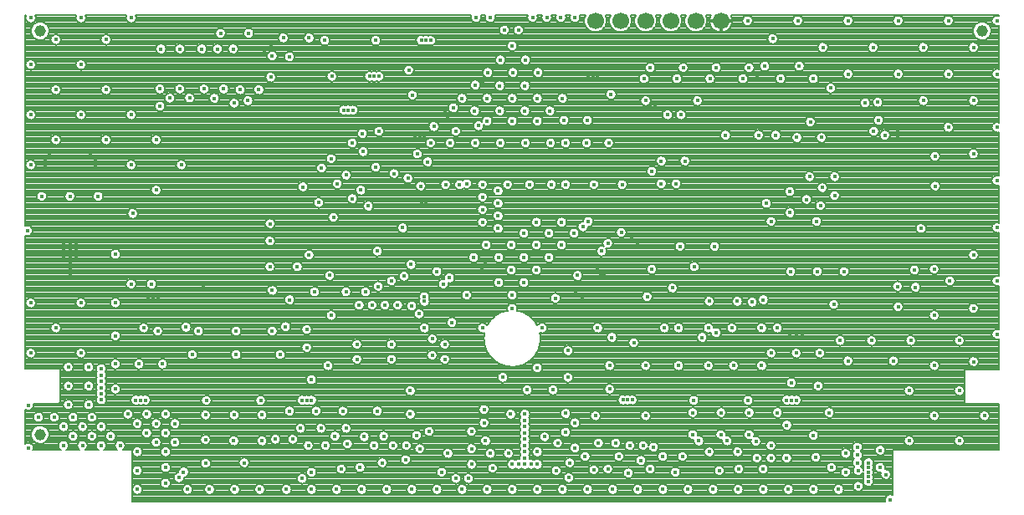
<source format=gbr>
G04 DipTrace 4.0.0.5*
G04 3 - Inner 2.gbr*
%MOIN*%
G04 #@! TF.FileFunction,Copper,L3,Inr*
G04 #@! TF.Part,Single*
%ADD22C,0.045354*%
%ADD27C,0.066929*%
G04 #@! TA.AperFunction,CopperBalancing*
%ADD15C,0.007874*%
%ADD16C,0.011811*%
G04 #@! TA.AperFunction,ViaPad*
%ADD39C,0.017717*%
%FSLAX26Y26*%
G04*
G70*
G90*
G75*
G01*
G04 Inner2_Plane*
%LPD*%
D39*
X2274950Y921825D3*
X724950Y1135299D3*
X2490900Y987774D3*
X2612451Y943701D3*
X959325Y2306201D3*
X1406201Y1571825D3*
D3*
X1996825Y1987450D3*
X2137450Y2206201D3*
X2228077Y2228075D3*
X1052992Y847587D3*
X1353076Y2371825D3*
X1788761Y1907762D3*
D3*
X1418701Y978076D3*
X1487451Y978075D3*
X1946825Y2018701D3*
X2024950Y2084325D3*
X1984327Y2115575D3*
X1253839Y2318148D3*
X1981201Y993701D3*
X1212451Y2374950D3*
X1940576Y953076D3*
X1175098Y2337451D3*
X1887450Y953076D3*
X1134325Y2374950D3*
X1849950Y990573D3*
X1076673Y2338610D3*
X1812450Y953075D3*
X1037303Y2374950D3*
X1772370Y987995D3*
X997933Y2337992D3*
X1706201Y959325D3*
X958563Y2374950D3*
X1656201Y990576D3*
X2043699Y1378075D3*
X2087450Y1596825D3*
X2012450Y1421825D3*
X2062450Y1646825D3*
X3821825Y2249950D3*
X3768890Y2318891D3*
X2256201Y971825D3*
X2543699Y962451D3*
X2743701Y1759325D3*
X2643701Y1824950D3*
X2462450Y928075D3*
X3218454Y971825D3*
X3174950Y1403076D3*
X2759325Y1384325D3*
X3259983Y928175D3*
X3118701Y1384325D3*
X3333524Y969503D3*
X3456201Y1034325D3*
X2665576Y1846825D3*
X3393701Y953076D3*
X3534325Y1934325D3*
X3590576Y1909325D3*
X2924951Y946827D3*
X3105954Y971580D3*
X3147088Y927915D3*
X3850197Y837450D3*
X3737450Y884325D3*
X3737451Y915576D3*
Y946825D3*
X2043701Y1312451D3*
X2181201Y1996825D3*
X3846825Y2190576D3*
X949950Y1409325D3*
X1931201Y1628075D3*
X1906365Y1512525D3*
X1881201Y1609325D3*
X1855184Y1512525D3*
X1828076Y1587450D3*
X1804003Y1512525D3*
X1778076Y1565576D3*
X1752822Y1512525D3*
X1112451Y1409325D3*
X1437450Y1315576D3*
X1743701Y1296825D3*
X1881201D3*
X3599951Y2540575D3*
X3499950Y2646825D3*
X3699951D3*
X3799950Y2540576D3*
X3899950Y2646825D3*
X3999950Y2540576D3*
X962451Y2534325D3*
X431201Y1809325D3*
X3949950Y1371825D3*
X1396825Y1665575D3*
X1199950Y2596825D3*
X1312451D3*
X1543701Y1343701D3*
Y1415575D3*
X1709325Y2290575D3*
X1831201Y2424950D3*
X1812450D3*
X949951Y1537450D3*
X1568701Y1534325D3*
X1112451Y1603076D3*
X599950Y1728076D3*
X2037451Y2568701D3*
X1690576Y2290575D3*
X2137451Y1790576D3*
X2387451Y2609325D3*
X2846825Y1362450D3*
X2156201Y1790576D3*
X1793701Y2424950D3*
X2231201Y2415576D3*
X2243701Y1993701D3*
X2893701Y2303076D3*
X2912451D3*
X2306201Y1968701D3*
X2243701Y1943701D3*
X2956201Y2087450D3*
X2306201Y1918701D3*
X2243701Y1893701D3*
X2306201Y1868701D3*
X2243701Y1843701D3*
X2615576Y1565575D3*
X2628075Y1553075D3*
X2306201Y1818701D3*
X1999950Y1918701D3*
X2018701D3*
X2931201Y2303076D3*
X2118701Y1790576D3*
X3099951Y2328076D3*
X1987451Y1906201D3*
X2121825Y1443701D3*
X2243701Y2403075D3*
X2899950Y1409325D3*
X3518701Y1396825D3*
X2256201Y2390576D3*
X2093701Y2278075D3*
X2106201Y2265573D3*
X2118701Y2253075D3*
X1974950Y2181201D3*
X1993701D3*
X2012451D3*
Y1546825D3*
X1824951Y1728076D3*
X2241852Y1664167D3*
X2254352Y1676667D3*
X2266852Y1689167D3*
X1925633Y1821102D3*
X2640576Y1540575D3*
X1890576Y2037450D3*
X1724951Y2159325D3*
X3456201Y903075D3*
X2362451Y878075D3*
X762453Y990576D3*
X2412451Y878075D3*
Y1053076D3*
X3668701Y1371825D3*
X799951Y953076D3*
X2462451Y878075D3*
X906202Y1003076D3*
X2840429Y1135008D3*
X2412451Y1028076D3*
X724951D3*
X2412451Y1003075D3*
X593701Y1190576D3*
X2412451Y978075D3*
X943701Y1040576D3*
X2412451Y953075D3*
X1765576Y2196825D3*
X2412451Y928075D3*
X1831201Y2206201D3*
X2412451Y903075D3*
X2893701Y2328076D3*
X599950Y1703076D3*
X2746825Y2159325D3*
X943701Y965576D3*
X599950Y1678076D3*
X443701Y2071825D3*
X906202Y1078076D3*
X599950Y1653076D3*
X443701Y2271825D3*
X599950Y1628076D3*
X981201Y1078076D3*
X599950Y1603076D3*
X443701Y2471825D3*
X599950Y1578075D3*
X981201Y1003076D3*
X599950Y1753075D3*
X443701Y2658126D3*
X2662451Y2249950D3*
X981201Y928075D3*
X2262451Y2246825D3*
X643701Y2658126D3*
X1963979Y2350714D3*
X843701Y2658126D3*
X868701Y1040576D3*
X1949950Y2449950D3*
X643701Y2471825D3*
X2703076Y1653075D3*
X643701Y2271825D3*
X831201Y1078076D3*
X3496316Y2181201D3*
X3593701D3*
X3896825Y2221825D3*
Y2203076D3*
Y2184325D3*
X3337451Y2421825D3*
X3374950Y1918701D3*
X3646825Y2024950D3*
Y1949950D3*
X3393701Y1846825D3*
X3343701Y2190576D3*
X3546825Y2024950D3*
X3631201Y2378076D3*
X3803076Y2206201D3*
X2715576Y1640576D3*
X2728076Y1628076D3*
X1396825Y1837450D3*
X1037450Y2534325D3*
X1187451D3*
X1062451Y2578075D3*
X2837451Y1781201D3*
X2849950Y1768701D3*
X1249951Y2534325D3*
X1374951Y2521825D3*
X1387451Y2534325D3*
X1399951Y2546825D3*
X1043701Y2578075D3*
X1024950D3*
X1728076Y2290575D3*
X2862451Y1756201D3*
X2796825Y1803075D3*
X1396825Y1768701D3*
X943701Y2171825D3*
X2018701Y2568701D3*
X1999950D3*
X4199951Y1712450D3*
X2749951Y1271825D3*
X1743701Y1356201D3*
X1881201D3*
X1528076Y1984325D3*
X1603076Y2059325D3*
X1649951Y1862450D3*
X1724950Y1937450D3*
X1640576Y2096825D3*
X1768701Y2124950D3*
X1818701Y2062450D3*
X1759325Y1971825D3*
X849950Y1878075D3*
X943701Y1971825D3*
X1043701Y2071825D3*
X443701Y1321825D3*
X2362451Y2246825D3*
X2462451D3*
X2096825Y1993701D3*
X2153076D3*
X443701Y1521825D3*
X543701Y1421825D3*
X643701Y1521825D3*
Y1321825D3*
X2037451Y2159325D3*
X2128076Y2299950D3*
X2049950Y2224950D3*
X2115576Y2159325D3*
X781201Y1521825D3*
Y1278075D3*
X893701Y1421825D3*
X1365251Y1075076D3*
X1254064Y1074953D3*
X1140150Y1074882D3*
X862451Y1134325D3*
X3456201D3*
X4046825Y2106201D3*
X881201Y1134325D3*
X899950D3*
X4046825Y1987450D3*
X3474950Y1134325D3*
X3493701D3*
X3781201Y865576D3*
Y846825D3*
Y828075D3*
Y809325D3*
X1681201Y859325D3*
X1756201Y865576D3*
X1862451Y778075D3*
X1762450D3*
X1662450D3*
X1562451Y846825D3*
X1462451Y778075D3*
X1524950Y821825D3*
X1843701Y884325D3*
X1962450Y778075D3*
X2062450D3*
X1937451Y896825D3*
X1356201Y778075D3*
X2612451Y1043701D3*
X3337450Y903076D3*
X3493701Y1396825D3*
X3468701D3*
X2874950Y1409325D3*
X2849950D3*
X1256201Y778075D3*
X1140660Y882220D3*
X1549950Y953075D3*
X1599950Y1021825D3*
X1699951D3*
X2274950Y2659325D3*
X2215576Y2159325D3*
X2443701Y2659325D3*
X2212451Y2287450D3*
X2718701Y1728076D3*
X2315576Y2159325D3*
X2415575D3*
X2499950Y2659325D3*
X2556201D3*
X2612451D3*
X2215576Y2390576D3*
X1018701Y965576D3*
X2515577Y2159325D3*
X2331201Y2609325D3*
X981201Y865576D3*
X3024950Y2034325D3*
X2956201Y1996825D3*
X2362451Y2546825D3*
X2081201Y846825D3*
X2162450Y2337450D3*
X1518701Y1021825D3*
X2262450Y2337450D3*
X1993701Y940576D3*
X2031201Y1009325D3*
X1474950Y1090575D3*
X1581201Y1090576D3*
X1406201Y1409325D3*
X1687451Y1090576D3*
X2106201Y921825D3*
X1156201Y778075D3*
X1562451Y1215576D3*
X2362450Y2337450D3*
X4143701Y1171825D3*
X4293701Y2009325D3*
X3471825Y1646825D3*
X3578076D3*
X1956201Y1171825D3*
X3684325Y1646825D3*
X2918701Y1656201D3*
X3087451Y1665576D3*
X3031201Y1746825D3*
X3168701D3*
X3468701Y1965576D3*
X3990576Y1818701D3*
X1262450Y1409325D3*
X2012451Y1528076D3*
X1956201Y1078076D3*
X3468701Y1881201D3*
X2199951Y940576D3*
X2462449Y2337450D3*
X1962451Y1509325D3*
X2562451Y2337450D3*
X931201Y1537450D3*
X2312451Y2287450D3*
X2412451D3*
X2512450D3*
X2199951Y1009325D3*
X2249951Y1043701D3*
X2584325Y1331201D3*
X2137451Y821825D3*
X2199951Y878075D3*
X2187451Y821825D3*
X2249951Y1096825D3*
X2362451Y778075D3*
X2462451D3*
X2574951Y1006201D3*
X2537450Y853075D3*
X3624950Y1084325D3*
X2574950Y1081201D3*
X1634325Y1631201D3*
X1628076Y1271825D3*
X1278076Y2371825D3*
X2265577Y2440576D3*
X1309325Y2328076D3*
X3024950Y1421825D3*
X2968701D3*
X3143701D3*
X3237451D3*
X3356201D3*
X3418701D3*
X2315576Y2490575D3*
X3024950Y1271824D3*
X3143701D3*
X3243701D3*
X3356201D3*
X2415576Y2490575D3*
X3896825Y1587450D3*
X3881201Y1290576D3*
X434138Y943699D3*
X434325Y1112450D3*
X687451Y1065576D3*
X593699Y1265575D3*
X687453Y990576D3*
X543701Y2171825D3*
Y2371825D3*
Y2571825D3*
X743701D3*
X2312451Y2387450D3*
X2365577Y2440576D3*
X4293701Y2646825D3*
X1824950Y1090576D3*
X4099950Y2221825D3*
X2465577Y2440576D3*
X4293701Y1821825D3*
Y1609325D3*
Y1396825D3*
X2918701Y2046825D3*
X4043701Y1271825D3*
Y1071825D3*
X4243701D3*
X4143701Y971825D3*
X3943701Y1171825D3*
X4143701Y1371825D3*
X2412451Y2387450D3*
X4043701Y1656201D3*
X2568701Y2249950D3*
X3965576Y1653076D3*
X3793701Y1371825D3*
X3493701Y1321825D3*
X3393701D3*
X2574950Y2159325D3*
X2659325D3*
X2893701Y1271825D3*
X2574950Y1993701D3*
X2799950D3*
X2343701D3*
X2431201D3*
X2518701D3*
X2693701Y1071825D3*
X2893701D3*
X2509327Y1703076D3*
X2459328Y1653076D3*
X2359328D3*
X2559324Y1753075D3*
X2409327Y1703076D3*
X2309327D3*
X2209328D3*
X2362451Y1553075D3*
X2409327Y1603076D3*
X2309327D3*
X2459324Y1753075D3*
X2359323D3*
X3043701Y2459325D3*
X2259325Y1753075D3*
X2687451Y1993701D3*
X2609324Y1799950D3*
X2509323D3*
X2409325D3*
X2093701Y1356201D3*
Y1296825D3*
X2703076Y1421825D3*
X2559323Y1843701D3*
X2459325D3*
X2481201Y1421825D3*
X2324950Y1224950D3*
X2584325D3*
X2899951Y1546825D3*
X2999951Y1581201D3*
X743701Y2371825D3*
Y2171825D3*
X843701Y2271825D3*
Y2071825D3*
X3643701Y1515576D3*
X3362451Y859325D3*
X3393701Y903076D3*
X1618701Y953076D3*
X487450Y1946825D3*
X599950D3*
X712451D3*
X781202Y1715576D3*
X3699950Y1290576D3*
X2749951Y1178075D3*
X3581201Y1190576D3*
X3012451Y846825D3*
X1293701Y884325D3*
X781201Y1390576D3*
Y1178075D3*
X724951Y953076D3*
X649951Y1028076D3*
X612451Y1065576D3*
X612453Y990576D3*
X649951Y953076D3*
X574951Y1028076D3*
X537451Y1065576D3*
X674953Y1190576D3*
X574951Y953076D3*
X674951Y1265576D3*
X474951Y1065576D3*
X593701Y1115575D3*
X674950D3*
X1087451Y1315576D3*
X1262450D3*
X2421825Y1174951D3*
X2524950D3*
X2462451Y1262450D3*
X1574950Y1565576D3*
X3174950Y2459325D3*
X3306201D3*
X3368701Y2465576D3*
X3506201D3*
X3562451Y2415576D3*
X3432196Y2415953D3*
X3412451Y2190576D3*
X4099951Y2646825D3*
X3699951Y2434324D3*
X3899950Y2434327D3*
X4099950D3*
X1406201Y2506201D3*
X1399951Y2421825D3*
X1449951Y2578076D3*
X1474951Y2503076D3*
X868701Y928075D3*
X1553076Y2578076D3*
X724950Y1159325D3*
Y1184325D3*
Y1209325D3*
Y1234325D3*
Y1259325D3*
X1143701Y1132699D3*
X1359941Y1132373D3*
X1563022Y1133930D3*
X3085707Y1133463D3*
X3302337Y1133261D3*
X3818701Y2321825D3*
X3999950Y2328077D3*
X3943701Y971825D3*
X4043701Y1471825D3*
X4199949Y2328077D3*
X4199950Y2115576D3*
X1699950Y1565576D3*
X2218701Y2659325D3*
X4293701Y2434325D3*
X1959325Y1674950D3*
X4199950Y2540576D3*
X4293701Y2221825D3*
X4199951Y1499950D3*
X2981201Y2271825D3*
X1124950Y2534325D3*
X874951Y1278075D3*
X968701D3*
X3081201Y1084325D3*
Y996825D3*
X3193701Y1084325D3*
Y996825D3*
X3306201Y1084325D3*
X3034325Y2271825D3*
X2756201Y2353076D3*
X3306201Y996825D3*
X2912451Y2459325D3*
X3049951Y2087450D3*
X843701Y1596825D3*
X924950D3*
X3006201Y2034325D3*
X2987451D3*
X3212451Y2190576D3*
X3015576Y1996825D3*
X3146825Y1528075D3*
X3259325D3*
X3574950Y1846827D3*
X3596825Y1981201D3*
X981201Y803075D3*
X1018701Y1040576D3*
X1253076Y971825D3*
X1140276Y976021D3*
X1365576Y971825D3*
X868701Y778075D3*
Y853076D3*
X912451Y1537450D3*
X1640576Y1471825D3*
X2243701Y1421825D3*
X2362451Y1499950D3*
X2665576Y2428076D3*
X2684325D3*
X2703076D3*
X2262451Y778075D3*
X2562451D3*
X2662451D3*
X2762451D3*
X2862451D3*
X2962451D3*
X3062451D3*
X3162451D3*
X3262451D3*
X3362451D3*
X3462451D3*
X3562451D3*
X3662451D3*
X3899951Y1506201D3*
X2162451Y778075D3*
X3968701Y1584325D3*
X4106201Y1609325D3*
X4199951Y1287450D3*
X3549951Y2243701D3*
X1506201Y1665576D3*
X1590576Y1921825D3*
X1665576Y1996825D3*
X2346825Y921825D3*
X2284325Y862450D3*
X2587451Y824950D3*
X2774951Y962450D3*
X2706201D3*
X2653076Y909325D3*
X2687450Y856199D3*
X2831201Y953075D3*
X2743701Y859325D3*
X2874951Y893701D3*
X2884325Y953075D3*
X2912451Y859325D3*
X2787451Y909325D3*
X2962450D3*
X3040576D3*
X1699951Y2031201D3*
X3562451Y993701D3*
X3474950Y1203075D3*
X3587451Y1321825D3*
X3418701Y1084325D3*
X3571825Y906201D3*
X1615576Y2568701D3*
X3690576Y846825D3*
X3781201Y884325D3*
X2590576D3*
X1818701Y2568701D3*
X1643701Y2424950D3*
X2412451Y1078076D3*
X2387451Y878076D3*
X2437451D3*
X1990576Y1478076D3*
X1553076Y1712450D3*
X1474950Y1534325D3*
X2181201Y1553076D3*
X1459257Y1426955D3*
X2112451Y1621825D3*
X1062451Y1424950D3*
X1131201Y1584325D3*
X1396825Y1593701D3*
X1381201Y1578075D3*
X1549950Y1534325D3*
X1531201D3*
X2534325Y1540576D3*
X2621825Y1631201D3*
X3299951Y2646825D3*
X574950Y1753075D3*
X624950D3*
X574950Y1728076D3*
X624950D3*
Y1703076D3*
X574950D3*
Y1603076D3*
X624950D3*
Y1578075D3*
X574950D3*
Y1553075D3*
X599950D3*
X624950D3*
X3399951Y2574950D3*
X3018701Y2415575D3*
X3149950D3*
X3281201D3*
X2887451D3*
X3362451Y1534325D3*
X2356201Y1078076D3*
X499951Y2090576D3*
Y2071825D3*
Y2053076D3*
Y2034325D3*
X699951Y2090576D3*
Y2071825D3*
Y2053076D3*
Y2034325D3*
X571825Y2128076D3*
X590576D3*
X609325D3*
X628076D3*
X553076D3*
X646825D3*
X665576D3*
X534325D3*
X518701Y2109325D3*
X681201D3*
X3828076Y934325D3*
Y865576D3*
X1544272Y1133930D3*
X2822042Y1134845D3*
X2803293D3*
X1525522Y1133930D3*
X3187451Y853075D3*
X3265576Y859325D3*
X2824951Y843701D3*
X3634325Y865576D3*
X3740576Y853076D3*
Y790576D3*
X3690576Y921825D3*
X1034325Y824950D3*
X1068701Y778075D3*
X1562451D3*
X3318701Y1524950D3*
X3868701Y737450D3*
X465214Y2660146D2*
D15*
X622188D1*
X665217D2*
X822183D1*
X865220D2*
X2197106D1*
X2240297D2*
X2253355D1*
X2296545D2*
X2422100D1*
X2465298D2*
X2478349D1*
X2521547D2*
X2534605D1*
X2577795D2*
X2590853D1*
X2634051D2*
X2649478D1*
X2737928D2*
X2749479D1*
X2837922D2*
X2849473D1*
X2937924D2*
X2949475D1*
X3037925D2*
X3049476D1*
X3137927D2*
X3149478D1*
X3237928D2*
X3283152D1*
X3316745D2*
X3483155D1*
X3516748D2*
X3683150D1*
X3716752D2*
X3883153D1*
X3916747D2*
X4083156D1*
X4116750D2*
X4276900D1*
X464514Y2652403D2*
X622888D1*
X664517D2*
X822891D1*
X864512D2*
X2198268D1*
X2239128D2*
X2254524D1*
X2295376D2*
X2423269D1*
X2464129D2*
X2479518D1*
X2520378D2*
X2535774D1*
X2576634D2*
X2592022D1*
X2632882D2*
X2647825D1*
X2739574D2*
X2747826D1*
X2839575D2*
X2847828D1*
X2939577D2*
X2947822D1*
X3039578D2*
X3047823D1*
X3139580D2*
X3147825D1*
X3239574D2*
X3279099D1*
X3320805D2*
X3479095D1*
X3520801D2*
X3679098D1*
X3720804D2*
X3879093D1*
X3920807D2*
X4079096D1*
X4120802D2*
X4272848D1*
X460377Y2644660D2*
X627025D1*
X660372D2*
X827028D1*
X860375D2*
X2203127D1*
X2234276D2*
X2259376D1*
X2290524D2*
X2428129D1*
X2459277D2*
X2484377D1*
X2515526D2*
X2540626D1*
X2571774D2*
X2596874D1*
X2628030D2*
X2647532D1*
X2739866D2*
X2747534D1*
X2839868D2*
X2847536D1*
X2939869D2*
X2947529D1*
X3039871D2*
X3047531D1*
X3139872D2*
X3147532D1*
X3239866D2*
X3278453D1*
X3321451D2*
X3478449D1*
X3521454D2*
X3678452D1*
X3721450D2*
X3878447D1*
X3921453D2*
X4078450D1*
X4121456D2*
X4272202D1*
X423429Y2636917D2*
X460125D1*
X502277D2*
X2648571D1*
X2738828D2*
X2748572D1*
X2838830D2*
X2848574D1*
X2938831D2*
X2948575D1*
X3038825D2*
X3048577D1*
X3138826D2*
X3148571D1*
X3238828D2*
X3280845D1*
X3319060D2*
X3480840D1*
X3519055D2*
X3680843D1*
X3719058D2*
X3880846D1*
X3919054D2*
X4080842D1*
X4119057D2*
X4213254D1*
X4255399D2*
X4274593D1*
X423429Y2629175D2*
X451651D1*
X510751D2*
X2324106D1*
X2338291D2*
X2380354D1*
X2394547D2*
X2651047D1*
X2736352D2*
X2751048D1*
X2836354D2*
X2851050D1*
X2936355D2*
X2951051D1*
X3036349D2*
X3051053D1*
X3136350D2*
X3151047D1*
X3236352D2*
X3288111D1*
X3311793D2*
X3488107D1*
X3511789D2*
X3688110D1*
X3711792D2*
X3888105D1*
X3911795D2*
X4088108D1*
X4111790D2*
X4204773D1*
X4263873D2*
X4281860D1*
X423429Y2621432D2*
X446899D1*
X515503D2*
X2313463D1*
X2348933D2*
X2369720D1*
X2405182D2*
X2655237D1*
X2732161D2*
X2755239D1*
X2832163D2*
X2855240D1*
X2932164D2*
X2955242D1*
X3032166D2*
X3055236D1*
X3132160D2*
X3155237D1*
X3232161D2*
X4200028D1*
X4268625D2*
X4301476D1*
X423429Y2613689D2*
X444377D1*
X518033D2*
X1186941D1*
X1212961D2*
X1299446D1*
X1325458D2*
X2310049D1*
X2352355D2*
X2366298D1*
X2408604D2*
X2661827D1*
X2725571D2*
X2761829D1*
X2825573D2*
X2861830D1*
X2925574D2*
X2961832D1*
X3025568D2*
X3061833D1*
X3125570D2*
X3161827D1*
X3225571D2*
X4197499D1*
X4271154D2*
X4301476D1*
X423429Y2605946D2*
X443608D1*
X518802D2*
X1180436D1*
X1219458D2*
X1292940D1*
X1331963D2*
X2309865D1*
X2352540D2*
X2366113D1*
X2408788D2*
X2673085D1*
X2714314D2*
X2773086D1*
X2814315D2*
X2873088D1*
X2914317D2*
X2973089D1*
X3014311D2*
X3073091D1*
X3114312D2*
X3173085D1*
X3214314D2*
X4196730D1*
X4271923D2*
X4301476D1*
X423429Y2598203D2*
X444484D1*
X517925D2*
X1178383D1*
X1221519D2*
X1290880D1*
X1334024D2*
X1443815D1*
X1456094D2*
X1546939D1*
X1559217D2*
X2312802D1*
X2349595D2*
X2369058D1*
X2405851D2*
X4197606D1*
X4271047D2*
X4301476D1*
X423429Y2590461D2*
X447137D1*
X515264D2*
X533613D1*
X553789D2*
X733616D1*
X753792D2*
X1179336D1*
X1220565D2*
X1291833D1*
X1333070D2*
X1432420D1*
X1467482D2*
X1535543D1*
X1570605D2*
X2321591D1*
X2340813D2*
X2377840D1*
X2397062D2*
X3385268D1*
X3414640D2*
X4200259D1*
X4268386D2*
X4301476D1*
X423429Y2582718D2*
X452066D1*
X510335D2*
X525162D1*
X562239D2*
X725165D1*
X762242D2*
X1183842D1*
X1216059D2*
X1296347D1*
X1328556D2*
X1428859D1*
X1471042D2*
X1531983D1*
X1574166D2*
X1599389D1*
X1631768D2*
X1802506D1*
X1834893D2*
X1983762D1*
X2053643D2*
X3379839D1*
X3420061D2*
X4205188D1*
X4263457D2*
X4301476D1*
X423429Y2574975D2*
X460924D1*
X501485D2*
X522325D1*
X565077D2*
X722328D1*
X765072D2*
X1428567D1*
X1471334D2*
X1531691D1*
X1574458D2*
X1594929D1*
X1636220D2*
X1798054D1*
X1839345D2*
X1979302D1*
X2058095D2*
X3378340D1*
X3421568D2*
X4214046D1*
X4254607D2*
X4301476D1*
X423429Y2567232D2*
X522602D1*
X564800D2*
X722597D1*
X764803D2*
X1431381D1*
X1468520D2*
X1534505D1*
X1571644D2*
X1594014D1*
X1637135D2*
X1797139D1*
X1840260D2*
X1978387D1*
X2059017D2*
X2357501D1*
X2367404D2*
X3379824D1*
X3420084D2*
X4301476D1*
X423429Y2559490D2*
X526131D1*
X561270D2*
X726134D1*
X761266D2*
X1439771D1*
X1460139D2*
X1542894D1*
X1563262D2*
X1596113D1*
X1635043D2*
X1799238D1*
X1838168D2*
X1980486D1*
X2056918D2*
X2345129D1*
X2379776D2*
X3385206D1*
X3414694D2*
X3590446D1*
X3609453D2*
X3790441D1*
X3809456D2*
X3990444D1*
X4009459D2*
X4190440D1*
X4209454D2*
X4301476D1*
X423429Y2551747D2*
X537381D1*
X550021D2*
X737384D1*
X750016D2*
X950251D1*
X974649D2*
X1025247D1*
X1049652D2*
X1112753D1*
X1137150D2*
X1175253D1*
X1199650D2*
X1237753D1*
X1262150D2*
X1602695D1*
X1628461D2*
X1805820D1*
X1831586D2*
X1987069D1*
X2050336D2*
X2341430D1*
X2383475D2*
X3581588D1*
X3618319D2*
X3781583D1*
X3818314D2*
X3981586D1*
X4018317D2*
X4181581D1*
X4218312D2*
X4301476D1*
X423429Y2544004D2*
X943223D1*
X981677D2*
X1018219D1*
X1056680D2*
X1105725D1*
X1144178D2*
X1168225D1*
X1206678D2*
X1230725D1*
X1269178D2*
X2341030D1*
X2383874D2*
X3578619D1*
X3621279D2*
X3778623D1*
X3821282D2*
X3978618D1*
X4021278D2*
X4178621D1*
X4221281D2*
X4301476D1*
X423429Y2536261D2*
X940924D1*
X983976D2*
X1015927D1*
X1058971D2*
X1103426D1*
X1146477D2*
X1165926D1*
X1208977D2*
X1228426D1*
X1271477D2*
X2343714D1*
X2381191D2*
X3578789D1*
X3621118D2*
X3778792D1*
X3821113D2*
X3978787D1*
X4021116D2*
X4178790D1*
X4221111D2*
X4301476D1*
X423429Y2528518D2*
X941662D1*
X983238D2*
X1016665D1*
X1058241D2*
X1104164D1*
X1145739D2*
X1166664D1*
X1208239D2*
X1229164D1*
X1270739D2*
X2351734D1*
X2373171D2*
X3582180D1*
X3617719D2*
X3782183D1*
X3817722D2*
X3982178D1*
X4017717D2*
X4182181D1*
X4217720D2*
X4301476D1*
X423429Y2520776D2*
X945845D1*
X979055D2*
X1020848D1*
X1054050D2*
X1108347D1*
X1141556D2*
X1170847D1*
X1204056D2*
X1233347D1*
X1266556D2*
X1390535D1*
X1421868D2*
X1463185D1*
X1486713D2*
X3592707D1*
X3607200D2*
X3792702D1*
X3807195D2*
X3992705D1*
X4007198D2*
X4192708D1*
X4207193D2*
X4301476D1*
X423429Y2513033D2*
X1385737D1*
X1426666D2*
X1455872D1*
X1494034D2*
X4301476D1*
X423429Y2505290D2*
X1384606D1*
X1427797D2*
X1453458D1*
X1496448D2*
X2300053D1*
X2331102D2*
X2400047D1*
X2431103D2*
X4301476D1*
X423429Y2497547D2*
X1386467D1*
X1425936D2*
X1454081D1*
X1495818D2*
X2295163D1*
X2335992D2*
X2395164D1*
X2435986D2*
X4301476D1*
X423429Y2489804D2*
X432404D1*
X455002D2*
X632400D1*
X654997D2*
X1392573D1*
X1419830D2*
X1458110D1*
X1491788D2*
X2293978D1*
X2337176D2*
X2393980D1*
X2437178D2*
X4301476D1*
X462622Y2482062D2*
X624779D1*
X662625D2*
X2295778D1*
X2335369D2*
X2395779D1*
X2435371D2*
X3355187D1*
X3382213D2*
X3492690D1*
X3519717D2*
X4301476D1*
X465167Y2474319D2*
X622234D1*
X665163D2*
X2301768D1*
X2329379D2*
X2401769D1*
X2429381D2*
X2897209D1*
X2927697D2*
X3028461D1*
X3058941D2*
X3159705D1*
X3190192D2*
X3290956D1*
X3321444D2*
X3349012D1*
X3388388D2*
X3486507D1*
X3525891D2*
X4301476D1*
X464645Y2466576D2*
X622757D1*
X664640D2*
X1936618D1*
X1963284D2*
X2892142D1*
X2932764D2*
X3023386D1*
X3064016D2*
X3154638D1*
X3195259D2*
X3285889D1*
X3326511D2*
X3347113D1*
X3390287D2*
X3484608D1*
X3527791D2*
X4301476D1*
X460769Y2458833D2*
X626632D1*
X660764D2*
X1930328D1*
X1969574D2*
X2254770D1*
X2276383D2*
X2354771D1*
X2376385D2*
X2454765D1*
X2476386D2*
X2890843D1*
X2934064D2*
X3022094D1*
X3065307D2*
X3153338D1*
X3196559D2*
X3284590D1*
X3327811D2*
X3348205D1*
X3389196D2*
X3485708D1*
X3526691D2*
X4301476D1*
X423429Y2451091D2*
X440963D1*
X446444D2*
X640958D1*
X646439D2*
X1928367D1*
X1971534D2*
X2246811D1*
X2284342D2*
X2346813D1*
X2384343D2*
X2446814D1*
X2484345D2*
X2892534D1*
X2932372D2*
X3023786D1*
X3063616D2*
X3155030D1*
X3194867D2*
X3286281D1*
X3326119D2*
X3352949D1*
X3384451D2*
X3490452D1*
X3521954D2*
X3686810D1*
X3713091D2*
X3886806D1*
X3913094D2*
X4086801D1*
X4113097D2*
X4280560D1*
X423429Y2443348D2*
X1633153D1*
X1654252D2*
X1783152D1*
X1841752D2*
X1929413D1*
X1970489D2*
X2244151D1*
X2287010D2*
X2344152D1*
X2387004D2*
X2444146D1*
X2487006D2*
X2898301D1*
X2926597D2*
X3029553D1*
X3057849D2*
X3160804D1*
X3189100D2*
X3292056D1*
X3320344D2*
X3680397D1*
X3719512D2*
X3880393D1*
X3919507D2*
X4080388D1*
X4119510D2*
X4274140D1*
X423429Y2435605D2*
X1383545D1*
X1416355D2*
X1625018D1*
X1662379D2*
X1775016D1*
X1849879D2*
X1934065D1*
X1965836D2*
X2244566D1*
X2286587D2*
X2344567D1*
X2386589D2*
X2444569D1*
X2486590D2*
X2880962D1*
X2893940D2*
X3012205D1*
X3025191D2*
X3143457D1*
X3156443D2*
X3274709D1*
X3287695D2*
X3424515D1*
X3439877D2*
X3555951D1*
X3568945D2*
X3678375D1*
X3721527D2*
X3878378D1*
X3921522D2*
X4078373D1*
X4121525D2*
X4272125D1*
X423429Y2427862D2*
X1379232D1*
X1420669D2*
X1622288D1*
X1665109D2*
X1772294D1*
X1852609D2*
X2248295D1*
X2282858D2*
X2348297D1*
X2382859D2*
X2448291D1*
X2482861D2*
X2869850D1*
X2905051D2*
X3001094D1*
X3036303D2*
X3132346D1*
X3167554D2*
X3263597D1*
X3298806D2*
X3414326D1*
X3450065D2*
X3544847D1*
X3580056D2*
X3679367D1*
X3720535D2*
X3879362D1*
X3920538D2*
X4079365D1*
X4120533D2*
X4273117D1*
X423429Y2420119D2*
X1378409D1*
X1421499D2*
X1622657D1*
X1664748D2*
X1772655D1*
X1852248D2*
X2260883D1*
X2270270D2*
X2360884D1*
X2370272D2*
X2460878D1*
X2470273D2*
X2866336D1*
X2908565D2*
X2997588D1*
X3039817D2*
X3128839D1*
X3171061D2*
X3260091D1*
X3302312D2*
X3411004D1*
X3453387D2*
X3541341D1*
X3583562D2*
X3683934D1*
X3715967D2*
X3883937D1*
X3915963D2*
X4083933D1*
X4115966D2*
X4277684D1*
X423429Y2412377D2*
X1380600D1*
X1419300D2*
X1626310D1*
X1661087D2*
X1776308D1*
X1848587D2*
X2866083D1*
X2908819D2*
X2997334D1*
X3040071D2*
X3128586D1*
X3171314D2*
X3259837D1*
X3302566D2*
X3410889D1*
X3453503D2*
X3541087D1*
X3583816D2*
X4301476D1*
X423429Y2404634D2*
X1387405D1*
X1412495D2*
X1638328D1*
X1649069D2*
X1788327D1*
X1799075D2*
X1807081D1*
X1817822D2*
X1825828D1*
X1836569D2*
X2199421D1*
X2231731D2*
X2299899D1*
X2325004D2*
X2399893D1*
X2425005D2*
X2868943D1*
X2905959D2*
X3000195D1*
X3037210D2*
X3131438D1*
X3168462D2*
X3262690D1*
X3299713D2*
X3413926D1*
X3450465D2*
X3543940D1*
X3580963D2*
X4301476D1*
X423429Y2396891D2*
X2194946D1*
X2236214D2*
X2293102D1*
X2331801D2*
X2393103D1*
X2431803D2*
X2877463D1*
X2897439D2*
X3008714D1*
X3028690D2*
X3139958D1*
X3159942D2*
X3271210D1*
X3291193D2*
X3423015D1*
X3441376D2*
X3552468D1*
X3572436D2*
X3621481D1*
X3640918D2*
X4301476D1*
X423429Y2389148D2*
X531352D1*
X556049D2*
X731355D1*
X756052D2*
X942539D1*
X974587D2*
X1021279D1*
X1053327D2*
X1118305D1*
X1150353D2*
X1196430D1*
X1228478D2*
X1265727D1*
X1290424D2*
X1340730D1*
X1365427D2*
X2194008D1*
X2237144D2*
X2290910D1*
X2333993D2*
X2390904D1*
X2433994D2*
X3612776D1*
X3649630D2*
X4301476D1*
X423429Y2381406D2*
X524424D1*
X562978D2*
X724419D1*
X762981D2*
X937971D1*
X979155D2*
X1016712D1*
X1057895D2*
X1113737D1*
X1154913D2*
X1191862D1*
X1233038D2*
X1258799D1*
X1297353D2*
X1333794D1*
X1372356D2*
X2196091D1*
X2235060D2*
X2291733D1*
X2333170D2*
X2391735D1*
X2433172D2*
X3609854D1*
X3652544D2*
X4301476D1*
X423429Y2373663D2*
X522171D1*
X565231D2*
X722166D1*
X765234D2*
X936987D1*
X980139D2*
X1015727D1*
X1058879D2*
X1112753D1*
X1155897D2*
X1190878D1*
X1234022D2*
X1256546D1*
X1299606D2*
X1331541D1*
X1374609D2*
X2202635D1*
X2228516D2*
X2296055D1*
X2328849D2*
X2396056D1*
X2428850D2*
X2752263D1*
X2760143D2*
X3610062D1*
X3652345D2*
X4301476D1*
X423429Y2365920D2*
X522940D1*
X564462D2*
X722943D1*
X764457D2*
X939009D1*
X978117D2*
X1017750D1*
X1056857D2*
X1114768D1*
X1153882D2*
X1192900D1*
X1232007D2*
X1257315D1*
X1298837D2*
X1332318D1*
X1373832D2*
X1948960D1*
X1979001D2*
X2739022D1*
X2773384D2*
X3613499D1*
X3648900D2*
X4301476D1*
X423429Y2358177D2*
X527185D1*
X560217D2*
X727180D1*
X760220D2*
X945430D1*
X971696D2*
X992013D1*
X1003853D2*
X1024170D1*
X1050436D2*
X1068754D1*
X1084593D2*
X1121188D1*
X1147462D2*
X1172262D1*
X1177935D2*
X1199321D1*
X1225587D2*
X1261560D1*
X1294592D2*
X1336555D1*
X1369595D2*
X1943746D1*
X1984207D2*
X2159628D1*
X2165271D2*
X2259630D1*
X2265272D2*
X2359623D1*
X2365274D2*
X2459625D1*
X2465275D2*
X2559626D1*
X2565277D2*
X2735223D1*
X2777183D2*
X3624264D1*
X3638134D2*
X4301476D1*
X423429Y2350434D2*
X980440D1*
X1015426D2*
X1058742D1*
X1094604D2*
X1158029D1*
X1192168D2*
X1942370D1*
X1985591D2*
X2145379D1*
X2179519D2*
X2245381D1*
X2279521D2*
X2345382D1*
X2379522D2*
X2445376D1*
X2479524D2*
X2545378D1*
X2579525D2*
X2734754D1*
X2777644D2*
X4301476D1*
X423429Y2342692D2*
X976857D1*
X1019009D2*
X1055466D1*
X1097880D2*
X1154153D1*
X1196044D2*
X1293702D1*
X1324950D2*
X1943969D1*
X1983984D2*
X2141504D1*
X2183395D2*
X2241505D1*
X2283396D2*
X2341507D1*
X2383398D2*
X2441509D1*
X2483392D2*
X2541510D1*
X2583393D2*
X2737361D1*
X2775038D2*
X2878078D1*
X2909327D2*
X3084325D1*
X3115573D2*
X3984323D1*
X4015580D2*
X4184327D1*
X4215575D2*
X4301476D1*
X423429Y2334949D2*
X976542D1*
X1019324D2*
X1055382D1*
X1097965D2*
X1153638D1*
X1196559D2*
X1240744D1*
X1266933D2*
X1288880D1*
X1329771D2*
X1949582D1*
X1978378D2*
X2140989D1*
X2183910D2*
X2240990D1*
X2283911D2*
X2340984D1*
X2383913D2*
X2440986D1*
X2483914D2*
X2540987D1*
X2583916D2*
X2745158D1*
X2767241D2*
X2873257D1*
X2914148D2*
X3079504D1*
X3120402D2*
X3754839D1*
X3782942D2*
X3801745D1*
X3835661D2*
X3979502D1*
X4020401D2*
X4179498D1*
X4220396D2*
X4301476D1*
X423429Y2327206D2*
X979333D1*
X1016533D2*
X1058458D1*
X1094889D2*
X1156175D1*
X1194021D2*
X1234300D1*
X1273377D2*
X1287727D1*
X1330925D2*
X2143526D1*
X2181372D2*
X2243528D1*
X2281374D2*
X2343529D1*
X2381368D2*
X2443531D1*
X2481369D2*
X2543532D1*
X2581371D2*
X2872103D1*
X2915294D2*
X3078358D1*
X3121548D2*
X3749010D1*
X3788771D2*
X3797792D1*
X3839606D2*
X3978356D1*
X4021547D2*
X4178352D1*
X4221542D2*
X4301476D1*
X423429Y2319463D2*
X942477D1*
X976171D2*
X987638D1*
X1008229D2*
X1067693D1*
X1085654D2*
X1163811D1*
X1186386D2*
X1232263D1*
X1275414D2*
X1289572D1*
X1329072D2*
X2120012D1*
X2136143D2*
X2151162D1*
X2173737D2*
X2251163D1*
X2273738D2*
X2351165D1*
X2373740D2*
X2451159D1*
X2473734D2*
X2551168D1*
X2573735D2*
X2873949D1*
X2913448D2*
X3080203D1*
X3119703D2*
X3747280D1*
X3790494D2*
X3797223D1*
X3840183D2*
X3980202D1*
X4019701D2*
X4180197D1*
X4219697D2*
X4301476D1*
X423429Y2311720D2*
X938456D1*
X980193D2*
X1233239D1*
X1274438D2*
X1295647D1*
X1323005D2*
X2110108D1*
X2146047D2*
X2880024D1*
X2907381D2*
X3086270D1*
X3113636D2*
X3748549D1*
X3789232D2*
X3799699D1*
X3837699D2*
X3986269D1*
X4013627D2*
X4186272D1*
X4213630D2*
X4301476D1*
X423429Y2303978D2*
X937833D1*
X980823D2*
X1237791D1*
X1269886D2*
X1673846D1*
X1744803D2*
X2106855D1*
X2149299D2*
X2198990D1*
X2225910D2*
X2298992D1*
X2325911D2*
X2398993D1*
X2425913D2*
X2498987D1*
X2525907D2*
X3753563D1*
X3784211D2*
X3807181D1*
X3830225D2*
X4301476D1*
X423429Y2296235D2*
X940247D1*
X978401D2*
X1669747D1*
X1748909D2*
X2106794D1*
X2149353D2*
X2192777D1*
X2232123D2*
X2292779D1*
X2332124D2*
X2392780D1*
X2432126D2*
X2492782D1*
X2532120D2*
X4301476D1*
X423429Y2288492D2*
X430428D1*
X456978D2*
X630423D1*
X656974D2*
X830426D1*
X856977D2*
X947576D1*
X971073D2*
X1669063D1*
X1749586D2*
X2109900D1*
X2146254D2*
X2190863D1*
X2234037D2*
X2290864D1*
X2334039D2*
X2390866D1*
X2434041D2*
X2490860D1*
X2534042D2*
X2967922D1*
X2994480D2*
X3021048D1*
X3047599D2*
X4301476D1*
X463307Y2280749D2*
X624095D1*
X663310D2*
X824098D1*
X863305D2*
X1671424D1*
X1747225D2*
X2119220D1*
X2136935D2*
X2191947D1*
X2232961D2*
X2291948D1*
X2332955D2*
X2391942D1*
X2432956D2*
X2491944D1*
X2532958D2*
X2961593D1*
X3000808D2*
X3014720D1*
X3053935D2*
X4301476D1*
X465283Y2273007D2*
X622119D1*
X665278D2*
X822122D1*
X865281D2*
X1678606D1*
X1740051D2*
X2196660D1*
X2228247D2*
X2296662D1*
X2328241D2*
X2396656D1*
X2428243D2*
X2496657D1*
X2528244D2*
X2959617D1*
X3002784D2*
X3012744D1*
X3055903D2*
X4301476D1*
X464252Y2265264D2*
X623149D1*
X664256D2*
X823145D1*
X864251D2*
X2251979D1*
X2272923D2*
X2351980D1*
X2372925D2*
X2451982D1*
X2472926D2*
X2553798D1*
X2583601D2*
X2647548D1*
X2677351D2*
X2960648D1*
X3001754D2*
X3013774D1*
X3054881D2*
X3806920D1*
X3836730D2*
X4301476D1*
X423429Y2257521D2*
X427775D1*
X459623D2*
X627778D1*
X659626D2*
X827774D1*
X859622D2*
X2243797D1*
X2281112D2*
X2343791D1*
X2381106D2*
X2443792D1*
X2481108D2*
X2548515D1*
X2588891D2*
X2642265D1*
X2682641D2*
X2965277D1*
X2997125D2*
X3018403D1*
X3050251D2*
X3533582D1*
X3566322D2*
X3801637D1*
X3842013D2*
X4301476D1*
X423429Y2249778D2*
X2241044D1*
X2283857D2*
X2341046D1*
X2383859D2*
X2441047D1*
X2483853D2*
X2547085D1*
X2590314D2*
X2640835D1*
X2684064D2*
X3529245D1*
X3570659D2*
X3800215D1*
X3843436D2*
X4301476D1*
X423429Y2242035D2*
X2037250D1*
X2062647D2*
X2211832D1*
X2283504D2*
X2341399D1*
X2383505D2*
X2441393D1*
X2483507D2*
X2548646D1*
X2588753D2*
X2642404D1*
X2682503D2*
X3528407D1*
X3571497D2*
X3801775D1*
X3841875D2*
X4094129D1*
X4105769D2*
X4287881D1*
X423429Y2234293D2*
X2030553D1*
X2069352D2*
X2207410D1*
X2279874D2*
X2345029D1*
X2379876D2*
X2445030D1*
X2479870D2*
X2554182D1*
X2583224D2*
X2647932D1*
X2676974D2*
X3530583D1*
X3569321D2*
X3807304D1*
X3836346D2*
X4082480D1*
X4117419D2*
X4276231D1*
X423429Y2226550D2*
X1825982D1*
X1836423D2*
X2028400D1*
X2071505D2*
X2132230D1*
X2142671D2*
X2206518D1*
X2249639D2*
X2256907D1*
X2268002D2*
X2356901D1*
X2367996D2*
X2456903D1*
X2467997D2*
X3537350D1*
X3562555D2*
X3797854D1*
X3808302D2*
X4078881D1*
X4121018D2*
X4272632D1*
X423429Y2218807D2*
X1813833D1*
X1848564D2*
X2029261D1*
X2070636D2*
X2120081D1*
X2154813D2*
X2208641D1*
X2247517D2*
X3785712D1*
X3820444D2*
X4078558D1*
X4121341D2*
X4272309D1*
X423429Y2211064D2*
X1749587D1*
X1781566D2*
X1810165D1*
X1852240D2*
X2033644D1*
X2066261D2*
X2116413D1*
X2158488D2*
X2215277D1*
X2240881D2*
X3207926D1*
X3216982D2*
X3339177D1*
X3348226D2*
X3407921D1*
X3416978D2*
X3782037D1*
X3824112D2*
X3842299D1*
X3851356D2*
X4081334D1*
X4118572D2*
X4275085D1*
X423429Y2203322D2*
X1745004D1*
X1786149D2*
X1809788D1*
X1852617D2*
X2116036D1*
X2158865D2*
X3195192D1*
X3229708D2*
X3326443D1*
X3360960D2*
X3395195D1*
X3429711D2*
X3781660D1*
X3824489D2*
X3829565D1*
X3864082D2*
X4089608D1*
X4110299D2*
X4283352D1*
X423429Y2195579D2*
X1743997D1*
X1787156D2*
X1812502D1*
X1849902D2*
X2118751D1*
X2156151D2*
X3191447D1*
X3233453D2*
X3322699D1*
X3364705D2*
X3391450D1*
X3433456D2*
X3480463D1*
X3512173D2*
X3577843D1*
X3609553D2*
X3784374D1*
X3821774D2*
X3825820D1*
X3867826D2*
X4301476D1*
X423429Y2187836D2*
X529591D1*
X557810D2*
X729594D1*
X757806D2*
X929590D1*
X957809D2*
X1746004D1*
X1785149D2*
X1820592D1*
X1841813D2*
X2126840D1*
X2148061D2*
X3191016D1*
X3233884D2*
X3322268D1*
X3365135D2*
X3391019D1*
X3433887D2*
X3475788D1*
X3516848D2*
X3573175D1*
X3614228D2*
X3792464D1*
X3813685D2*
X3825390D1*
X3868257D2*
X4301476D1*
X423429Y2180093D2*
X523801D1*
X563600D2*
X723797D1*
X763603D2*
X923800D1*
X963607D2*
X1722597D1*
X1727309D2*
X1752386D1*
X1778767D2*
X2035097D1*
X2039809D2*
X2113222D1*
X2117930D2*
X2213224D1*
X2217931D2*
X2313225D1*
X2317930D2*
X2413219D1*
X2417931D2*
X2513221D1*
X2517933D2*
X2572599D1*
X2577303D2*
X2656967D1*
X2661680D2*
X2744474D1*
X2749178D2*
X3193669D1*
X3231238D2*
X3324921D1*
X3362482D2*
X3393665D1*
X3431234D2*
X3474735D1*
X3517902D2*
X3572114D1*
X3615289D2*
X3828043D1*
X3865612D2*
X4301476D1*
X423429Y2172350D2*
X522094D1*
X565307D2*
X722090D1*
X765311D2*
X922093D1*
X965306D2*
X1707910D1*
X1741988D2*
X2020410D1*
X2054488D2*
X2098535D1*
X2132613D2*
X2198537D1*
X2232615D2*
X2298538D1*
X2332616D2*
X2398540D1*
X2432610D2*
X2498541D1*
X2532619D2*
X2557912D1*
X2591990D2*
X2642288D1*
X2676366D2*
X2729787D1*
X2763865D2*
X3201582D1*
X3223318D2*
X3332833D1*
X3354570D2*
X3401585D1*
X3423314D2*
X3476672D1*
X3515956D2*
X3574060D1*
X3613344D2*
X3835963D1*
X3857692D2*
X4301476D1*
X423429Y2164608D2*
X523378D1*
X564023D2*
X723374D1*
X764026D2*
X923377D1*
X964022D2*
X1704019D1*
X1745887D2*
X2016519D1*
X2058387D2*
X2094644D1*
X2136512D2*
X2194646D1*
X2236506D2*
X2294640D1*
X2336507D2*
X2394641D1*
X2436509D2*
X2494643D1*
X2536510D2*
X2554013D1*
X2595881D2*
X2638390D1*
X2680257D2*
X2725896D1*
X2767756D2*
X3482939D1*
X3509689D2*
X3580326D1*
X3607077D2*
X4301476D1*
X423429Y2156865D2*
X528423D1*
X558979D2*
X728426D1*
X758974D2*
X928421D1*
X958977D2*
X1703481D1*
X1746417D2*
X2015981D1*
X2058917D2*
X2094106D1*
X2137042D2*
X2194108D1*
X2237044D2*
X2294109D1*
X2337046D2*
X2394103D1*
X2437039D2*
X2494112D1*
X2537049D2*
X2553483D1*
X2596419D2*
X2637859D1*
X2680796D2*
X2725358D1*
X2768294D2*
X4301476D1*
X423429Y2149122D2*
X1706011D1*
X1743895D2*
X2018511D1*
X2056395D2*
X2096636D1*
X2134520D2*
X2196630D1*
X2234522D2*
X2296631D1*
X2334523D2*
X2396633D1*
X2434517D2*
X2496634D1*
X2534519D2*
X2556005D1*
X2593897D2*
X2640381D1*
X2678266D2*
X2727880D1*
X2765772D2*
X4301476D1*
X423429Y2141379D2*
X1713593D1*
X1736306D2*
X1755116D1*
X1782289D2*
X2026093D1*
X2048806D2*
X2104218D1*
X2126931D2*
X2204219D1*
X2226932D2*
X2304221D1*
X2326934D2*
X2404222D1*
X2426928D2*
X2504224D1*
X2526929D2*
X2563594D1*
X2586307D2*
X2647971D1*
X2670684D2*
X2735469D1*
X2758182D2*
X4301476D1*
X423429Y2133636D2*
X1748987D1*
X1788417D2*
X1973166D1*
X1995487D2*
X4188794D1*
X4211107D2*
X4301476D1*
X423429Y2125894D2*
X1747111D1*
X1790294D2*
X1965446D1*
X2003207D2*
X4039257D1*
X4054388D2*
X4181074D1*
X4218828D2*
X4301476D1*
X423429Y2118151D2*
X1748226D1*
X1789171D2*
X1962870D1*
X2005783D2*
X4028984D1*
X4064669D2*
X4178498D1*
X4221404D2*
X4301476D1*
X423429Y2110408D2*
X1624003D1*
X1657150D2*
X1753001D1*
X1784396D2*
X1963362D1*
X2005291D2*
X4025639D1*
X4068006D2*
X4178990D1*
X4220912D2*
X4301476D1*
X423429Y2102665D2*
X1619797D1*
X1661357D2*
X1967199D1*
X2001454D2*
X2014297D1*
X2035603D2*
X2941193D1*
X2971211D2*
X3034943D1*
X3064961D2*
X4025516D1*
X4068137D2*
X4182819D1*
X4217082D2*
X4301476D1*
X423429Y2094923D2*
X1619051D1*
X1662102D2*
X1980848D1*
X1987805D2*
X2006231D1*
X2043669D2*
X2935972D1*
X2976425D2*
X3029722D1*
X3070183D2*
X4028530D1*
X4065123D2*
X4196484D1*
X4203418D2*
X4301476D1*
X423429Y2087180D2*
X428844D1*
X458562D2*
X828842D1*
X858561D2*
X1028846D1*
X1058556D2*
X1621327D1*
X1659819D2*
X2003532D1*
X2046368D2*
X2934588D1*
X2977817D2*
X3028338D1*
X3071567D2*
X4037558D1*
X4056095D2*
X4301476D1*
X463876Y2079437D2*
X823529D1*
X863874D2*
X1023524D1*
X1063877D2*
X1596874D1*
X1609276D2*
X1628324D1*
X1652829D2*
X1805866D1*
X1831540D2*
X2003916D1*
X2045984D2*
X2936187D1*
X2976210D2*
X3029937D1*
X3069960D2*
X4301476D1*
X465314Y2071694D2*
X822083D1*
X865312D2*
X1022086D1*
X1065315D2*
X1585532D1*
X1620618D2*
X1799253D1*
X1838153D2*
X2007607D1*
X2042301D2*
X2941793D1*
X2970612D2*
X3035543D1*
X3064362D2*
X4301476D1*
X463768Y2063951D2*
X823629D1*
X863766D2*
X1023632D1*
X1063770D2*
X1581980D1*
X1624170D2*
X1797139D1*
X1840260D2*
X2019841D1*
X2030059D2*
X2906060D1*
X2931342D2*
X4301476D1*
X423429Y2056209D2*
X429136D1*
X458270D2*
X829135D1*
X858268D2*
X1029138D1*
X1058264D2*
X1581695D1*
X1624455D2*
X1798046D1*
X1839360D2*
X1880739D1*
X1900414D2*
X2899316D1*
X2938085D2*
X4301476D1*
X423429Y2048466D2*
X1584517D1*
X1621633D2*
X1687518D1*
X1712384D2*
X1802483D1*
X1834923D2*
X1872111D1*
X1909042D2*
X2897148D1*
X2940254D2*
X4301476D1*
X423429Y2040723D2*
X1592922D1*
X1613228D2*
X1680643D1*
X1719258D2*
X1869220D1*
X1911933D2*
X2898002D1*
X2939400D2*
X3532436D1*
X3561217D2*
X3632438D1*
X3661210D2*
X4301476D1*
X423429Y2032980D2*
X1678413D1*
X1721488D2*
X1869451D1*
X1911703D2*
X1930874D1*
X1962776D2*
X2902354D1*
X2935048D2*
X3526823D1*
X3566830D2*
X3626825D1*
X3666831D2*
X4301476D1*
X423429Y2025238D2*
X1679213D1*
X1720696D2*
X1872918D1*
X1908235D2*
X1926260D1*
X1967390D2*
X3525216D1*
X3568437D2*
X3625210D1*
X3668439D2*
X4279476D1*
X423429Y2017495D2*
X1662235D1*
X1668923D2*
X1683481D1*
X1716421D2*
X1883830D1*
X1897323D2*
X1925245D1*
X1968405D2*
X2177860D1*
X2184548D2*
X2952858D1*
X2959546D2*
X3012229D1*
X3018917D2*
X3526592D1*
X3567061D2*
X3626594D1*
X3667062D2*
X4273755D1*
X423429Y2009752D2*
X1648455D1*
X1682695D2*
X1927229D1*
X1966421D2*
X2082764D1*
X2110883D2*
X2139020D1*
X2198320D2*
X2229641D1*
X2257759D2*
X2329642D1*
X2357761D2*
X2417141D1*
X2445259D2*
X2504639D1*
X2532758D2*
X2560895D1*
X2589006D2*
X2673392D1*
X2701511D2*
X2785889D1*
X2814008D2*
X2939086D1*
X2973318D2*
X2998457D1*
X3032696D2*
X3531798D1*
X3561855D2*
X3631800D1*
X3661856D2*
X4272094D1*
X423429Y2002009D2*
X1516289D1*
X1539863D2*
X1644618D1*
X1686532D2*
X1933581D1*
X1960069D2*
X1981148D1*
X2012504D2*
X2076943D1*
X2116712D2*
X2133192D1*
X2202157D2*
X2223812D1*
X2263588D2*
X2323814D1*
X2363590D2*
X2411312D1*
X2451088D2*
X2498818D1*
X2538587D2*
X2555067D1*
X2594835D2*
X2667564D1*
X2707340D2*
X2780068D1*
X2819837D2*
X2935242D1*
X2977163D2*
X2994620D1*
X3036533D2*
X4031145D1*
X4062508D2*
X4273417D1*
X423429Y1994266D2*
X1508991D1*
X1547168D2*
X1644118D1*
X1687032D2*
X1976357D1*
X2017294D2*
X2075221D1*
X2118434D2*
X2131469D1*
X2202657D2*
X2222097D1*
X2265311D2*
X2322091D1*
X2365304D2*
X2409597D1*
X2452811D2*
X2497096D1*
X2540309D2*
X2553344D1*
X2596557D2*
X2665849D1*
X2709054D2*
X2778346D1*
X2821559D2*
X2934742D1*
X2977655D2*
X2994120D1*
X3037033D2*
X3579819D1*
X3613828D2*
X4026362D1*
X4067291D2*
X4278530D1*
X423429Y1986524D2*
X928160D1*
X959247D2*
X1506577D1*
X1549575D2*
X1646687D1*
X1684463D2*
X1743782D1*
X1774869D2*
X1975235D1*
X2018417D2*
X2076489D1*
X2117165D2*
X2132738D1*
X2200088D2*
X2223366D1*
X2264042D2*
X2294640D1*
X2317760D2*
X2323360D1*
X2364036D2*
X2410866D1*
X2451542D2*
X2498364D1*
X2539040D2*
X2554613D1*
X2595289D2*
X2667110D1*
X2707793D2*
X2779614D1*
X2820290D2*
X2937310D1*
X2975087D2*
X2996688D1*
X3034465D2*
X3575905D1*
X3617750D2*
X4025231D1*
X4068422D2*
X4301476D1*
X423429Y1978781D2*
X923284D1*
X964122D2*
X1507215D1*
X1548937D2*
X1654391D1*
X1676766D2*
X1738906D1*
X1779744D2*
X1977103D1*
X2016549D2*
X2081511D1*
X2112144D2*
X2137759D1*
X2192391D2*
X2228380D1*
X2259021D2*
X2287189D1*
X2359022D2*
X2415880D1*
X2446521D2*
X2503386D1*
X2534019D2*
X2559634D1*
X2590267D2*
X2672131D1*
X2702772D2*
X2784628D1*
X2815269D2*
X2945015D1*
X2967390D2*
X3004393D1*
X3026760D2*
X3451805D1*
X3485591D2*
X3575351D1*
X3618296D2*
X4027100D1*
X4066553D2*
X4301476D1*
X423429Y1971038D2*
X922100D1*
X965298D2*
X1511252D1*
X1544900D2*
X1737730D1*
X1780928D2*
X1983216D1*
X2010435D2*
X2284720D1*
X2327680D2*
X3447814D1*
X3489589D2*
X3577858D1*
X3615789D2*
X4033213D1*
X4060432D2*
X4301476D1*
X423429Y1963295D2*
X473912D1*
X500985D2*
X586417D1*
X613482D2*
X698913D1*
X725987D2*
X923915D1*
X963491D2*
X1739537D1*
X1779113D2*
X2235854D1*
X2251546D2*
X2285297D1*
X2327103D2*
X3447214D1*
X3490189D2*
X3585402D1*
X3608253D2*
X3630047D1*
X3663602D2*
X4301476D1*
X423429Y1955552D2*
X467753D1*
X507144D2*
X580250D1*
X619649D2*
X692754D1*
X732146D2*
X929913D1*
X957486D2*
X1713862D1*
X1736037D2*
X1745542D1*
X1773108D2*
X2225788D1*
X2261612D2*
X2289265D1*
X2323143D2*
X3449659D1*
X3487744D2*
X3625979D1*
X3667670D2*
X4301476D1*
X423429Y1947810D2*
X465861D1*
X509044D2*
X578358D1*
X621541D2*
X690863D1*
X734045D2*
X1706095D1*
X1743803D2*
X2222497D1*
X2264903D2*
X3457049D1*
X3480354D2*
X3517665D1*
X3550982D2*
X3625325D1*
X3668331D2*
X4301476D1*
X423429Y1940067D2*
X466961D1*
X507936D2*
X579465D1*
X620441D2*
X691962D1*
X732938D2*
X1579742D1*
X1601417D2*
X1703504D1*
X1746402D2*
X2222405D1*
X2264995D2*
X3513520D1*
X3555134D2*
X3627709D1*
X3665947D2*
X4301476D1*
X423429Y1932324D2*
X471713D1*
X503184D2*
X584217D1*
X615689D2*
X696714D1*
X728186D2*
X1571799D1*
X1609353D2*
X1703973D1*
X1745925D2*
X2225465D1*
X2261935D2*
X2289657D1*
X2322743D2*
X3358408D1*
X3391487D2*
X3512805D1*
X3555842D2*
X3634945D1*
X3658704D2*
X4301476D1*
X423429Y1924581D2*
X1569146D1*
X1612006D2*
X1707787D1*
X1742111D2*
X1775693D1*
X1801835D2*
X2234654D1*
X2252746D2*
X2285435D1*
X2326965D2*
X3354187D1*
X3395716D2*
X3515135D1*
X3553519D2*
X3575613D1*
X3605539D2*
X4301476D1*
X423429Y1916839D2*
X1569569D1*
X1611583D2*
X1721174D1*
X1728724D2*
X1769226D1*
X1808295D2*
X2284666D1*
X2327734D2*
X3353418D1*
X3396477D2*
X3522225D1*
X3546422D2*
X3570361D1*
X3610791D2*
X4301476D1*
X423429Y1909096D2*
X1573306D1*
X1607846D2*
X1767188D1*
X1810332D2*
X2228887D1*
X2258513D2*
X2286935D1*
X2325465D2*
X3355686D1*
X3394217D2*
X3568961D1*
X3612190D2*
X4301476D1*
X423429Y1901353D2*
X1585963D1*
X1595189D2*
X1768157D1*
X1809363D2*
X2223543D1*
X2263857D2*
X2293886D1*
X2318514D2*
X3362638D1*
X3387265D2*
X3462655D1*
X3474749D2*
X3570545D1*
X3610606D2*
X4301476D1*
X423429Y1893610D2*
X835294D1*
X864612D2*
X1772694D1*
X1804827D2*
X2222090D1*
X2265318D2*
X3451190D1*
X3486214D2*
X3576120D1*
X3605031D2*
X4301476D1*
X423429Y1885867D2*
X829850D1*
X870049D2*
X2223612D1*
X2263788D2*
X2293625D1*
X2318783D2*
X3447614D1*
X3489789D2*
X4301476D1*
X423429Y1878125D2*
X828335D1*
X871564D2*
X1635452D1*
X1664455D2*
X2229087D1*
X2258313D2*
X2286843D1*
X2325557D2*
X3447314D1*
X3490089D2*
X4301476D1*
X423429Y1870382D2*
X829811D1*
X870095D2*
X1629908D1*
X1670000D2*
X2284651D1*
X2327749D2*
X3450121D1*
X3487282D2*
X4301476D1*
X423429Y1862639D2*
X835179D1*
X864720D2*
X1628340D1*
X1671568D2*
X2234247D1*
X2253153D2*
X2285489D1*
X2326911D2*
X2449875D1*
X2468782D2*
X2549869D1*
X2568775D2*
X2651239D1*
X2679919D2*
X3379362D1*
X3408042D2*
X3458471D1*
X3478932D2*
X3560611D1*
X3589291D2*
X4301476D1*
X423429Y1854896D2*
X1384660D1*
X1408988D2*
X1629754D1*
X1670146D2*
X2225350D1*
X2262050D2*
X2289818D1*
X2322582D2*
X2440978D1*
X2477678D2*
X2540972D1*
X2577672D2*
X2645587D1*
X2685563D2*
X3373710D1*
X3413686D2*
X3554967D1*
X3594935D2*
X4301476D1*
X423429Y1847154D2*
X1377609D1*
X1416039D2*
X1635029D1*
X1664871D2*
X2222374D1*
X2265026D2*
X2438002D1*
X2480654D2*
X2537996D1*
X2580648D2*
X2643965D1*
X2687186D2*
X3372088D1*
X3415309D2*
X3553336D1*
X3596565D2*
X4301476D1*
X423429Y1839411D2*
X1375302D1*
X1418346D2*
X1914918D1*
X1936347D2*
X2222536D1*
X2264865D2*
X2303213D1*
X2309194D2*
X2438156D1*
X2480493D2*
X2538157D1*
X2580494D2*
X2627924D1*
X2685824D2*
X3373449D1*
X3413948D2*
X3554697D1*
X3595196D2*
X3987584D1*
X3993565D2*
X4281752D1*
X423429Y1831668D2*
X1376033D1*
X1417623D2*
X1906898D1*
X1944367D2*
X2225911D1*
X2261489D2*
X2289119D1*
X2323289D2*
X2441539D1*
X2477109D2*
X2541533D1*
X2577111D2*
X2623203D1*
X2680649D2*
X3378632D1*
X3408773D2*
X3559880D1*
X3590021D2*
X3973489D1*
X4007659D2*
X4274562D1*
X446843Y1823925D2*
X1380200D1*
X1413448D2*
X1904207D1*
X1947051D2*
X2236377D1*
X2251023D2*
X2285251D1*
X2327149D2*
X2452005D1*
X2466644D2*
X2552006D1*
X2566645D2*
X2622111D1*
X2665286D2*
X3969629D1*
X4011527D2*
X4272194D1*
X451657Y1816182D2*
X1904607D1*
X1946659D2*
X2284736D1*
X2327664D2*
X2395487D1*
X2423160D2*
X2495489D1*
X2523161D2*
X2595490D1*
X2663379D2*
X2779853D1*
X2813800D2*
X3969114D1*
X4012035D2*
X4272863D1*
X452795Y1808440D2*
X1908313D1*
X1942953D2*
X2287289D1*
X2325111D2*
X2389520D1*
X2429135D2*
X2489514D1*
X2529128D2*
X2589515D1*
X2657181D2*
X2775916D1*
X2817737D2*
X3971667D1*
X4009490D2*
X4276962D1*
X450942Y1800697D2*
X1920678D1*
X1930588D2*
X2294947D1*
X2317460D2*
X2387728D1*
X2430926D2*
X2487722D1*
X2530920D2*
X2587724D1*
X2630922D2*
X2775347D1*
X2818306D2*
X3979318D1*
X4001831D2*
X4301476D1*
X444860Y1792954D2*
X2388920D1*
X2429727D2*
X2488922D1*
X2529728D2*
X2588923D1*
X2629730D2*
X2777838D1*
X2815815D2*
X4301476D1*
X423429Y1785211D2*
X1383345D1*
X1410311D2*
X2393826D1*
X2424829D2*
X2493820D1*
X2524822D2*
X2593822D1*
X2624824D2*
X2785328D1*
X2808318D2*
X4301476D1*
X423429Y1777469D2*
X1377148D1*
X1416501D2*
X2732686D1*
X2754714D2*
X4301476D1*
X423429Y1769726D2*
X1375233D1*
X1418416D2*
X2246027D1*
X2272623D2*
X2346028D1*
X2372617D2*
X2446030D1*
X2472619D2*
X2546024D1*
X2572620D2*
X2724873D1*
X2762535D2*
X4301476D1*
X423429Y1761983D2*
X1376325D1*
X1417324D2*
X2239714D1*
X2278936D2*
X2339708D1*
X2378938D2*
X2439709D1*
X2478939D2*
X2539711D1*
X2578941D2*
X2722259D1*
X2765141D2*
X3016127D1*
X3046268D2*
X3153630D1*
X3183771D2*
X4301476D1*
X423429Y1754240D2*
X1381046D1*
X1412602D2*
X2237745D1*
X2280905D2*
X2337739D1*
X2380906D2*
X2437741D1*
X2480908D2*
X2537742D1*
X2580909D2*
X2722720D1*
X2764688D2*
X3010952D1*
X3051451D2*
X3148447D1*
X3188954D2*
X4301476D1*
X423429Y1746497D2*
X1814448D1*
X1835454D2*
X2238776D1*
X2279874D2*
X2338777D1*
X2379868D2*
X2438779D1*
X2479870D2*
X2538773D1*
X2579871D2*
X2708195D1*
X2760897D2*
X3009591D1*
X3052812D2*
X3147086D1*
X3190315D2*
X4301476D1*
X423429Y1738755D2*
X1806282D1*
X1843620D2*
X2243412D1*
X2275238D2*
X2343414D1*
X2375231D2*
X2443416D1*
X2475233D2*
X2543417D1*
X2575235D2*
X2700036D1*
X2747740D2*
X3011214D1*
X3051190D2*
X3148717D1*
X3188685D2*
X4301476D1*
X423429Y1731012D2*
X766435D1*
X795968D2*
X1542840D1*
X1563308D2*
X1803544D1*
X1846357D2*
X2697291D1*
X2740104D2*
X3016858D1*
X3045538D2*
X3154361D1*
X3183041D2*
X4189717D1*
X4210185D2*
X4301476D1*
X423429Y1723269D2*
X761060D1*
X801343D2*
X1534490D1*
X1571659D2*
X1803898D1*
X1846004D2*
X2203443D1*
X2215214D2*
X2303444D1*
X2315215D2*
X2403438D1*
X2415217D2*
X2503439D1*
X2515211D2*
X2697652D1*
X2739751D2*
X4181366D1*
X4218535D2*
X4301476D1*
X423429Y1715526D2*
X759591D1*
X802820D2*
X1531691D1*
X1574466D2*
X1807543D1*
X1842359D2*
X2191847D1*
X2226809D2*
X2291841D1*
X2326811D2*
X2391842D1*
X2426812D2*
X2491844D1*
X2526806D2*
X2701290D1*
X2736106D2*
X4178567D1*
X4221334D2*
X4301476D1*
X423429Y1707783D2*
X761098D1*
X801305D2*
X1531990D1*
X1574158D2*
X1819477D1*
X1830425D2*
X2188256D1*
X2230400D2*
X2288250D1*
X2330402D2*
X2388251D1*
X2430403D2*
X2488253D1*
X2530405D2*
X2713224D1*
X2724172D2*
X4178867D1*
X4221035D2*
X4301476D1*
X423429Y1700041D2*
X766542D1*
X795861D2*
X1535566D1*
X1570590D2*
X2187933D1*
X2230723D2*
X2287934D1*
X2330717D2*
X2387936D1*
X2430719D2*
X2487938D1*
X2530720D2*
X4182435D1*
X4217467D2*
X4301476D1*
X423429Y1692298D2*
X1547031D1*
X1559117D2*
X1947014D1*
X1971634D2*
X2190717D1*
X2227940D2*
X2290718D1*
X2327934D2*
X2390720D1*
X2427935D2*
X2490721D1*
X2527937D2*
X4193908D1*
X4205994D2*
X4301476D1*
X423429Y1684555D2*
X1387467D1*
X1406189D2*
X1496834D1*
X1515564D2*
X1940055D1*
X1978593D2*
X2199013D1*
X2219643D2*
X2299015D1*
X2319637D2*
X2399017D1*
X2419638D2*
X2499018D1*
X2519640D2*
X3078089D1*
X3096819D2*
X4301476D1*
X423429Y1676812D2*
X1378501D1*
X1415147D2*
X1487876D1*
X1524522D2*
X1937795D1*
X1980854D2*
X2914926D1*
X2922476D2*
X3069131D1*
X3105777D2*
X4039926D1*
X4047476D2*
X4301476D1*
X423429Y1669070D2*
X1375510D1*
X1418146D2*
X1484885D1*
X1527521D2*
X1938556D1*
X1980093D2*
X2345198D1*
X2373455D2*
X2445199D1*
X2473457D2*
X2901539D1*
X2935863D2*
X3066132D1*
X3108768D2*
X3951451D1*
X3979701D2*
X4026539D1*
X4060863D2*
X4301476D1*
X423429Y1661327D2*
X1375648D1*
X1418000D2*
X1485023D1*
X1527375D2*
X1942785D1*
X1975864D2*
X2046716D1*
X2078187D2*
X2339415D1*
X2379238D2*
X2439417D1*
X2479239D2*
X2897725D1*
X2939677D2*
X3066278D1*
X3108630D2*
X3456088D1*
X3487559D2*
X3562341D1*
X3593812D2*
X3668586D1*
X3700065D2*
X3945669D1*
X3985483D2*
X4022725D1*
X4064677D2*
X4301476D1*
X423429Y1653584D2*
X1379009D1*
X1414640D2*
X1488384D1*
X1524015D2*
X2041964D1*
X2082939D2*
X2337724D1*
X2380937D2*
X2437718D1*
X2480939D2*
X2897248D1*
X2940154D2*
X3069638D1*
X3105270D2*
X3451336D1*
X3492311D2*
X3557589D1*
X3598564D2*
X3663842D1*
X3704810D2*
X3943969D1*
X3987182D2*
X4022248D1*
X4065154D2*
X4301476D1*
X423429Y1645841D2*
X1389382D1*
X1404275D2*
X1498757D1*
X1513642D2*
X1618728D1*
X1649922D2*
X1919547D1*
X1942853D2*
X2040856D1*
X2084039D2*
X2339008D1*
X2379645D2*
X2439009D1*
X2479647D2*
X2606225D1*
X2637427D2*
X2899847D1*
X2937555D2*
X3080011D1*
X3094896D2*
X3450236D1*
X3493419D2*
X3556481D1*
X3599664D2*
X3662735D1*
X3705917D2*
X3945261D1*
X3985891D2*
X4024847D1*
X4062555D2*
X4301476D1*
X423429Y1638098D2*
X1613883D1*
X1654767D2*
X1912158D1*
X1950242D2*
X2042756D1*
X2082147D2*
X2098666D1*
X2126239D2*
X2344068D1*
X2374586D2*
X2444069D1*
X2474587D2*
X2601388D1*
X2642264D2*
X2907613D1*
X2929788D2*
X3452128D1*
X3491519D2*
X3558381D1*
X3597772D2*
X3664626D1*
X3704025D2*
X3950321D1*
X3980839D2*
X4032613D1*
X4054788D2*
X4301476D1*
X423429Y1630356D2*
X1612730D1*
X1655920D2*
X1909713D1*
X1952687D2*
X2048915D1*
X2075988D2*
X2092668D1*
X2132237D2*
X2600227D1*
X2643425D2*
X3458287D1*
X3485360D2*
X3564540D1*
X3591613D2*
X3670793D1*
X3697858D2*
X4301476D1*
X423429Y1622613D2*
X1614568D1*
X1654090D2*
X1864375D1*
X1898023D2*
X1910312D1*
X1952088D2*
X2090853D1*
X2134051D2*
X2301322D1*
X2317330D2*
X2401323D1*
X2417331D2*
X2602065D1*
X2641587D2*
X4089377D1*
X4123025D2*
X4276877D1*
X423429Y1614870D2*
X832510D1*
X854885D2*
X913765D1*
X936140D2*
X1620612D1*
X1648038D2*
X1860338D1*
X1902060D2*
X1914311D1*
X1948097D2*
X2076266D1*
X2132867D2*
X2291372D1*
X2327280D2*
X2391373D1*
X2427281D2*
X2608116D1*
X2635535D2*
X4085340D1*
X4127062D2*
X4272840D1*
X423429Y1607127D2*
X824813D1*
X862590D2*
X906060D1*
X943837D2*
X1820469D1*
X1835685D2*
X1859700D1*
X1902698D2*
X2068562D1*
X2127992D2*
X2288111D1*
X2330540D2*
X2388113D1*
X2430542D2*
X3889212D1*
X3904436D2*
X4084702D1*
X4127700D2*
X4272202D1*
X423429Y1599385D2*
X822245D1*
X865158D2*
X903492D1*
X946405D2*
X1810219D1*
X1845935D2*
X1862115D1*
X1900291D2*
X2065993D1*
X2108907D2*
X2288042D1*
X2330609D2*
X2388044D1*
X2430611D2*
X2989006D1*
X3010897D2*
X3878970D1*
X3914678D2*
X3953527D1*
X3983876D2*
X4087109D1*
X4125293D2*
X4274609D1*
X423429Y1591642D2*
X822745D1*
X864658D2*
X903992D1*
X945905D2*
X1399001D1*
X1413394D2*
X1806889D1*
X1849264D2*
X1869412D1*
X1892986D2*
X2066493D1*
X2108407D2*
X2291133D1*
X2327518D2*
X2391135D1*
X2427520D2*
X2981140D1*
X3018763D2*
X3875641D1*
X3918016D2*
X3948414D1*
X3988989D2*
X4094414D1*
X4117988D2*
X4281914D1*
X423429Y1583899D2*
X826582D1*
X860821D2*
X907836D1*
X942068D2*
X1388443D1*
X1423960D2*
X1564263D1*
X1585638D2*
X1689263D1*
X1710638D2*
X1767388D1*
X1788763D2*
X1806766D1*
X1849387D2*
X2070330D1*
X2104570D2*
X2300414D1*
X2318237D2*
X2400416D1*
X2418239D2*
X2978510D1*
X3021393D2*
X3875518D1*
X3918131D2*
X3947091D1*
X3990312D2*
X4301476D1*
X423429Y1576156D2*
X840354D1*
X847042D2*
X921608D1*
X928296D2*
X1385045D1*
X1427358D2*
X1556220D1*
X1593674D2*
X1681220D1*
X1718674D2*
X1759353D1*
X1796807D2*
X1809788D1*
X1846365D2*
X2084110D1*
X2090790D2*
X2978956D1*
X3020947D2*
X3878539D1*
X3915109D2*
X3948752D1*
X3988643D2*
X4301476D1*
X423429Y1568413D2*
X1384868D1*
X1427535D2*
X1553529D1*
X1596373D2*
X1678529D1*
X1721373D2*
X1756654D1*
X1799498D2*
X1818838D1*
X1837307D2*
X2166326D1*
X2196075D2*
X2347574D1*
X2377331D2*
X2982724D1*
X3017179D2*
X3887590D1*
X3906059D2*
X3954473D1*
X3982922D2*
X4301476D1*
X423429Y1560671D2*
X1387828D1*
X1424575D2*
X1553921D1*
X1595981D2*
X1678921D1*
X1720981D2*
X1757046D1*
X1799106D2*
X1996104D1*
X2028798D2*
X2161020D1*
X2201380D2*
X2342268D1*
X2382629D2*
X2528061D1*
X2540586D2*
X2883607D1*
X2916301D2*
X2995665D1*
X3004238D2*
X4301476D1*
X423429Y1552928D2*
X1396656D1*
X1415740D2*
X1464800D1*
X1485106D2*
X1557619D1*
X1592282D2*
X1682619D1*
X1717282D2*
X1760744D1*
X1795407D2*
X1991752D1*
X2033150D2*
X2159590D1*
X2202818D2*
X2340838D1*
X2384067D2*
X2516773D1*
X2551882D2*
X2879255D1*
X2920653D2*
X3352295D1*
X3372602D2*
X4301476D1*
X423429Y1545185D2*
X1456388D1*
X1493511D2*
X1569923D1*
X1579979D2*
X1694923D1*
X1704979D2*
X1773048D1*
X1783104D2*
X1990906D1*
X2034004D2*
X2161143D1*
X2201265D2*
X2342391D1*
X2382513D2*
X2513228D1*
X2555426D2*
X2878401D1*
X2921499D2*
X3134160D1*
X3159488D2*
X3246665D1*
X3271985D2*
X3312987D1*
X3324419D2*
X3343891D1*
X3381014D2*
X4301476D1*
X423429Y1537442D2*
X429136D1*
X458270D2*
X629132D1*
X658265D2*
X766635D1*
X795768D2*
X1453573D1*
X1496333D2*
X1993059D1*
X2031843D2*
X2166656D1*
X2195752D2*
X2347905D1*
X2377000D2*
X2512951D1*
X2555703D2*
X2880569D1*
X2919331D2*
X3127440D1*
X3166216D2*
X3239937D1*
X3278713D2*
X3301253D1*
X3336154D2*
X3341069D1*
X3383828D2*
X4301476D1*
X463768Y1529699D2*
X623634D1*
X663771D2*
X761129D1*
X801266D2*
X1453858D1*
X1496041D2*
X1740252D1*
X1765387D2*
X1791433D1*
X1816568D2*
X1842614D1*
X1867750D2*
X1893795D1*
X1918931D2*
X1957349D1*
X1967559D2*
X1990898D1*
X2034004D2*
X2515773D1*
X2552874D2*
X2887313D1*
X2912587D2*
X3125271D1*
X3168377D2*
X3237776D1*
X3280874D2*
X3297639D1*
X3383544D2*
X3627609D1*
X3659796D2*
X4301476D1*
X465314Y1521957D2*
X622088D1*
X665317D2*
X759583D1*
X802812D2*
X1457410D1*
X1492496D2*
X1733462D1*
X1772177D2*
X1784643D1*
X1823358D2*
X1835824D1*
X1874539D2*
X1887006D1*
X1925721D2*
X1945107D1*
X1979801D2*
X1991759D1*
X2033150D2*
X2524209D1*
X2544446D2*
X3126133D1*
X3167524D2*
X3238630D1*
X3280020D2*
X3297300D1*
X3340098D2*
X3344906D1*
X3379991D2*
X3623088D1*
X3664317D2*
X3885545D1*
X3914355D2*
X4301476D1*
X463876Y1514214D2*
X623526D1*
X663871D2*
X761029D1*
X801374D2*
X1468752D1*
X1481146D2*
X1731278D1*
X1774369D2*
X1782460D1*
X1825550D2*
X1833641D1*
X1876731D2*
X1884822D1*
X1927912D2*
X1941416D1*
X1983484D2*
X1996119D1*
X2028782D2*
X2346490D1*
X2378415D2*
X3130493D1*
X3163156D2*
X3242997D1*
X3275661D2*
X3300068D1*
X3337338D2*
X3356255D1*
X3368649D2*
X3622134D1*
X3665271D2*
X3879939D1*
X3919961D2*
X4183988D1*
X4215913D2*
X4301476D1*
X423429Y1506471D2*
X428844D1*
X458562D2*
X628839D1*
X658558D2*
X766342D1*
X796061D2*
X1732109D1*
X1773538D2*
X1783290D1*
X1824719D2*
X1834471D1*
X1875900D2*
X1885652D1*
X1927082D2*
X1941032D1*
X1983868D2*
X2341884D1*
X2383021D2*
X3308304D1*
X3329095D2*
X3624180D1*
X3663217D2*
X3878340D1*
X3921561D2*
X4179382D1*
X4220519D2*
X4301476D1*
X423429Y1498728D2*
X1736430D1*
X1769209D2*
X1787611D1*
X1820390D2*
X1838793D1*
X1871571D2*
X1889974D1*
X1922752D2*
X1943738D1*
X1981169D2*
X1987099D1*
X1994057D2*
X2340876D1*
X2384028D2*
X3630669D1*
X3656735D2*
X3879724D1*
X3920176D2*
X4178375D1*
X4221527D2*
X4301476D1*
X423429Y1490986D2*
X1631623D1*
X1649530D2*
X1951797D1*
X2007706D2*
X2342430D1*
X2382037D2*
X3884945D1*
X3914963D2*
X4034751D1*
X4052651D2*
X4180366D1*
X4219535D2*
X4301476D1*
X423429Y1483243D2*
X1622373D1*
X1658781D2*
X1969614D1*
X2011543D2*
X2316478D1*
X2407927D2*
X4025493D1*
X4061909D2*
X4186726D1*
X4213176D2*
X4301476D1*
X423429Y1475500D2*
X1619289D1*
X1661864D2*
X1969121D1*
X2012027D2*
X2301768D1*
X2422645D2*
X4022417D1*
X4064984D2*
X4301476D1*
X423429Y1467757D2*
X1619366D1*
X1661787D2*
X1971697D1*
X2009451D2*
X2290872D1*
X2433541D2*
X4022486D1*
X4064915D2*
X4301476D1*
X423429Y1460014D2*
X1622634D1*
X1658519D2*
X1979418D1*
X2001731D2*
X2108093D1*
X2135558D2*
X2282198D1*
X2442214D2*
X4025762D1*
X4061640D2*
X4301476D1*
X423429Y1452272D2*
X1632623D1*
X1648531D2*
X2102057D1*
X2141595D2*
X2275070D1*
X2449335D2*
X4035743D1*
X4051659D2*
X4301476D1*
X423429Y1444529D2*
X1054559D1*
X1070336D2*
X1447291D1*
X1471219D2*
X2100227D1*
X2143425D2*
X2269141D1*
X2455263D2*
X4301476D1*
X423429Y1436786D2*
X528423D1*
X558979D2*
X878424D1*
X908981D2*
X1044524D1*
X1080379D2*
X1440109D1*
X1478409D2*
X1997173D1*
X2027729D2*
X2101396D1*
X2142256D2*
X2228426D1*
X2258974D2*
X2264189D1*
X2460223D2*
X2465923D1*
X2496479D2*
X2687802D1*
X2718351D2*
X2953427D1*
X2983976D2*
X3009676D1*
X3040224D2*
X3128424D1*
X3158981D2*
X3222174D1*
X3252731D2*
X3340923D1*
X3371479D2*
X3403423D1*
X3433979D2*
X4301476D1*
X423429Y1429043D2*
X523378D1*
X564023D2*
X873380D1*
X914025D2*
X942454D1*
X957440D2*
X1041241D1*
X1083662D2*
X1104956D1*
X1119941D2*
X1254954D1*
X1269940D2*
X1398709D1*
X1413694D2*
X1437748D1*
X1480769D2*
X1527031D1*
X1560371D2*
X1992128D1*
X2032773D2*
X2106240D1*
X2137412D2*
X2223374D1*
X2501523D2*
X2682750D1*
X2723403D2*
X2948375D1*
X2989028D2*
X3004624D1*
X3045276D2*
X3123380D1*
X3164025D2*
X3217130D1*
X3257775D2*
X3335878D1*
X3376523D2*
X3398378D1*
X3439023D2*
X4301476D1*
X423429Y1421301D2*
X522094D1*
X565307D2*
X872096D1*
X915309D2*
X932120D1*
X967774D2*
X1041156D1*
X1083747D2*
X1094621D1*
X1130276D2*
X1244620D1*
X1280274D2*
X1388374D1*
X1424029D2*
X1438425D1*
X1480093D2*
X1522886D1*
X1564515D2*
X1990844D1*
X2034057D2*
X2222090D1*
X2502807D2*
X2681466D1*
X2724687D2*
X2947091D1*
X2990312D2*
X3003340D1*
X3046561D2*
X3122096D1*
X3185817D2*
X3215846D1*
X3259059D2*
X3334594D1*
X3377807D2*
X3397094D1*
X3440307D2*
X4301476D1*
X423429Y1413558D2*
X523801D1*
X563600D2*
X873795D1*
X913602D2*
X928767D1*
X971127D2*
X1044232D1*
X1080671D2*
X1091269D1*
X1133628D2*
X1241267D1*
X1283627D2*
X1385022D1*
X1427381D2*
X1442524D1*
X1475987D2*
X1522186D1*
X1565215D2*
X1992544D1*
X2032350D2*
X2223797D1*
X2501100D2*
X2683173D1*
X2722980D2*
X2948798D1*
X2988605D2*
X3005047D1*
X3044853D2*
X3123795D1*
X3193737D2*
X3217545D1*
X3257352D2*
X3336301D1*
X3376100D2*
X3398801D1*
X3438600D2*
X4280514D1*
X423429Y1405815D2*
X529591D1*
X557810D2*
X766219D1*
X796184D2*
X879593D1*
X907812D2*
X928636D1*
X971265D2*
X1053444D1*
X1071459D2*
X1091138D1*
X1133767D2*
X1241136D1*
X1283765D2*
X1384883D1*
X1427520D2*
X1524516D1*
X1562885D2*
X1998341D1*
X2026560D2*
X2229594D1*
X2495310D2*
X2688971D1*
X2717182D2*
X2954596D1*
X2982807D2*
X3010844D1*
X3039056D2*
X3129593D1*
X3196382D2*
X3223343D1*
X3251562D2*
X3342091D1*
X3370310D2*
X3404591D1*
X3432810D2*
X4274124D1*
X423429Y1398072D2*
X760983D1*
X801420D2*
X931635D1*
X968259D2*
X1094137D1*
X1130760D2*
X1244135D1*
X1280759D2*
X1387890D1*
X1424513D2*
X1531629D1*
X1555772D2*
X2037096D1*
X2050305D2*
X2250279D1*
X2474133D2*
X2742890D1*
X2775760D2*
X3102265D1*
X3135135D2*
X3153945D1*
X3195951D2*
X4272125D1*
X423429Y1390329D2*
X759591D1*
X802812D2*
X940624D1*
X959277D2*
X1103126D1*
X1121779D2*
X1253124D1*
X1271777D2*
X1396879D1*
X1415524D2*
X2026070D1*
X2061324D2*
X2249295D1*
X2475118D2*
X2738599D1*
X2780059D2*
X3097974D1*
X3139434D2*
X3157690D1*
X3192207D2*
X3658352D1*
X3679050D2*
X3783352D1*
X3804050D2*
X3939602D1*
X3960292D2*
X4133353D1*
X4154044D2*
X4273125D1*
X423429Y1382587D2*
X761183D1*
X801220D2*
X2022579D1*
X2064815D2*
X2248849D1*
X2475564D2*
X2737784D1*
X2780866D2*
X2840723D1*
X2852932D2*
X3097159D1*
X3140241D2*
X3170432D1*
X3179473D2*
X3650085D1*
X3687316D2*
X3775085D1*
X3812316D2*
X3931335D1*
X3968566D2*
X4125079D1*
X4162318D2*
X4277715D1*
X423429Y1374844D2*
X766765D1*
X795638D2*
X1733631D1*
X1753769D2*
X1871127D1*
X1891272D2*
X2022340D1*
X2065061D2*
X2083633D1*
X2103770D2*
X2248933D1*
X2475471D2*
X2739998D1*
X2778659D2*
X2829304D1*
X2864351D2*
X3099373D1*
X3138034D2*
X3647309D1*
X3690092D2*
X3772309D1*
X3815092D2*
X3928559D1*
X3971342D2*
X4122303D1*
X4165094D2*
X4301476D1*
X423429Y1367101D2*
X1725165D1*
X1762235D2*
X1862668D1*
X1899738D2*
X2025208D1*
X2062186D2*
X2075167D1*
X2112236D2*
X2249564D1*
X2474849D2*
X2746827D1*
X2771823D2*
X2825736D1*
X2867911D2*
X3106209D1*
X3131198D2*
X3647632D1*
X3689769D2*
X3772632D1*
X3814769D2*
X3928882D1*
X3971019D2*
X4122626D1*
X4164771D2*
X4301476D1*
X423429Y1359358D2*
X1529184D1*
X1558218D2*
X1722328D1*
X1765072D2*
X1859831D1*
X1902575D2*
X2033774D1*
X2053619D2*
X2072329D1*
X2115074D2*
X2250725D1*
X2473680D2*
X2825444D1*
X2868211D2*
X3651231D1*
X3686170D2*
X3776231D1*
X3811170D2*
X3932481D1*
X3967420D2*
X4126233D1*
X4161172D2*
X4301476D1*
X423429Y1351615D2*
X1523647D1*
X1563754D2*
X1722597D1*
X1764803D2*
X1860100D1*
X1902306D2*
X2072599D1*
X2114805D2*
X2252455D1*
X2471957D2*
X2579419D1*
X2589237D2*
X2828250D1*
X2865397D2*
X3662881D1*
X3674521D2*
X3787881D1*
X3799521D2*
X3944131D1*
X3955771D2*
X4137882D1*
X4149522D2*
X4301476D1*
X423429Y1343873D2*
X1522086D1*
X1565315D2*
X1726127D1*
X1761274D2*
X1863630D1*
X1898777D2*
X2076128D1*
X2111275D2*
X2254770D1*
X2469635D2*
X2567008D1*
X2601640D2*
X2836624D1*
X2857030D2*
X4301476D1*
X423429Y1336130D2*
X427775D1*
X459623D2*
X627778D1*
X659626D2*
X1083302D1*
X1091598D2*
X1258299D1*
X1266595D2*
X1433304D1*
X1441599D2*
X1523509D1*
X1563893D2*
X1737353D1*
X1750047D2*
X1874856D1*
X1887550D2*
X2087355D1*
X2100048D2*
X2257715D1*
X2466690D2*
X2563302D1*
X2605346D2*
X3377778D1*
X3409626D2*
X3477780D1*
X3509628D2*
X3571530D1*
X3603378D2*
X4301476D1*
X464252Y1328387D2*
X623149D1*
X664256D2*
X1070246D1*
X1104662D2*
X1245243D1*
X1279659D2*
X1420239D1*
X1454656D2*
X1528799D1*
X1558602D2*
X2029507D1*
X2057895D2*
X2261344D1*
X2463068D2*
X2562902D1*
X2605746D2*
X3373149D1*
X3414256D2*
X3473151D1*
X3514257D2*
X3566901D1*
X3608007D2*
X4301476D1*
X465283Y1320644D2*
X622119D1*
X665278D2*
X1066462D1*
X1108438D2*
X1241459D1*
X1283435D2*
X1416464D1*
X1458439D2*
X2023763D1*
X2063639D2*
X2265735D1*
X2458678D2*
X2565586D1*
X2603063D2*
X3372119D1*
X3415278D2*
X3472120D1*
X3515280D2*
X3565870D1*
X3609030D2*
X4301476D1*
X463307Y1312902D2*
X624095D1*
X663310D2*
X1066009D1*
X1108891D2*
X1241006D1*
X1283888D2*
X1416010D1*
X1458893D2*
X1729671D1*
X1757729D2*
X1867174D1*
X1895232D2*
X2022094D1*
X2065307D2*
X2079673D1*
X2107730D2*
X2270995D1*
X2453418D2*
X2573591D1*
X2595058D2*
X3374095D1*
X3413310D2*
X3474096D1*
X3513304D2*
X3567846D1*
X3607054D2*
X4301476D1*
X423429Y1305159D2*
X430428D1*
X456978D2*
X630423D1*
X656974D2*
X1068631D1*
X1106277D2*
X1243628D1*
X1281274D2*
X1418625D1*
X1456271D2*
X1723827D1*
X1763573D2*
X1861323D1*
X1901076D2*
X2023401D1*
X2064000D2*
X2073829D1*
X2113574D2*
X2277292D1*
X2447120D2*
X3380423D1*
X3406974D2*
X3480425D1*
X3506975D2*
X3574175D1*
X3600725D2*
X3684296D1*
X3715606D2*
X3865544D1*
X3896854D2*
X4188202D1*
X4211700D2*
X4301476D1*
X423429Y1297416D2*
X772686D1*
X789709D2*
X866436D1*
X883467D2*
X960186D1*
X977209D2*
X1076466D1*
X1098434D2*
X1251463D1*
X1273431D2*
X1426468D1*
X1448435D2*
X1722097D1*
X1765303D2*
X1859593D1*
X1902806D2*
X2028499D1*
X2058902D2*
X2072099D1*
X2115304D2*
X2284874D1*
X2439531D2*
X3679490D1*
X3720412D2*
X3860738D1*
X3901660D2*
X4180874D1*
X4219028D2*
X4301476D1*
X423429Y1289673D2*
X763113D1*
X799290D2*
X856863D1*
X893040D2*
X950613D1*
X986790D2*
X1616552D1*
X1639595D2*
X1723351D1*
X1764049D2*
X1860854D1*
X1901545D2*
X2073352D1*
X2114051D2*
X2294194D1*
X2430219D2*
X2738430D1*
X2761473D2*
X2882177D1*
X2905220D2*
X3013428D1*
X3036472D2*
X3132184D1*
X3155220D2*
X3232178D1*
X3255222D2*
X3344683D1*
X3367719D2*
X3678352D1*
X3721542D2*
X3859608D1*
X3902798D2*
X4032183D1*
X4055219D2*
X4178459D1*
X4221450D2*
X4301476D1*
X423429Y1281930D2*
X580019D1*
X607384D2*
X661266D1*
X688631D2*
X759945D1*
X802458D2*
X853695D1*
X896208D2*
X947445D1*
X989958D2*
X1609077D1*
X1647077D2*
X1728356D1*
X1759044D2*
X1865860D1*
X1896547D2*
X2078358D1*
X2109045D2*
X2306089D1*
X2418316D2*
X2454296D1*
X2470604D2*
X2730955D1*
X2768948D2*
X2874702D1*
X2912702D2*
X3005954D1*
X3043946D2*
X3124702D1*
X3162702D2*
X3224704D1*
X3262696D2*
X3337201D1*
X3375201D2*
X3680213D1*
X3719681D2*
X3861469D1*
X3900937D2*
X4024701D1*
X4062701D2*
X4179082D1*
X4220819D2*
X4301476D1*
X423429Y1274188D2*
X573952D1*
X613451D2*
X655199D1*
X694698D2*
X709571D1*
X740327D2*
X759952D1*
X802451D2*
X853702D1*
X896201D2*
X947452D1*
X989951D2*
X1606594D1*
X1649553D2*
X2322922D1*
X2401491D2*
X2444461D1*
X2480446D2*
X2728472D1*
X2771431D2*
X2872219D1*
X2915178D2*
X3003470D1*
X3046430D2*
X3122219D1*
X3165178D2*
X3222220D1*
X3265180D2*
X3334725D1*
X3377677D2*
X3686310D1*
X3713591D2*
X3867559D1*
X3894840D2*
X4022217D1*
X4065184D2*
X4183104D1*
X4216798D2*
X4301476D1*
X423429Y1266445D2*
X572106D1*
X615297D2*
X653353D1*
X696551D2*
X704588D1*
X745310D2*
X763136D1*
X799267D2*
X856886D1*
X893017D2*
X950636D1*
X986767D2*
X1607170D1*
X1648984D2*
X2441224D1*
X2483676D2*
X2729041D1*
X2770862D2*
X2872795D1*
X2914609D2*
X3004039D1*
X3045861D2*
X3122795D1*
X3164609D2*
X3222797D1*
X3264611D2*
X3335294D1*
X3377108D2*
X4022794D1*
X4064608D2*
X4301476D1*
X560924Y1258702D2*
X573252D1*
X614143D2*
X654507D1*
X695398D2*
X703343D1*
X746556D2*
X772771D1*
X789632D2*
X866521D1*
X883382D2*
X960271D1*
X977132D2*
X1611115D1*
X1645032D2*
X2441178D1*
X2483722D2*
X2732993D1*
X2766910D2*
X2876740D1*
X2910657D2*
X3007992D1*
X3041908D2*
X3126740D1*
X3160665D2*
X3226742D1*
X3260658D2*
X3339239D1*
X3373163D2*
X4026739D1*
X4060663D2*
X4301476D1*
X560924Y1250959D2*
X578073D1*
X609322D2*
X659328D1*
X690577D2*
X705088D1*
X744810D2*
X2444292D1*
X2480608D2*
X4163973D1*
X560924Y1243217D2*
X705326D1*
X744572D2*
X2314156D1*
X2335738D2*
X2453673D1*
X2471227D2*
X2573537D1*
X2595119D2*
X4163973D1*
X560924Y1235474D2*
X703366D1*
X746533D2*
X1555513D1*
X1569391D2*
X2306189D1*
X2343712D2*
X2565563D1*
X2603086D2*
X4163973D1*
X560924Y1227731D2*
X704404D1*
X745495D2*
X1544755D1*
X1580148D2*
X2303521D1*
X2346381D2*
X2562894D1*
X2605754D2*
X4163973D1*
X560924Y1219988D2*
X706272D1*
X743626D2*
X1541310D1*
X1583593D2*
X2303936D1*
X2345965D2*
X2563310D1*
X2605339D2*
X3462009D1*
X3487890D2*
X4163973D1*
X560924Y1212245D2*
X703543D1*
X746356D2*
X1541103D1*
X1583801D2*
X2307658D1*
X2342244D2*
X2567031D1*
X2601617D2*
X3455465D1*
X3494434D2*
X4163973D1*
X560924Y1204503D2*
X577428D1*
X609976D2*
X658682D1*
X691222D2*
X703904D1*
X745995D2*
X1544025D1*
X1580879D2*
X2320207D1*
X2329694D2*
X2579581D1*
X2589068D2*
X3453389D1*
X3496517D2*
X3564924D1*
X3597472D2*
X4163973D1*
X560924Y1196760D2*
X573029D1*
X614374D2*
X654276D1*
X695629D2*
X707456D1*
X742442D2*
X771218D1*
X791186D2*
X1552737D1*
X1572166D2*
X2739968D1*
X2759936D2*
X3454319D1*
X3495587D2*
X3560526D1*
X3601879D2*
X4163973D1*
X560924Y1189017D2*
X572145D1*
X615258D2*
X653400D1*
X696505D2*
X703873D1*
X746025D2*
X762690D1*
X799705D2*
X1943654D1*
X1968743D2*
X2405676D1*
X2437970D2*
X2508807D1*
X2541093D2*
X2731440D1*
X2768463D2*
X3458794D1*
X3491104D2*
X3559642D1*
X3602755D2*
X3931158D1*
X3956248D2*
X4131154D1*
X4156243D2*
X4163973D1*
X560924Y1181274D2*
X574283D1*
X613121D2*
X655529D1*
X694375D2*
X703558D1*
X746341D2*
X759837D1*
X802566D2*
X1936856D1*
X1975548D2*
X2401193D1*
X2442460D2*
X2504316D1*
X2545584D2*
X2728587D1*
X2771316D2*
X3561779D1*
X3600625D2*
X3924353D1*
X3963045D2*
X4124356D1*
X560924Y1173531D2*
X580942D1*
X606454D2*
X662196D1*
X687708D2*
X706349D1*
X743549D2*
X760091D1*
X802312D2*
X1934657D1*
X1977747D2*
X2400262D1*
X2443391D2*
X2503386D1*
X2546514D2*
X2728841D1*
X2771062D2*
X3568446D1*
X3593958D2*
X3922154D1*
X3965244D2*
X4122157D1*
X560924Y1165789D2*
X704365D1*
X745533D2*
X763597D1*
X798806D2*
X1935480D1*
X1976925D2*
X2402338D1*
X2441315D2*
X2505462D1*
X2544438D2*
X2732347D1*
X2767556D2*
X3922977D1*
X3964422D2*
X4122980D1*
X560924Y1158046D2*
X703373D1*
X746525D2*
X774701D1*
X787695D2*
X1939794D1*
X1972603D2*
X2408874D1*
X2434779D2*
X2511998D1*
X2537902D2*
X2743451D1*
X2756445D2*
X3927298D1*
X3960108D2*
X4127294D1*
X560924Y1150303D2*
X705388D1*
X744510D2*
X848304D1*
X914094D2*
X1131784D1*
X1155620D2*
X1348558D1*
X1371325D2*
X1511859D1*
X1576680D2*
X2788550D1*
X2855354D2*
X3072668D1*
X3098749D2*
X3289580D1*
X3315100D2*
X3442054D1*
X3507844D2*
X4163973D1*
X560924Y1142560D2*
X704642D1*
X745256D2*
X842537D1*
X919869D2*
X1124572D1*
X1162833D2*
X1340992D1*
X1378892D2*
X1505777D1*
X1582763D2*
X2783159D1*
X2860629D2*
X3066186D1*
X3105231D2*
X3282913D1*
X3321759D2*
X3436287D1*
X3513619D2*
X4163973D1*
X560924Y1134818D2*
X584948D1*
X602455D2*
X666195D1*
X683702D2*
X703343D1*
X746556D2*
X840846D1*
X921561D2*
X1122196D1*
X1165209D2*
X1338470D1*
X1381414D2*
X1503924D1*
X1584616D2*
X2781675D1*
X2862044D2*
X3064140D1*
X3107277D2*
X3280783D1*
X3323897D2*
X3434596D1*
X3515311D2*
X4163973D1*
X560924Y1127075D2*
X575551D1*
X611852D2*
X656798D1*
X693099D2*
X705027D1*
X744872D2*
X842138D1*
X920261D2*
X1122857D1*
X1164540D2*
X1339016D1*
X1380868D2*
X1505070D1*
X1583478D2*
X2783182D1*
X2860475D2*
X3065094D1*
X3106315D2*
X3281660D1*
X3323012D2*
X3435888D1*
X3514011D2*
X4163973D1*
X454771Y1119332D2*
X572429D1*
X614974D2*
X653676D1*
X696221D2*
X710794D1*
X739112D2*
X847213D1*
X915194D2*
X1126940D1*
X1160457D2*
X1342914D1*
X1376969D2*
X1509883D1*
X1578664D2*
X2788611D1*
X2854931D2*
X3069623D1*
X3101794D2*
X3286066D1*
X3318606D2*
X3440955D1*
X3508944D2*
X4301476D1*
X455925Y1111589D2*
X572468D1*
X614928D2*
X653722D1*
X696182D2*
X1357809D1*
X1362066D2*
X2234477D1*
X2265426D2*
X4301476D1*
X454079Y1103846D2*
X575705D1*
X611698D2*
X656952D1*
X692945D2*
X1458110D1*
X1491788D2*
X1564363D1*
X1598041D2*
X1670616D1*
X1704287D2*
X1808112D1*
X1841790D2*
X2229556D1*
X2270347D2*
X3073152D1*
X3089245D2*
X3185657D1*
X3201749D2*
X3298154D1*
X3314246D2*
X3410658D1*
X3426743D2*
X3616905D1*
X3632998D2*
X4301476D1*
X448020Y1096104D2*
X585525D1*
X601879D2*
X666771D1*
X683125D2*
X819984D1*
X842420D2*
X894987D1*
X917416D2*
X969983D1*
X992419D2*
X1454081D1*
X1495818D2*
X1560334D1*
X1602071D2*
X1666587D1*
X1708316D2*
X1804082D1*
X1845819D2*
X1944984D1*
X1967420D2*
X2228349D1*
X2271554D2*
X2344983D1*
X2367419D2*
X2401239D1*
X2423667D2*
X2559611D1*
X2590283D2*
X3063240D1*
X3099164D2*
X3175737D1*
X3211661D2*
X3288234D1*
X3324166D2*
X3400739D1*
X3436663D2*
X3606986D1*
X3642917D2*
X4301476D1*
X423429Y1088361D2*
X812302D1*
X850095D2*
X887305D1*
X925098D2*
X962301D1*
X1000101D2*
X1123487D1*
X1156812D2*
X1237338D1*
X1270785D2*
X1348420D1*
X1382075D2*
X1453450D1*
X1496448D2*
X1559703D1*
X1602694D2*
X1665956D1*
X1708947D2*
X1803452D1*
X1846450D2*
X1937302D1*
X1975095D2*
X2230133D1*
X2269770D2*
X2337301D1*
X2375101D2*
X2393557D1*
X2431349D2*
X2554605D1*
X2595296D2*
X2680251D1*
X2707147D2*
X2880254D1*
X2907150D2*
X3059980D1*
X3102417D2*
X3172485D1*
X3214921D2*
X3284982D1*
X3327418D2*
X3397479D1*
X3439923D2*
X3603733D1*
X3646170D2*
X4030253D1*
X4057149D2*
X4230248D1*
X4257152D2*
X4301476D1*
X423429Y1080618D2*
X459756D1*
X490143D2*
X522256D1*
X552643D2*
X597259D1*
X627646D2*
X672262D1*
X702641D2*
X809742D1*
X852663D2*
X884745D1*
X927658D2*
X959740D1*
X1002661D2*
X1119343D1*
X1160957D2*
X1233239D1*
X1274892D2*
X1344391D1*
X1386112D2*
X1455872D1*
X1494034D2*
X1562118D1*
X1600279D2*
X1668371D1*
X1706532D2*
X1805874D1*
X1844028D2*
X1934742D1*
X1977663D2*
X2236084D1*
X2263819D2*
X2334740D1*
X2377661D2*
X2390996D1*
X2433910D2*
X2553344D1*
X2596557D2*
X2674030D1*
X2713368D2*
X2874033D1*
X2913371D2*
X3059919D1*
X3102486D2*
X3172416D1*
X3214983D2*
X3284920D1*
X3327480D2*
X3397417D1*
X3439984D2*
X3603672D1*
X3646231D2*
X4024032D1*
X4063370D2*
X4224035D1*
X4263365D2*
X4301476D1*
X423429Y1072875D2*
X454658D1*
X495241D2*
X517158D1*
X557741D2*
X592161D1*
X632744D2*
X667156D1*
X707747D2*
X810249D1*
X852155D2*
X885245D1*
X927158D2*
X960248D1*
X1002154D2*
X1118635D1*
X1161664D2*
X1232555D1*
X1275576D2*
X1343752D1*
X1386750D2*
X1463185D1*
X1486713D2*
X1569438D1*
X1592959D2*
X1675691D1*
X1699212D2*
X1813187D1*
X1836715D2*
X1935249D1*
X1977155D2*
X2335248D1*
X2377154D2*
X2391496D1*
X2433402D2*
X2555074D1*
X2594827D2*
X2672116D1*
X2715291D2*
X2872111D1*
X2915286D2*
X3063018D1*
X3099387D2*
X3175514D1*
X3211884D2*
X3288019D1*
X3324389D2*
X3400516D1*
X3436886D2*
X3606763D1*
X3643133D2*
X4022110D1*
X4065292D2*
X4222113D1*
X4265287D2*
X4301476D1*
X423429Y1065133D2*
X453343D1*
X496564D2*
X515843D1*
X559064D2*
X590846D1*
X634059D2*
X665841D1*
X709062D2*
X814094D1*
X848303D2*
X889097D1*
X923306D2*
X964100D1*
X998301D2*
X1120958D1*
X1159342D2*
X1234908D1*
X1273215D2*
X1346167D1*
X1384336D2*
X1939094D1*
X1973303D2*
X2339100D1*
X2373301D2*
X2394680D1*
X2430219D2*
X2560911D1*
X2588991D2*
X2673192D1*
X2714214D2*
X2873188D1*
X2914209D2*
X3072329D1*
X3090075D2*
X3184826D1*
X3202572D2*
X3297331D1*
X3315077D2*
X3409828D1*
X3427574D2*
X3616075D1*
X3633821D2*
X4023194D1*
X4064208D2*
X4223189D1*
X4264211D2*
X4301476D1*
X423429Y1057390D2*
X455011D1*
X494887D2*
X517511D1*
X557387D2*
X592514D1*
X632390D2*
X667517D1*
X707386D2*
X827997D1*
X834400D2*
X855625D1*
X881775D2*
X903000D1*
X909403D2*
X930620D1*
X956778D2*
X978003D1*
X984399D2*
X1005623D1*
X1031781D2*
X1128055D1*
X1152245D2*
X1242082D1*
X1266049D2*
X1353464D1*
X1377038D2*
X1952997D1*
X1959400D2*
X2233470D1*
X2266433D2*
X2353003D1*
X2359399D2*
X2391289D1*
X2433618D2*
X2595967D1*
X2628938D2*
X2677898D1*
X2709500D2*
X2877901D1*
X2909503D2*
X4027900D1*
X4059502D2*
X4227903D1*
X4259497D2*
X4301476D1*
X423429Y1049647D2*
X460748D1*
X489159D2*
X523248D1*
X551659D2*
X598251D1*
X626654D2*
X673246D1*
X701657D2*
X849166D1*
X888234D2*
X924169D1*
X963237D2*
X999164D1*
X1038233D2*
X2229202D1*
X2270701D2*
X2391119D1*
X2433779D2*
X2591707D1*
X2633198D2*
X3441309D1*
X3471096D2*
X4301476D1*
X423429Y1041904D2*
X558588D1*
X591313D2*
X633591D1*
X666316D2*
X708587D1*
X741312D2*
X847128D1*
X890272D2*
X922131D1*
X965275D2*
X997126D1*
X1040271D2*
X1512382D1*
X1525022D2*
X1593629D1*
X1606269D2*
X1693631D1*
X1706271D2*
X2228418D1*
X2271485D2*
X2394088D1*
X2430819D2*
X2590915D1*
X2633990D2*
X3436018D1*
X3476386D2*
X4301476D1*
X423429Y1034161D2*
X554244D1*
X595658D2*
X629247D1*
X670653D2*
X704242D1*
X745656D2*
X848097D1*
X889303D2*
X923100D1*
X964306D2*
X998095D1*
X1039302D2*
X1501133D1*
X1536272D2*
X1582380D1*
X1617519D2*
X1682381D1*
X1717520D2*
X2230648D1*
X2269255D2*
X2391742D1*
X2433156D2*
X2593153D1*
X2631752D2*
X3434588D1*
X3477817D2*
X4301476D1*
X423429Y1026419D2*
X458518D1*
X503876D2*
X553406D1*
X596496D2*
X628401D1*
X671499D2*
X703404D1*
X746502D2*
X852641D1*
X884766D2*
X927637D1*
X959762D2*
X1002640D1*
X1034765D2*
X1497603D1*
X1539801D2*
X1578850D1*
X1621048D2*
X1678852D1*
X1721050D2*
X2018519D1*
X2043885D2*
X2187264D1*
X2212638D2*
X2237545D1*
X2262358D2*
X2390904D1*
X2434002D2*
X2569161D1*
X2580740D2*
X2600042D1*
X2624862D2*
X3436149D1*
X3476256D2*
X4301476D1*
X423429Y1018676D2*
X450790D1*
X511612D2*
X555582D1*
X594320D2*
X630577D1*
X669323D2*
X705580D1*
X744326D2*
X891619D1*
X920792D2*
X966615D1*
X995787D2*
X1497326D1*
X1540078D2*
X1578573D1*
X1621325D2*
X1678575D1*
X1721327D2*
X2011806D1*
X2050597D2*
X2180551D1*
X2219351D2*
X2393080D1*
X2431826D2*
X2557489D1*
X2592413D2*
X3441670D1*
X3470727D2*
X4301476D1*
X423429Y1010933D2*
X446414D1*
X515987D2*
X562341D1*
X587568D2*
X607270D1*
X617642D2*
X637336D1*
X662564D2*
X682266D1*
X692637D2*
X712339D1*
X737567D2*
X757269D1*
X767640D2*
X886129D1*
X926274D2*
X961124D1*
X1001277D2*
X1500164D1*
X1537241D2*
X1581411D1*
X1618488D2*
X1651016D1*
X1661387D2*
X1681412D1*
X1718489D2*
X1844775D1*
X1855123D2*
X1968714D1*
X1993688D2*
X2009653D1*
X2052751D2*
X2178398D1*
X2221504D2*
X2392381D1*
X2432526D2*
X2553882D1*
X2596019D2*
X3065094D1*
X3097311D2*
X3177591D1*
X3209808D2*
X3290095D1*
X3322313D2*
X3549968D1*
X3574935D2*
X4301476D1*
X423429Y1003190D2*
X444154D1*
X518240D2*
X595090D1*
X629814D2*
X670093D1*
X704810D2*
X745096D1*
X779813D2*
X884591D1*
X927820D2*
X959586D1*
X1002815D2*
X1508615D1*
X1528790D2*
X1589861D1*
X1610037D2*
X1638843D1*
X1673560D2*
X1689863D1*
X1710039D2*
X1757338D1*
X1787402D2*
X1832595D1*
X1867311D2*
X1961878D1*
X2000524D2*
X2010514D1*
X2051889D2*
X2179259D1*
X2220642D2*
X2390835D1*
X2434064D2*
X2476111D1*
X2505691D2*
X2553559D1*
X2596350D2*
X3060580D1*
X3101817D2*
X3173085D1*
X3214322D2*
X3285581D1*
X3326819D2*
X3543125D1*
X3581778D2*
X4301476D1*
X423429Y995448D2*
X443623D1*
X518771D2*
X591415D1*
X633490D2*
X666418D1*
X708493D2*
X741413D1*
X783488D2*
X886037D1*
X926366D2*
X961032D1*
X1001369D2*
X1131984D1*
X1148569D2*
X1406421D1*
X1430980D2*
X1475181D1*
X1499724D2*
X1635168D1*
X1677235D2*
X1752132D1*
X1792608D2*
X1828912D1*
X1870987D2*
X1959663D1*
X2002738D2*
X2014881D1*
X2047514D2*
X2183635D1*
X2216267D2*
X2392281D1*
X2432618D2*
X2470752D1*
X2511051D2*
X2556328D1*
X2593574D2*
X3059634D1*
X3102771D2*
X3172131D1*
X3215267D2*
X3284636D1*
X3327772D2*
X3540910D1*
X3583993D2*
X4301476D1*
X423429Y987705D2*
X444746D1*
X517648D2*
X591038D1*
X633867D2*
X666041D1*
X708870D2*
X741036D1*
X783865D2*
X891365D1*
X921045D2*
X966361D1*
X996041D2*
X1122249D1*
X1158304D2*
X1238814D1*
X1267341D2*
X1351311D1*
X1379837D2*
X1399447D1*
X1437954D2*
X1468199D1*
X1506706D2*
X1634783D1*
X1677620D2*
X1750756D1*
X1793985D2*
X1828535D1*
X1871364D2*
X1960471D1*
X2001931D2*
X2241936D1*
X2270462D2*
X2393196D1*
X2431703D2*
X2469283D1*
X2512512D2*
X2564594D1*
X2585315D2*
X3061687D1*
X3119926D2*
X3174192D1*
X3232715D2*
X3286689D1*
X3344435D2*
X3541718D1*
X3583185D2*
X3929436D1*
X3957962D2*
X4129439D1*
X4157966D2*
X4301476D1*
X423429Y979962D2*
X447691D1*
X514711D2*
X593745D1*
X631160D2*
X668748D1*
X706155D2*
X743743D1*
X781158D2*
X927852D1*
X959546D2*
X1002855D1*
X1034550D2*
X1119035D1*
X1161510D2*
X1233116D1*
X1273038D2*
X1345621D1*
X1385535D2*
X1397171D1*
X1440231D2*
X1465923D1*
X1508982D2*
X1637498D1*
X1674905D2*
X1702604D1*
X1709800D2*
X1752371D1*
X1792370D2*
X1831242D1*
X1868657D2*
X1964761D1*
X1997640D2*
X2236238D1*
X2276160D2*
X2390920D1*
X2433979D2*
X2470805D1*
X2510997D2*
X2531637D1*
X2555765D2*
X2694138D1*
X2718259D2*
X2762890D1*
X2787010D2*
X3068193D1*
X3125808D2*
X3180689D1*
X3238413D2*
X3293194D1*
X3352325D2*
X3546008D1*
X3578895D2*
X3923738D1*
X3963660D2*
X4123741D1*
X4163663D2*
X4301476D1*
X423429Y972219D2*
X453035D1*
X509367D2*
X565963D1*
X583939D2*
X601826D1*
X623078D2*
X640958D1*
X658942D2*
X676829D1*
X698081D2*
X715961D1*
X733945D2*
X751825D1*
X773077D2*
X790964D1*
X808941D2*
X923177D1*
X964229D2*
X998172D1*
X1039225D2*
X1119012D1*
X1161541D2*
X1231463D1*
X1274684D2*
X1343968D1*
X1387189D2*
X1397925D1*
X1439477D2*
X1466676D1*
X1508229D2*
X1540964D1*
X1558941D2*
X1609708D1*
X1627692D2*
X1645579D1*
X1666824D2*
X1689056D1*
X1723341D2*
X1757984D1*
X1786756D2*
X1803459D1*
X1821436D2*
X1839323D1*
X1860583D2*
X1878463D1*
X1896439D2*
X1931581D1*
X1949566D2*
X2234593D1*
X2277814D2*
X2391681D1*
X2433225D2*
X2476265D1*
X2505537D2*
X2524516D1*
X2562878D2*
X2687018D1*
X2725379D2*
X2755769D1*
X2794131D2*
X2822214D1*
X2840191D2*
X2875341D1*
X2893317D2*
X3084348D1*
X3127561D2*
X3196845D1*
X3240066D2*
X3312087D1*
X3354962D2*
X3384706D1*
X3402691D2*
X3922093D1*
X3965314D2*
X4122088D1*
X4165309D2*
X4301476D1*
X423429Y964476D2*
X431912D1*
X436370D2*
X462847D1*
X499555D2*
X556735D1*
X593166D2*
X631738D1*
X668169D2*
X706734D1*
X743165D2*
X781737D1*
X818168D2*
X922116D1*
X965283D2*
X997119D1*
X1040286D2*
X1122157D1*
X1158396D2*
X1232801D1*
X1273354D2*
X1345298D1*
X1385851D2*
X1402138D1*
X1435263D2*
X1470890D1*
X1504015D2*
X1531737D1*
X1568168D2*
X1600481D1*
X1636919D2*
X1685234D1*
X1727171D2*
X1794232D1*
X1830663D2*
X1869235D1*
X1905666D2*
X1922362D1*
X1958793D2*
X2235923D1*
X2276476D2*
X2394234D1*
X2430665D2*
X2522186D1*
X2565215D2*
X2610208D1*
X2614697D2*
X2684688D1*
X2727717D2*
X2753439D1*
X2796468D2*
X2812987D1*
X2849418D2*
X2866106D1*
X2902544D2*
X2913111D1*
X2936793D2*
X3085586D1*
X3126316D2*
X3198183D1*
X3238728D2*
X3312525D1*
X3354524D2*
X3375487D1*
X3411918D2*
X3725611D1*
X3749293D2*
X3923423D1*
X3963976D2*
X4123426D1*
X4163979D2*
X4301476D1*
X451173Y956734D2*
X553659D1*
X596242D2*
X628662D1*
X671245D2*
X703658D1*
X746241D2*
X778661D1*
X821244D2*
X924053D1*
X963345D2*
X999057D1*
X1038348D2*
X1131631D1*
X1148923D2*
X1237938D1*
X1268217D2*
X1350434D1*
X1380714D2*
X1528661D1*
X1571244D2*
X1597412D1*
X1639988D2*
X1684749D1*
X1727655D2*
X1791156D1*
X1833739D2*
X1866159D1*
X1908742D2*
X1919286D1*
X1961869D2*
X1979771D1*
X2007629D2*
X2186026D1*
X2213883D2*
X2241059D1*
X2271339D2*
X2391158D1*
X2433741D2*
X2522886D1*
X2564515D2*
X2595421D1*
X2629484D2*
X2685388D1*
X2727017D2*
X2754139D1*
X2795768D2*
X2809911D1*
X2852494D2*
X2863037D1*
X2944060D2*
X3090561D1*
X3121348D2*
X3203312D1*
X3233591D2*
X3316286D1*
X3350764D2*
X3372411D1*
X3414994D2*
X3718345D1*
X3756560D2*
X3928559D1*
X3958839D2*
X4128563D1*
X4158842D2*
X4301476D1*
X455071Y948991D2*
X553744D1*
X596158D2*
X628739D1*
X671161D2*
X703742D1*
X746164D2*
X778746D1*
X821159D2*
X930313D1*
X957086D2*
X1005316D1*
X1032089D2*
X1528738D1*
X1571159D2*
X1597489D1*
X1639911D2*
X1687333D1*
X1725072D2*
X1791241D1*
X1833662D2*
X1866244D1*
X1908658D2*
X1919363D1*
X1961784D2*
X1973866D1*
X2013542D2*
X2180113D1*
X2219789D2*
X2391242D1*
X2433664D2*
X2527023D1*
X2560378D2*
X2591522D1*
X2633382D2*
X2689517D1*
X2722880D2*
X2758268D1*
X2791632D2*
X2809988D1*
X2852409D2*
X2863114D1*
X2946451D2*
X3329127D1*
X3337922D2*
X3372488D1*
X3414909D2*
X3715953D1*
X3758951D2*
X3812502D1*
X3843651D2*
X4301476D1*
X455609Y941248D2*
X557020D1*
X592882D2*
X632023D1*
X667877D2*
X707018D1*
X742880D2*
X782021D1*
X817883D2*
X851780D1*
X885620D2*
X964285D1*
X998117D2*
X1532021D1*
X1567883D2*
X1600773D1*
X1636627D2*
X1695069D1*
X1717328D2*
X1794517D1*
X1830379D2*
X1869520D1*
X1905382D2*
X1922646D1*
X1958508D2*
X1972097D1*
X2015303D2*
X2097897D1*
X2114505D2*
X2178352D1*
X2221557D2*
X2266642D1*
X2283258D2*
X2338523D1*
X2355131D2*
X2394518D1*
X2430380D2*
X2445530D1*
X2479370D2*
X2590984D1*
X2633921D2*
X2813271D1*
X2849133D2*
X2866398D1*
X2945805D2*
X3130300D1*
X3163871D2*
X3242982D1*
X3276983D2*
X3375771D1*
X3411633D2*
X3682273D1*
X3698881D2*
X3716599D1*
X3758305D2*
X3807643D1*
X3848503D2*
X4301476D1*
X889595Y933505D2*
X960309D1*
X1002092D2*
X1542033D1*
X1557864D2*
X1610792D1*
X1626608D2*
X1804536D1*
X1820367D2*
X1879539D1*
X1895362D2*
X1932666D1*
X1948489D2*
X1973320D1*
X2014080D2*
X2088170D1*
X2124232D2*
X2179574D1*
X2220327D2*
X2256923D1*
X2292977D2*
X2328796D1*
X2364858D2*
X2391558D1*
X2433348D2*
X2441555D1*
X2483345D2*
X2593506D1*
X2631398D2*
X2823291D1*
X2839114D2*
X2876409D1*
X2892241D2*
X2908152D1*
X2941745D2*
X3126240D1*
X3167939D2*
X3239060D1*
X3280905D2*
X3385791D1*
X3401614D2*
X3672546D1*
X3708608D2*
X3720652D1*
X3754245D2*
X3806481D1*
X3849672D2*
X3876479D1*
X890187Y925762D2*
X959717D1*
X1002684D2*
X1978272D1*
X2009128D2*
X2084963D1*
X2127438D2*
X2184526D1*
X2215375D2*
X2253709D1*
X2296191D2*
X2325590D1*
X2368065D2*
X2390966D1*
X2433941D2*
X2440963D1*
X2483937D2*
X2601080D1*
X2623824D2*
X2639497D1*
X2666655D2*
X2773870D1*
X2801028D2*
X2948875D1*
X2976025D2*
X3027000D1*
X3054150D2*
X3125587D1*
X3168592D2*
X3238507D1*
X3281458D2*
X3563886D1*
X3579764D2*
X3669340D1*
X3711815D2*
X3718499D1*
X3756406D2*
X3808304D1*
X3847849D2*
X3876479D1*
X887727Y918020D2*
X962178D1*
X1000224D2*
X2084940D1*
X2127461D2*
X2253686D1*
X2296214D2*
X2325559D1*
X2368088D2*
X2393426D1*
X2431480D2*
X2443423D1*
X2481477D2*
X2633361D1*
X2672791D2*
X2767742D1*
X2807164D2*
X2942739D1*
X2982161D2*
X3020864D1*
X3060286D2*
X3127978D1*
X3166201D2*
X3241013D1*
X3278952D2*
X3322153D1*
X3352747D2*
X3378409D1*
X3408996D2*
X3440909D1*
X3471496D2*
X3553890D1*
X3589760D2*
X3669309D1*
X3711838D2*
X3715984D1*
X3758921D2*
X3814332D1*
X3841821D2*
X3876479D1*
X848426Y910277D2*
X857094D1*
X880307D2*
X969598D1*
X992803D2*
X1920762D1*
X1954141D2*
X2088085D1*
X2124316D2*
X2256831D1*
X2293069D2*
X2328704D1*
X2364943D2*
X2392119D1*
X2432779D2*
X2450844D1*
X2474057D2*
X2631485D1*
X2674667D2*
X2765858D1*
X2809041D2*
X2861553D1*
X2888350D2*
X2940855D1*
X2984045D2*
X3018980D1*
X3062170D2*
X3135222D1*
X3158950D2*
X3248549D1*
X3271424D2*
X3317124D1*
X3357776D2*
X3373372D1*
X3414033D2*
X3435872D1*
X3476533D2*
X3550614D1*
X3593036D2*
X3672454D1*
X3708693D2*
X3716522D1*
X3758382D2*
X3876479D1*
X848426Y902534D2*
X1135275D1*
X1146039D2*
X1282806D1*
X1304596D2*
X1832803D1*
X1854601D2*
X1916633D1*
X1958270D2*
X2097566D1*
X2114835D2*
X2266312D1*
X2283588D2*
X2338193D1*
X2355462D2*
X2390843D1*
X2434056D2*
X2579681D1*
X2601471D2*
X2632600D1*
X2673552D2*
X2766973D1*
X2807926D2*
X2855302D1*
X2894601D2*
X2941978D1*
X2982922D2*
X3020103D1*
X3061055D2*
X3315840D1*
X3359061D2*
X3372096D1*
X3415309D2*
X3434596D1*
X3477809D2*
X3550537D1*
X3593113D2*
X3681943D1*
X3699212D2*
X3720429D1*
X3754476D2*
X3770303D1*
X3792101D2*
X3876479D1*
X848426Y894791D2*
X1123264D1*
X1158050D2*
X1274908D1*
X1312493D2*
X1824905D1*
X1862498D2*
X1915933D1*
X1958970D2*
X2186741D1*
X2213161D2*
X2349243D1*
X2475664D2*
X2571783D1*
X2609368D2*
X2637375D1*
X2668777D2*
X2771748D1*
X2803158D2*
X2853364D1*
X2896539D2*
X2946745D1*
X2978155D2*
X3024870D1*
X3056280D2*
X3317554D1*
X3357346D2*
X3373803D1*
X3413594D2*
X3436303D1*
X3476094D2*
X3553613D1*
X3590037D2*
X3718660D1*
X3756245D2*
X3762405D1*
X3799998D2*
X3876479D1*
X848426Y887049D2*
X1119612D1*
X1161710D2*
X1272263D1*
X1315138D2*
X1822268D1*
X1865135D2*
X1918271D1*
X1956624D2*
X2180366D1*
X2219535D2*
X2342868D1*
X2482030D2*
X2569138D1*
X2612013D2*
X2854425D1*
X2895478D2*
X3323360D1*
X3351540D2*
X3379616D1*
X3407789D2*
X3442116D1*
X3470289D2*
X3562856D1*
X3580794D2*
X3716015D1*
X3802635D2*
X3876479D1*
X848426Y879306D2*
X964754D1*
X997648D2*
X1119251D1*
X1162072D2*
X1272702D1*
X1314700D2*
X1674538D1*
X1687862D2*
X1739752D1*
X1772646D2*
X1822699D1*
X1864705D2*
X1925399D1*
X1949496D2*
X2178375D1*
X2221527D2*
X2271302D1*
X2297345D2*
X2340876D1*
X2484030D2*
X2569577D1*
X2611575D2*
X2737038D1*
X2750362D2*
X2859116D1*
X2890787D2*
X2905783D1*
X2919115D2*
X3258914D1*
X3272239D2*
X3355786D1*
X3369118D2*
X3617874D1*
X3650776D2*
X3716453D1*
X3802205D2*
X3811626D1*
X3844527D2*
X3876479D1*
X848426Y871563D2*
X858324D1*
X879076D2*
X960463D1*
X1001939D2*
X1121980D1*
X1159342D2*
X1276454D1*
X1310947D2*
X1663565D1*
X1698843D2*
X1735469D1*
X1776937D2*
X1826459D1*
X1860944D2*
X2179382D1*
X2220519D2*
X2264812D1*
X2303842D2*
X2341884D1*
X2483022D2*
X2527077D1*
X2547829D2*
X2573329D1*
X2607822D2*
X2672600D1*
X2702295D2*
X2726065D1*
X2761343D2*
X2894810D1*
X2930088D2*
X3177075D1*
X3197828D2*
X3247934D1*
X3283219D2*
X3344813D1*
X3380091D2*
X3613591D1*
X3655059D2*
X3720206D1*
X3754699D2*
X3760468D1*
X3801935D2*
X3807343D1*
X3848810D2*
X3876479D1*
X887327Y863820D2*
X959663D1*
X1002738D2*
X1039157D1*
X1066830D2*
X1130116D1*
X1151206D2*
X1289265D1*
X1298137D2*
X1549622D1*
X1575281D2*
X1660074D1*
X1702326D2*
X1734662D1*
X1777744D2*
X1839269D1*
X1848134D2*
X2068377D1*
X2094028D2*
X2183981D1*
X2215921D2*
X2262759D1*
X2305896D2*
X2346482D1*
X2478424D2*
X2518818D1*
X2556080D2*
X2586140D1*
X2595012D2*
X2667279D1*
X2707616D2*
X2722574D1*
X2764826D2*
X2818785D1*
X2831117D2*
X2891327D1*
X2933571D2*
X2999626D1*
X3025276D2*
X3168825D1*
X3206079D2*
X3244451D1*
X3286703D2*
X3341330D1*
X3383575D2*
X3612784D1*
X3655866D2*
X3677752D1*
X3703403D2*
X3721943D1*
X3849618D2*
X3876479D1*
X890095Y856077D2*
X961878D1*
X1000524D2*
X1033190D1*
X1072797D2*
X1543002D1*
X1581901D2*
X1659843D1*
X1702557D2*
X1736876D1*
X1775522D2*
X2061756D1*
X2100648D2*
X2263713D1*
X2304942D2*
X2516050D1*
X2558848D2*
X2665833D1*
X2709062D2*
X2722343D1*
X2765057D2*
X2807412D1*
X2842490D2*
X2891089D1*
X2933810D2*
X2993005D1*
X3031897D2*
X3166056D1*
X3208847D2*
X3244220D1*
X3286933D2*
X3341092D1*
X3383813D2*
X3615006D1*
X3653644D2*
X3671131D1*
X3710023D2*
X3719183D1*
X3800644D2*
X3808758D1*
X3860299D2*
X3876479D1*
X889765Y848335D2*
X968729D1*
X993672D2*
X1031391D1*
X1074596D2*
X1540895D1*
X1584008D2*
X1662719D1*
X1699681D2*
X1743728D1*
X1768671D2*
X2059642D1*
X2102763D2*
X2268226D1*
X2300428D2*
X2516381D1*
X2558518D2*
X2667379D1*
X2707524D2*
X2725219D1*
X2762181D2*
X2803859D1*
X2846042D2*
X2893972D1*
X2930926D2*
X2990890D1*
X3034011D2*
X3166387D1*
X3208516D2*
X3247096D1*
X3284057D2*
X3343975D1*
X3380929D2*
X3621857D1*
X3646793D2*
X3669017D1*
X3712138D2*
X3719506D1*
X3802758D2*
X3815609D1*
X3868742D2*
X3876479D1*
X886158Y840592D2*
X1019787D1*
X1073397D2*
X1515127D1*
X1534773D2*
X1541795D1*
X1583109D2*
X1671316D1*
X1691092D2*
X2060541D1*
X2101863D2*
X2127632D1*
X2147269D2*
X2177629D1*
X2197274D2*
X2519995D1*
X2554911D2*
X2572914D1*
X2601986D2*
X2672869D1*
X2702026D2*
X2733816D1*
X2753592D2*
X2803567D1*
X2846334D2*
X2902561D1*
X2922337D2*
X2991790D1*
X3033112D2*
X3169993D1*
X3204910D2*
X3255693D1*
X3275461D2*
X3352564D1*
X3372340D2*
X3669916D1*
X3711238D2*
X3723120D1*
X3801859D2*
X3828819D1*
X3871571D2*
X3876479D1*
X848426Y832849D2*
X862953D1*
X874447D2*
X1014266D1*
X1068499D2*
X1506492D1*
X1578679D2*
X2064971D1*
X2097426D2*
X2118997D1*
X2155912D2*
X2168994D1*
X2205909D2*
X2531698D1*
X2543208D2*
X2567393D1*
X2607507D2*
X2806389D1*
X2843512D2*
X2996227D1*
X3028682D2*
X3181697D1*
X3193206D2*
X3674346D1*
X3706801D2*
X3734823D1*
X3746325D2*
X3760145D1*
X3802258D2*
X3829096D1*
X3871294D2*
X3876479D1*
X848426Y825106D2*
X1012713D1*
X1055942D2*
X1503593D1*
X1546307D2*
X2116098D1*
X2158804D2*
X2166095D1*
X2208808D2*
X2565840D1*
X2609068D2*
X2814786D1*
X2835123D2*
X3759799D1*
X3802604D2*
X3832633D1*
X3867757D2*
X3876479D1*
X848426Y817364D2*
X965261D1*
X997140D2*
X1014143D1*
X1054511D2*
X1503816D1*
X1546084D2*
X2116321D1*
X2158581D2*
X2166318D1*
X2208585D2*
X2567270D1*
X2607638D2*
X3761198D1*
X3801205D2*
X3843906D1*
X3856485D2*
X3876479D1*
X848426Y809621D2*
X960640D1*
X1001762D2*
X1019441D1*
X1049213D2*
X1507284D1*
X1542616D2*
X2119789D1*
X2155113D2*
X2169786D1*
X2205117D2*
X2572568D1*
X2602340D2*
X3731363D1*
X3749793D2*
X3759591D1*
X3802812D2*
X3876479D1*
X848426Y801878D2*
X959617D1*
X1002784D2*
X1518173D1*
X1531728D2*
X2130677D1*
X2144224D2*
X2180674D1*
X2194229D2*
X3722297D1*
X3801436D2*
X3876479D1*
X848426Y794135D2*
X854656D1*
X882744D2*
X961601D1*
X1000800D2*
X1054651D1*
X1082747D2*
X1142158D1*
X1170246D2*
X1242151D1*
X1270247D2*
X1342153D1*
X1370249D2*
X1448406D1*
X1476502D2*
X1548408D1*
X1576496D2*
X1648401D1*
X1676497D2*
X1748403D1*
X1776499D2*
X1848404D1*
X1876500D2*
X1948406D1*
X1976494D2*
X2048400D1*
X2076496D2*
X2148401D1*
X2176497D2*
X2248403D1*
X2276499D2*
X2348404D1*
X2376500D2*
X2448406D1*
X2476502D2*
X2548408D1*
X2576496D2*
X2648401D1*
X2676497D2*
X2748403D1*
X2776499D2*
X2848404D1*
X2876500D2*
X2948406D1*
X2976502D2*
X3048408D1*
X3076496D2*
X3148401D1*
X3176497D2*
X3248403D1*
X3276499D2*
X3348404D1*
X3376500D2*
X3448406D1*
X3476502D2*
X3548408D1*
X3576496D2*
X3648401D1*
X3676497D2*
X3719268D1*
X3761881D2*
X3766166D1*
X3796238D2*
X3876479D1*
X888580Y786392D2*
X967945D1*
X994457D2*
X1048823D1*
X1088583D2*
X1136321D1*
X1176082D2*
X1236323D1*
X1276083D2*
X1336317D1*
X1376085D2*
X1442570D1*
X1482330D2*
X1542571D1*
X1582332D2*
X1642573D1*
X1682333D2*
X1742567D1*
X1782335D2*
X1842568D1*
X1882329D2*
X1942570D1*
X1982330D2*
X2042571D1*
X2082332D2*
X2142573D1*
X2182333D2*
X2242567D1*
X2282335D2*
X2342568D1*
X2382329D2*
X2442570D1*
X2482330D2*
X2542571D1*
X2582332D2*
X2642573D1*
X2682333D2*
X2742567D1*
X2782335D2*
X2842568D1*
X2882329D2*
X2942570D1*
X2982330D2*
X3042571D1*
X3082332D2*
X3142573D1*
X3182333D2*
X3242567D1*
X3282335D2*
X3342568D1*
X3382329D2*
X3442570D1*
X3482330D2*
X3542571D1*
X3582332D2*
X3642573D1*
X3682333D2*
X3719383D1*
X3761766D2*
X3876479D1*
X890311Y778650D2*
X1047093D1*
X1090306D2*
X1134591D1*
X1177804D2*
X1234593D1*
X1277806D2*
X1334594D1*
X1377807D2*
X1440847D1*
X1484061D2*
X1540849D1*
X1584054D2*
X1640843D1*
X1684056D2*
X1740844D1*
X1784057D2*
X1840846D1*
X1884059D2*
X1940847D1*
X1984053D2*
X2040841D1*
X2084054D2*
X2140843D1*
X2184056D2*
X2240844D1*
X2284057D2*
X2340846D1*
X2384059D2*
X2440847D1*
X2484061D2*
X2540849D1*
X2584054D2*
X2640843D1*
X2684056D2*
X2740844D1*
X2784057D2*
X2840846D1*
X2884059D2*
X2940847D1*
X2984061D2*
X3040849D1*
X3084054D2*
X3140843D1*
X3184056D2*
X3240844D1*
X3284057D2*
X3340846D1*
X3384059D2*
X3440847D1*
X3484061D2*
X3540849D1*
X3584054D2*
X3640843D1*
X3684056D2*
X3722712D1*
X3758436D2*
X3876479D1*
X889042Y770907D2*
X1048361D1*
X1089045D2*
X1135860D1*
X1176543D2*
X1235861D1*
X1276545D2*
X1335855D1*
X1376546D2*
X1442108D1*
X1482792D2*
X1542110D1*
X1582793D2*
X1642111D1*
X1682795D2*
X1742105D1*
X1782789D2*
X1842107D1*
X1882790D2*
X1942108D1*
X1982792D2*
X2042110D1*
X2082793D2*
X2142111D1*
X2182795D2*
X2242113D1*
X2282796D2*
X2342107D1*
X2382790D2*
X2442108D1*
X2482792D2*
X2542110D1*
X2582793D2*
X2642111D1*
X2682795D2*
X2742113D1*
X2782796D2*
X2842107D1*
X2882790D2*
X2942108D1*
X2982792D2*
X3042110D1*
X3082793D2*
X3142111D1*
X3182795D2*
X3242113D1*
X3282796D2*
X3342107D1*
X3382790D2*
X3442108D1*
X3482792D2*
X3542110D1*
X3582793D2*
X3642111D1*
X3682795D2*
X3732939D1*
X3748209D2*
X3876479D1*
X848426Y763164D2*
X853372D1*
X884028D2*
X1053375D1*
X1084031D2*
X1140873D1*
X1171530D2*
X1240875D1*
X1271531D2*
X1340876D1*
X1371525D2*
X1447122D1*
X1477778D2*
X1547123D1*
X1577780D2*
X1647125D1*
X1677781D2*
X1747119D1*
X1777775D2*
X1847120D1*
X1877777D2*
X1947122D1*
X1977778D2*
X2047123D1*
X2077780D2*
X2147125D1*
X2177781D2*
X2247126D1*
X2277783D2*
X2347120D1*
X2377777D2*
X2447122D1*
X2477778D2*
X2547123D1*
X2577780D2*
X2647125D1*
X2677781D2*
X2747126D1*
X2777783D2*
X2847120D1*
X2877777D2*
X2947122D1*
X2977778D2*
X3047123D1*
X3077780D2*
X3147125D1*
X3177781D2*
X3247126D1*
X3277783D2*
X3347120D1*
X3377777D2*
X3447122D1*
X3477778D2*
X3547123D1*
X3577780D2*
X3647125D1*
X3677781D2*
X3876479D1*
X848426Y755421D2*
X3857386D1*
X848426Y747678D2*
X3849773D1*
X848426Y739936D2*
X3847236D1*
X848426Y732193D2*
X3847759D1*
X517803Y2602271D2*
X517178Y2598403D1*
X516145Y2594623D1*
X514717Y2590975D1*
X512908Y2587499D1*
X510741Y2584234D1*
X508238Y2581219D1*
X505430Y2578487D1*
X502347Y2576069D1*
X499024Y2573992D1*
X495500Y2572280D1*
X491813Y2570952D1*
X488006Y2570024D1*
X484122Y2569506D1*
X480205Y2569403D1*
X476300Y2569718D1*
X472450Y2570445D1*
X468699Y2571578D1*
X465089Y2573104D1*
X461662Y2575004D1*
X458457Y2577257D1*
X455510Y2579839D1*
X452853Y2582719D1*
X450518Y2585866D1*
X448530Y2589242D1*
X446913Y2592811D1*
X445684Y2596532D1*
X444857Y2600362D1*
X444442Y2604258D1*
X444444Y2608177D1*
X444862Y2612073D1*
X445692Y2615902D1*
X446925Y2619622D1*
X448546Y2623189D1*
X450536Y2626564D1*
X452874Y2629708D1*
X455534Y2632586D1*
X458484Y2635165D1*
X461691Y2637416D1*
X465120Y2639313D1*
X468730Y2640835D1*
X472482Y2641964D1*
X476333Y2642688D1*
X480239Y2642999D1*
X484156Y2642893D1*
X488039Y2642371D1*
X491845Y2641440D1*
X495531Y2640109D1*
X499054Y2638394D1*
X502374Y2636314D1*
X505455Y2633893D1*
X508261Y2631158D1*
X510761Y2628140D1*
X512925Y2624874D1*
X514730Y2621396D1*
X516156Y2617746D1*
X517185Y2613966D1*
X517806Y2610097D1*
X518013Y2606201D1*
X517803Y2602271D1*
X4270926D2*
X4270301Y2598403D1*
X4269268Y2594623D1*
X4267840Y2590975D1*
X4266032Y2587499D1*
X4263864Y2584234D1*
X4261362Y2581219D1*
X4258553Y2578487D1*
X4255470Y2576069D1*
X4252148Y2573992D1*
X4248623Y2572280D1*
X4244936Y2570952D1*
X4241130Y2570024D1*
X4237246Y2569506D1*
X4233329Y2569403D1*
X4229423Y2569718D1*
X4225573Y2570445D1*
X4221822Y2571578D1*
X4218213Y2573104D1*
X4214786Y2575004D1*
X4211581Y2577257D1*
X4208633Y2579839D1*
X4205976Y2582719D1*
X4203641Y2585866D1*
X4201653Y2589242D1*
X4200036Y2592811D1*
X4198807Y2596532D1*
X4197980Y2600362D1*
X4197566Y2604258D1*
X4197568Y2608177D1*
X4197986Y2612073D1*
X4198816Y2615902D1*
X4200048Y2619622D1*
X4201669Y2623189D1*
X4203660Y2626564D1*
X4205998Y2629708D1*
X4208657Y2632586D1*
X4211607Y2635165D1*
X4214814Y2637416D1*
X4218243Y2639313D1*
X4221854Y2640835D1*
X4225606Y2641964D1*
X4229456Y2642688D1*
X4233362Y2642999D1*
X4237279Y2642893D1*
X4241163Y2642371D1*
X4244969Y2641440D1*
X4248654Y2640109D1*
X4252177Y2638394D1*
X4255498Y2636314D1*
X4258579Y2633893D1*
X4261385Y2631158D1*
X4263884Y2628140D1*
X4266049Y2624874D1*
X4267854Y2621396D1*
X4269279Y2617746D1*
X4270308Y2613966D1*
X4270930Y2610097D1*
X4271136Y2606201D1*
X4270926Y2602271D1*
X517800Y992896D2*
X517175Y989028D1*
X516142Y985248D1*
X514714Y981599D1*
X512906Y978123D1*
X510738Y974859D1*
X508236Y971844D1*
X505427Y969111D1*
X502344Y966693D1*
X499022Y964616D1*
X495497Y962904D1*
X491810Y961577D1*
X488004Y960649D1*
X484120Y960130D1*
X480203Y960028D1*
X476297Y960342D1*
X472447Y961070D1*
X468696Y962203D1*
X465087Y963728D1*
X461660Y965628D1*
X458455Y967882D1*
X455507Y970464D1*
X452850Y973344D1*
X450515Y976490D1*
X448527Y979867D1*
X446910Y983436D1*
X445681Y987157D1*
X444854Y990987D1*
X444440Y994883D1*
X444442Y998801D1*
X444860Y1002697D1*
X445690Y1006527D1*
X446922Y1010246D1*
X448543Y1013814D1*
X450534Y1017189D1*
X452872Y1020333D1*
X455531Y1023211D1*
X458481Y1025790D1*
X461688Y1028040D1*
X465117Y1029937D1*
X468728Y1031459D1*
X472480Y1032589D1*
X476330Y1033313D1*
X480236Y1033624D1*
X484153Y1033518D1*
X488037Y1032996D1*
X491843Y1032064D1*
X495528Y1030733D1*
X499051Y1029018D1*
X502372Y1026938D1*
X505453Y1024517D1*
X508259Y1021782D1*
X510758Y1018765D1*
X512923Y1015499D1*
X514728Y1012021D1*
X516153Y1008371D1*
X517182Y1004590D1*
X517804Y1000721D1*
X518010Y996825D1*
X517800Y992896D1*
X2474734Y1376064D2*
X2474528Y1372139D1*
X2474186Y1368224D1*
X2473706Y1364323D1*
X2473091Y1360441D1*
X2472341Y1356583D1*
X2471457Y1352754D1*
X2470439Y1348957D1*
X2469290Y1345199D1*
X2468010Y1341483D1*
X2466602Y1337814D1*
X2465066Y1334196D1*
X2463405Y1330634D1*
X2461620Y1327132D1*
X2459715Y1323695D1*
X2457690Y1320326D1*
X2455549Y1317030D1*
X2453295Y1313811D1*
X2450929Y1310672D1*
X2448456Y1307618D1*
X2445877Y1304652D1*
X2443197Y1301778D1*
X2440417Y1298999D1*
X2437543Y1296319D1*
X2434577Y1293740D1*
X2431522Y1291267D1*
X2428383Y1288902D1*
X2425164Y1286648D1*
X2421867Y1284508D1*
X2418498Y1282484D1*
X2415061Y1280578D1*
X2411559Y1278794D1*
X2407997Y1277134D1*
X2404379Y1275598D1*
X2400709Y1274190D1*
X2396993Y1272911D1*
X2393235Y1271762D1*
X2389438Y1270745D1*
X2385609Y1269861D1*
X2381751Y1269111D1*
X2377869Y1268496D1*
X2373968Y1268018D1*
X2370053Y1267675D1*
X2366128Y1267470D1*
X2362198Y1267402D1*
X2358269Y1267470D1*
X2354344Y1267676D1*
X2350428Y1268019D1*
X2346528Y1268498D1*
X2342646Y1269113D1*
X2338788Y1269863D1*
X2334958Y1270748D1*
X2331162Y1271765D1*
X2327404Y1272915D1*
X2323688Y1274194D1*
X2320019Y1275603D1*
X2316401Y1277139D1*
X2312839Y1278800D1*
X2309337Y1280585D1*
X2305900Y1282490D1*
X2302531Y1284515D1*
X2299235Y1286655D1*
X2296016Y1288910D1*
X2292877Y1291275D1*
X2289823Y1293749D1*
X2286857Y1296327D1*
X2283983Y1299008D1*
X2281204Y1301787D1*
X2278523Y1304662D1*
X2275945Y1307628D1*
X2273472Y1310683D1*
X2271107Y1313822D1*
X2268853Y1317041D1*
X2266712Y1320338D1*
X2264688Y1323706D1*
X2262783Y1327144D1*
X2260999Y1330646D1*
X2259338Y1334208D1*
X2257803Y1337826D1*
X2256395Y1341495D1*
X2255115Y1345211D1*
X2253966Y1348970D1*
X2252949Y1352766D1*
X2252065Y1356596D1*
X2251316Y1360454D1*
X2250701Y1364336D1*
X2250222Y1368237D1*
X2249880Y1372152D1*
X2249675Y1376077D1*
X2249606Y1380007D1*
X2249675Y1383936D1*
X2249881Y1387861D1*
X2250224Y1391776D1*
X2250703Y1395677D1*
X2251318Y1399559D1*
X2251927Y1402690D1*
X2248638Y1401592D1*
X2244720Y1401024D1*
X2240765Y1401207D1*
X2236916Y1402135D1*
X2233312Y1403775D1*
X2230084Y1406067D1*
X2227347Y1408929D1*
X2225202Y1412257D1*
X2223726Y1415931D1*
X2222971Y1419817D1*
X2222966Y1423777D1*
X2223710Y1427666D1*
X2225176Y1431344D1*
X2227312Y1434677D1*
X2230041Y1437547D1*
X2233263Y1439848D1*
X2236862Y1441497D1*
X2240709Y1442436D1*
X2244663Y1442630D1*
X2248583Y1442072D1*
X2252327Y1440782D1*
X2255758Y1438807D1*
X2258754Y1436218D1*
X2261206Y1433109D1*
X2262057Y1431464D1*
X2262789Y1432868D1*
X2264695Y1436305D1*
X2266719Y1439674D1*
X2268860Y1442970D1*
X2271115Y1446189D1*
X2273480Y1449328D1*
X2275954Y1452382D1*
X2278532Y1455348D1*
X2281213Y1458222D1*
X2283992Y1461001D1*
X2286867Y1463681D1*
X2289833Y1466260D1*
X2292887Y1468733D1*
X2296026Y1471098D1*
X2299246Y1473352D1*
X2302542Y1475492D1*
X2305911Y1477516D1*
X2309349Y1479422D1*
X2312851Y1481206D1*
X2316413Y1482866D1*
X2320031Y1484402D1*
X2323700Y1485810D1*
X2327416Y1487089D1*
X2331175Y1488238D1*
X2334971Y1489255D1*
X2338801Y1490139D1*
X2342659Y1490889D1*
X2343625Y1491042D1*
X2342476Y1494055D1*
X2341722Y1497942D1*
X2341716Y1501902D1*
X2342460Y1505790D1*
X2343927Y1509468D1*
X2346063Y1512802D1*
X2348791Y1515671D1*
X2352013Y1517972D1*
X2355613Y1519622D1*
X2359459Y1520561D1*
X2363414Y1520755D1*
X2367334Y1520197D1*
X2371077Y1518907D1*
X2374509Y1516932D1*
X2377505Y1514343D1*
X2379957Y1511234D1*
X2381776Y1507717D1*
X2382896Y1503920D1*
X2383278Y1499950D1*
X2382907Y1496037D1*
X2381797Y1492236D1*
X2381159Y1490994D1*
X2381764Y1490887D1*
X2385622Y1490137D1*
X2389451Y1489252D1*
X2393247Y1488235D1*
X2397006Y1487085D1*
X2400722Y1485806D1*
X2404391Y1484397D1*
X2408009Y1482861D1*
X2411571Y1481200D1*
X2415072Y1479415D1*
X2418510Y1477510D1*
X2421878Y1475485D1*
X2425174Y1473345D1*
X2428394Y1471090D1*
X2431532Y1468725D1*
X2434587Y1466251D1*
X2437553Y1463673D1*
X2440427Y1460992D1*
X2443206Y1458213D1*
X2445886Y1455338D1*
X2448464Y1452372D1*
X2450938Y1449317D1*
X2453303Y1446178D1*
X2455557Y1442959D1*
X2457697Y1439662D1*
X2459721Y1436294D1*
X2461626Y1432856D1*
X2462538Y1431067D1*
X2462676Y1431344D1*
X2464812Y1434677D1*
X2467541Y1437547D1*
X2470763Y1439848D1*
X2474362Y1441497D1*
X2478209Y1442436D1*
X2482163Y1442630D1*
X2486083Y1442072D1*
X2489827Y1440782D1*
X2493258Y1438807D1*
X2496254Y1436218D1*
X2498706Y1433109D1*
X2500525Y1429592D1*
X2501646Y1425795D1*
X2502028Y1421825D1*
X2501657Y1417912D1*
X2500546Y1414111D1*
X2498737Y1410590D1*
X2496293Y1407474D1*
X2493305Y1404877D1*
X2489878Y1402893D1*
X2486138Y1401592D1*
X2482220Y1401024D1*
X2478265Y1401207D1*
X2474416Y1402135D1*
X2472420Y1403043D1*
X2473094Y1399546D1*
X2473708Y1395664D1*
X2474187Y1391763D1*
X2474529Y1387848D1*
X2474735Y1383923D1*
X2474803Y1380000D1*
X2474734Y1376064D1*
X970406Y1405412D2*
X969296Y1401611D1*
X967486Y1398090D1*
X965043Y1394974D1*
X962054Y1392377D1*
X958628Y1390393D1*
X954888Y1389092D1*
X950969Y1388524D1*
X947014Y1388707D1*
X943165Y1389635D1*
X939561Y1391275D1*
X936333Y1393567D1*
X933597Y1396429D1*
X931452Y1399757D1*
X929975Y1403431D1*
X929220Y1407317D1*
X929215Y1411277D1*
X929959Y1415166D1*
X931426Y1418844D1*
X933562Y1422177D1*
X936290Y1425047D1*
X939512Y1427348D1*
X943112Y1428997D1*
X946958Y1429936D1*
X950913Y1430130D1*
X954833Y1429572D1*
X958576Y1428282D1*
X962008Y1426307D1*
X965004Y1423718D1*
X967455Y1420609D1*
X969274Y1417092D1*
X970395Y1413295D1*
X970777Y1409325D1*
X970406Y1405412D1*
X1951657Y1624161D2*
X1950546Y1620361D1*
X1948737Y1616839D1*
X1946293Y1613723D1*
X1943305Y1611126D1*
X1939878Y1609142D1*
X1936138Y1607842D1*
X1932220Y1607273D1*
X1928265Y1607456D1*
X1924416Y1608384D1*
X1920812Y1610024D1*
X1917584Y1612316D1*
X1914847Y1615178D1*
X1912702Y1618506D1*
X1911226Y1622180D1*
X1910471Y1626067D1*
X1910466Y1630026D1*
X1911210Y1633915D1*
X1912676Y1637593D1*
X1914812Y1640927D1*
X1917541Y1643796D1*
X1920763Y1646097D1*
X1924362Y1647747D1*
X1928209Y1648686D1*
X1932163Y1648879D1*
X1936083Y1648321D1*
X1939827Y1647031D1*
X1943258Y1645056D1*
X1946254Y1642467D1*
X1948706Y1639358D1*
X1950525Y1635842D1*
X1951646Y1632044D1*
X1952028Y1628075D1*
X1951657Y1624161D1*
X1926821Y1508611D2*
X1925710Y1504811D1*
X1923901Y1501289D1*
X1921457Y1498173D1*
X1918469Y1495576D1*
X1915042Y1493592D1*
X1911303Y1492292D1*
X1907384Y1491723D1*
X1903429Y1491906D1*
X1899580Y1492834D1*
X1895976Y1494474D1*
X1892748Y1496767D1*
X1890011Y1499628D1*
X1887866Y1502956D1*
X1886390Y1506630D1*
X1885635Y1510517D1*
X1885630Y1514476D1*
X1886374Y1518365D1*
X1887840Y1522043D1*
X1889976Y1525377D1*
X1892705Y1528246D1*
X1895927Y1530547D1*
X1899526Y1532197D1*
X1903373Y1533136D1*
X1907327Y1533329D1*
X1911247Y1532771D1*
X1914991Y1531481D1*
X1918422Y1529506D1*
X1921418Y1526918D1*
X1923870Y1523809D1*
X1925689Y1520292D1*
X1926810Y1516494D1*
X1927192Y1512525D1*
X1926821Y1508611D1*
X1901657Y1605412D2*
X1900546Y1601611D1*
X1898737Y1598090D1*
X1896293Y1594974D1*
X1893305Y1592377D1*
X1889878Y1590393D1*
X1886138Y1589092D1*
X1882220Y1588524D1*
X1878265Y1588707D1*
X1874416Y1589635D1*
X1870812Y1591275D1*
X1867584Y1593567D1*
X1864847Y1596429D1*
X1862702Y1599757D1*
X1861226Y1603431D1*
X1860471Y1607317D1*
X1860466Y1611277D1*
X1861210Y1615166D1*
X1862676Y1618844D1*
X1864812Y1622177D1*
X1867541Y1625047D1*
X1870763Y1627348D1*
X1874362Y1628997D1*
X1878209Y1629936D1*
X1882163Y1630130D1*
X1886083Y1629572D1*
X1889827Y1628282D1*
X1893258Y1626307D1*
X1896254Y1623718D1*
X1898706Y1620609D1*
X1900525Y1617092D1*
X1901646Y1613295D1*
X1902028Y1609325D1*
X1901657Y1605412D1*
X1875639Y1508611D2*
X1874529Y1504811D1*
X1872720Y1501289D1*
X1870276Y1498173D1*
X1867288Y1495576D1*
X1863861Y1493592D1*
X1860121Y1492292D1*
X1856203Y1491723D1*
X1852248Y1491906D1*
X1848399Y1492834D1*
X1844795Y1494474D1*
X1841567Y1496767D1*
X1838830Y1499628D1*
X1836685Y1502956D1*
X1835209Y1506630D1*
X1834454Y1510517D1*
X1834449Y1514476D1*
X1835193Y1518365D1*
X1836659Y1522043D1*
X1838795Y1525377D1*
X1841524Y1528246D1*
X1844746Y1530547D1*
X1848345Y1532197D1*
X1852192Y1533136D1*
X1856146Y1533329D1*
X1860066Y1532771D1*
X1863810Y1531481D1*
X1867241Y1529506D1*
X1870237Y1526918D1*
X1872689Y1523809D1*
X1874508Y1520292D1*
X1875629Y1516494D1*
X1876010Y1512525D1*
X1875639Y1508611D1*
X1848532Y1583537D2*
X1847422Y1579736D1*
X1845612Y1576214D1*
X1843169Y1573099D1*
X1840180Y1570502D1*
X1836754Y1568517D1*
X1833014Y1567217D1*
X1829095Y1566648D1*
X1825140Y1566831D1*
X1821291Y1567760D1*
X1817687Y1569399D1*
X1814459Y1571692D1*
X1811723Y1574554D1*
X1809578Y1577882D1*
X1808101Y1581555D1*
X1807346Y1585442D1*
X1807341Y1589402D1*
X1808085Y1593290D1*
X1809552Y1596968D1*
X1811688Y1600302D1*
X1814416Y1603171D1*
X1817638Y1605472D1*
X1821238Y1607122D1*
X1825084Y1608061D1*
X1829039Y1608255D1*
X1832959Y1607697D1*
X1836702Y1606407D1*
X1840134Y1604432D1*
X1843130Y1601843D1*
X1845581Y1598734D1*
X1847400Y1595217D1*
X1848521Y1591420D1*
X1848903Y1587450D1*
X1848532Y1583537D1*
X1824458Y1508611D2*
X1823348Y1504811D1*
X1821539Y1501289D1*
X1819095Y1498173D1*
X1816106Y1495576D1*
X1812680Y1493592D1*
X1808940Y1492292D1*
X1805022Y1491723D1*
X1801067Y1491906D1*
X1797218Y1492834D1*
X1793614Y1494474D1*
X1790385Y1496767D1*
X1787649Y1499628D1*
X1785504Y1502956D1*
X1784028Y1506630D1*
X1783273Y1510517D1*
X1783267Y1514476D1*
X1784012Y1518365D1*
X1785478Y1522043D1*
X1787614Y1525377D1*
X1790343Y1528246D1*
X1793565Y1530547D1*
X1797164Y1532197D1*
X1801011Y1533136D1*
X1804965Y1533329D1*
X1808885Y1532771D1*
X1812629Y1531481D1*
X1816060Y1529506D1*
X1819056Y1526918D1*
X1821508Y1523809D1*
X1823327Y1520292D1*
X1824448Y1516494D1*
X1824829Y1512525D1*
X1824458Y1508611D1*
X1798532Y1561663D2*
X1797422Y1557862D1*
X1795612Y1554340D1*
X1793169Y1551225D1*
X1790180Y1548628D1*
X1786754Y1546643D1*
X1783014Y1545343D1*
X1779095Y1544774D1*
X1775140Y1544957D1*
X1771291Y1545886D1*
X1767687Y1547525D1*
X1764459Y1549818D1*
X1761723Y1552680D1*
X1759578Y1556008D1*
X1758101Y1559681D1*
X1757346Y1563568D1*
X1757341Y1567528D1*
X1758085Y1571416D1*
X1759552Y1575094D1*
X1761688Y1578428D1*
X1764416Y1581297D1*
X1767638Y1583598D1*
X1771238Y1585248D1*
X1775084Y1586187D1*
X1779039Y1586381D1*
X1782959Y1585822D1*
X1786702Y1584533D1*
X1790134Y1582558D1*
X1793130Y1579969D1*
X1795581Y1576860D1*
X1797400Y1573343D1*
X1798521Y1569545D1*
X1798903Y1565576D1*
X1798532Y1561663D1*
X1773277Y1508611D2*
X1772167Y1504811D1*
X1770357Y1501289D1*
X1767914Y1498173D1*
X1764925Y1495576D1*
X1761499Y1493592D1*
X1757759Y1492292D1*
X1753841Y1491723D1*
X1749886Y1491906D1*
X1746037Y1492834D1*
X1742433Y1494474D1*
X1739204Y1496767D1*
X1736468Y1499628D1*
X1734323Y1502956D1*
X1732846Y1506630D1*
X1732092Y1510517D1*
X1732086Y1514476D1*
X1732830Y1518365D1*
X1734297Y1522043D1*
X1736433Y1525377D1*
X1739161Y1528246D1*
X1742384Y1530547D1*
X1745983Y1532197D1*
X1749829Y1533136D1*
X1753784Y1533329D1*
X1757704Y1532771D1*
X1761447Y1531481D1*
X1764879Y1529506D1*
X1767875Y1526918D1*
X1770327Y1523809D1*
X1772146Y1520292D1*
X1773267Y1516494D1*
X1773648Y1512525D1*
X1773277Y1508611D1*
X1132907Y1405412D2*
X1131797Y1401611D1*
X1129987Y1398090D1*
X1127544Y1394974D1*
X1124555Y1392377D1*
X1121129Y1390393D1*
X1117389Y1389092D1*
X1113471Y1388524D1*
X1109516Y1388707D1*
X1105667Y1389635D1*
X1102063Y1391275D1*
X1098834Y1393567D1*
X1096098Y1396429D1*
X1093953Y1399757D1*
X1092476Y1403431D1*
X1091722Y1407317D1*
X1091716Y1411277D1*
X1092460Y1415166D1*
X1093927Y1418844D1*
X1096063Y1422177D1*
X1098791Y1425047D1*
X1102013Y1427348D1*
X1105613Y1428997D1*
X1109459Y1429936D1*
X1113414Y1430130D1*
X1117334Y1429572D1*
X1121077Y1428282D1*
X1124509Y1426307D1*
X1127505Y1423718D1*
X1129957Y1420609D1*
X1131776Y1417092D1*
X1132896Y1413295D1*
X1133278Y1409325D1*
X1132907Y1405412D1*
X1457906Y1311663D2*
X1456796Y1307862D1*
X1454986Y1304340D1*
X1452543Y1301225D1*
X1449554Y1298628D1*
X1446128Y1296643D1*
X1442388Y1295343D1*
X1438469Y1294774D1*
X1434514Y1294957D1*
X1430665Y1295886D1*
X1427061Y1297525D1*
X1423833Y1299818D1*
X1421097Y1302680D1*
X1418952Y1306008D1*
X1417475Y1309681D1*
X1416720Y1313568D1*
X1416715Y1317528D1*
X1417459Y1321416D1*
X1418926Y1325094D1*
X1421062Y1328428D1*
X1423790Y1331297D1*
X1427012Y1333598D1*
X1430612Y1335248D1*
X1434458Y1336187D1*
X1438413Y1336381D1*
X1442333Y1335822D1*
X1446076Y1334533D1*
X1449508Y1332558D1*
X1452504Y1329969D1*
X1454955Y1326860D1*
X1456774Y1323343D1*
X1457895Y1319545D1*
X1458277Y1315576D1*
X1457906Y1311663D1*
X1764157Y1292912D2*
X1763046Y1289111D1*
X1761237Y1285590D1*
X1758793Y1282474D1*
X1755805Y1279877D1*
X1752378Y1277893D1*
X1748638Y1276592D1*
X1744720Y1276024D1*
X1740765Y1276207D1*
X1736916Y1277135D1*
X1733312Y1278775D1*
X1730084Y1281067D1*
X1727347Y1283929D1*
X1725202Y1287257D1*
X1723726Y1290931D1*
X1722971Y1294817D1*
X1722966Y1298777D1*
X1723710Y1302666D1*
X1725176Y1306344D1*
X1727312Y1309677D1*
X1730041Y1312547D1*
X1733263Y1314848D1*
X1736862Y1316497D1*
X1740709Y1317436D1*
X1744663Y1317630D1*
X1748583Y1317072D1*
X1752327Y1315782D1*
X1755758Y1313807D1*
X1758754Y1311218D1*
X1761206Y1308109D1*
X1763025Y1304592D1*
X1764146Y1300795D1*
X1764528Y1296825D1*
X1764157Y1292912D1*
X1901657D2*
X1900546Y1289111D1*
X1898737Y1285590D1*
X1896293Y1282474D1*
X1893305Y1279877D1*
X1889878Y1277893D1*
X1886138Y1276592D1*
X1882220Y1276024D1*
X1878265Y1276207D1*
X1874416Y1277135D1*
X1870812Y1278775D1*
X1867584Y1281067D1*
X1864847Y1283929D1*
X1862702Y1287257D1*
X1861226Y1290931D1*
X1860471Y1294817D1*
X1860466Y1298777D1*
X1861210Y1302666D1*
X1862676Y1306344D1*
X1864812Y1309677D1*
X1867541Y1312547D1*
X1870763Y1314848D1*
X1874362Y1316497D1*
X1878209Y1317436D1*
X1882163Y1317630D1*
X1886083Y1317072D1*
X1889827Y1315782D1*
X1893258Y1313807D1*
X1896254Y1311218D1*
X1898706Y1308109D1*
X1900525Y1304592D1*
X1901646Y1300795D1*
X1902028Y1296825D1*
X1901657Y1292912D1*
X3620407Y2536661D2*
X3619297Y2532861D1*
X3617487Y2529339D1*
X3615044Y2526223D1*
X3612055Y2523626D1*
X3608629Y2521642D1*
X3604889Y2520342D1*
X3600971Y2519773D1*
X3597016Y2519956D1*
X3593167Y2520884D1*
X3589563Y2522524D1*
X3586334Y2524816D1*
X3583598Y2527678D1*
X3581453Y2531006D1*
X3579976Y2534680D1*
X3579222Y2538567D1*
X3579216Y2542526D1*
X3579960Y2546415D1*
X3581427Y2550093D1*
X3583563Y2553427D1*
X3586291Y2556296D1*
X3589513Y2558597D1*
X3593113Y2560247D1*
X3596959Y2561186D1*
X3600914Y2561379D1*
X3604834Y2560821D1*
X3608577Y2559531D1*
X3612009Y2557556D1*
X3615005Y2554967D1*
X3617457Y2551858D1*
X3619276Y2548342D1*
X3620396Y2544544D1*
X3620778Y2540575D1*
X3620407Y2536661D1*
X3520406Y2642912D2*
X3519296Y2639111D1*
X3517486Y2635590D1*
X3515043Y2632474D1*
X3512054Y2629877D1*
X3508628Y2627893D1*
X3504888Y2626592D1*
X3500969Y2626024D1*
X3497014Y2626207D1*
X3493165Y2627135D1*
X3489561Y2628775D1*
X3486333Y2631067D1*
X3483597Y2633929D1*
X3481452Y2637257D1*
X3479975Y2640931D1*
X3479220Y2644817D1*
X3479215Y2648777D1*
X3479959Y2652666D1*
X3481426Y2656344D1*
X3483562Y2659677D1*
X3486290Y2662547D1*
X3489512Y2664848D1*
X3493112Y2666497D1*
X3496958Y2667436D1*
X3500913Y2667630D1*
X3504833Y2667072D1*
X3508576Y2665782D1*
X3512008Y2663807D1*
X3515004Y2661218D1*
X3517455Y2658109D1*
X3519274Y2654592D1*
X3520395Y2650795D1*
X3520777Y2646825D1*
X3520406Y2642912D1*
X3720407D2*
X3719297Y2639111D1*
X3717487Y2635590D1*
X3715044Y2632474D1*
X3712055Y2629877D1*
X3708629Y2627893D1*
X3704889Y2626592D1*
X3700971Y2626024D1*
X3697016Y2626207D1*
X3693167Y2627135D1*
X3689563Y2628775D1*
X3686334Y2631067D1*
X3683598Y2633929D1*
X3681453Y2637257D1*
X3679976Y2640931D1*
X3679222Y2644817D1*
X3679216Y2648777D1*
X3679960Y2652666D1*
X3681427Y2656344D1*
X3683563Y2659677D1*
X3686291Y2662547D1*
X3689513Y2664848D1*
X3693113Y2666497D1*
X3696959Y2667436D1*
X3700914Y2667630D1*
X3704834Y2667072D1*
X3708577Y2665782D1*
X3712009Y2663807D1*
X3715005Y2661218D1*
X3717457Y2658109D1*
X3719276Y2654592D1*
X3720396Y2650795D1*
X3720778Y2646825D1*
X3720407Y2642912D1*
X3820406Y2536663D2*
X3819296Y2532862D1*
X3817486Y2529340D1*
X3815043Y2526225D1*
X3812054Y2523628D1*
X3808628Y2521643D1*
X3804888Y2520343D1*
X3800969Y2519774D1*
X3797014Y2519957D1*
X3793165Y2520886D1*
X3789561Y2522525D1*
X3786333Y2524818D1*
X3783597Y2527680D1*
X3781452Y2531008D1*
X3779975Y2534681D1*
X3779220Y2538568D1*
X3779215Y2542528D1*
X3779959Y2546416D1*
X3781426Y2550094D1*
X3783562Y2553428D1*
X3786290Y2556297D1*
X3789512Y2558598D1*
X3793112Y2560248D1*
X3796958Y2561187D1*
X3800913Y2561381D1*
X3804833Y2560822D1*
X3808576Y2559533D1*
X3812008Y2557558D1*
X3815004Y2554969D1*
X3817455Y2551860D1*
X3819274Y2548343D1*
X3820395Y2544545D1*
X3820777Y2540576D1*
X3820406Y2536663D1*
X3920406Y2642912D2*
X3919296Y2639111D1*
X3917486Y2635590D1*
X3915043Y2632474D1*
X3912054Y2629877D1*
X3908628Y2627893D1*
X3904888Y2626592D1*
X3900969Y2626024D1*
X3897014Y2626207D1*
X3893165Y2627135D1*
X3889561Y2628775D1*
X3886333Y2631067D1*
X3883597Y2633929D1*
X3881452Y2637257D1*
X3879975Y2640931D1*
X3879220Y2644817D1*
X3879215Y2648777D1*
X3879959Y2652666D1*
X3881426Y2656344D1*
X3883562Y2659677D1*
X3886290Y2662547D1*
X3889512Y2664848D1*
X3893112Y2666497D1*
X3896958Y2667436D1*
X3900913Y2667630D1*
X3904833Y2667072D1*
X3908576Y2665782D1*
X3912008Y2663807D1*
X3915004Y2661218D1*
X3917455Y2658109D1*
X3919274Y2654592D1*
X3920395Y2650795D1*
X3920777Y2646825D1*
X3920406Y2642912D1*
X4020406Y2536663D2*
X4019296Y2532862D1*
X4017486Y2529340D1*
X4015043Y2526225D1*
X4012054Y2523628D1*
X4008628Y2521643D1*
X4004888Y2520343D1*
X4000969Y2519774D1*
X3997014Y2519957D1*
X3993165Y2520886D1*
X3989561Y2522525D1*
X3986333Y2524818D1*
X3983597Y2527680D1*
X3981452Y2531008D1*
X3979975Y2534681D1*
X3979220Y2538568D1*
X3979215Y2542528D1*
X3979959Y2546416D1*
X3981426Y2550094D1*
X3983562Y2553428D1*
X3986290Y2556297D1*
X3989512Y2558598D1*
X3993112Y2560248D1*
X3996958Y2561187D1*
X4000913Y2561381D1*
X4004833Y2560822D1*
X4008576Y2559533D1*
X4012008Y2557558D1*
X4015004Y2554969D1*
X4017455Y2551860D1*
X4019274Y2548343D1*
X4020395Y2544545D1*
X4020777Y2540576D1*
X4020406Y2536663D1*
X982907Y2530412D2*
X981797Y2526611D1*
X979987Y2523090D1*
X977544Y2519974D1*
X974555Y2517377D1*
X971129Y2515393D1*
X967389Y2514092D1*
X963471Y2513524D1*
X959516Y2513707D1*
X955667Y2514635D1*
X952063Y2516275D1*
X948834Y2518567D1*
X946098Y2521429D1*
X943953Y2524757D1*
X942476Y2528431D1*
X941722Y2532317D1*
X941716Y2536277D1*
X942460Y2540166D1*
X943927Y2543844D1*
X946063Y2547177D1*
X948791Y2550047D1*
X952013Y2552348D1*
X955613Y2553997D1*
X959459Y2554936D1*
X963414Y2555130D1*
X967334Y2554572D1*
X971077Y2553282D1*
X974509Y2551307D1*
X977505Y2548718D1*
X979957Y2545609D1*
X981776Y2542092D1*
X982896Y2538295D1*
X983278Y2534325D1*
X982907Y2530412D1*
X3970406Y1367912D2*
X3969296Y1364111D1*
X3967486Y1360590D1*
X3965043Y1357474D1*
X3962054Y1354877D1*
X3958628Y1352893D1*
X3954888Y1351592D1*
X3950969Y1351024D1*
X3947014Y1351207D1*
X3943165Y1352135D1*
X3939561Y1353775D1*
X3936333Y1356067D1*
X3933597Y1358929D1*
X3931452Y1362257D1*
X3929975Y1365931D1*
X3929220Y1369817D1*
X3929215Y1373777D1*
X3929959Y1377666D1*
X3931426Y1381344D1*
X3933562Y1384677D1*
X3936290Y1387547D1*
X3939512Y1389848D1*
X3943112Y1391497D1*
X3946958Y1392436D1*
X3950913Y1392630D1*
X3954833Y1392072D1*
X3958576Y1390782D1*
X3962008Y1388807D1*
X3965004Y1386218D1*
X3967455Y1383109D1*
X3969274Y1379592D1*
X3970395Y1375795D1*
X3970777Y1371825D1*
X3970406Y1367912D1*
X1417281Y1661661D2*
X1416171Y1657861D1*
X1414361Y1654339D1*
X1411918Y1651223D1*
X1408929Y1648626D1*
X1405503Y1646642D1*
X1401763Y1645342D1*
X1397845Y1644773D1*
X1393890Y1644956D1*
X1390041Y1645884D1*
X1386437Y1647524D1*
X1383208Y1649816D1*
X1380472Y1652678D1*
X1378327Y1656006D1*
X1376850Y1659680D1*
X1376096Y1663567D1*
X1376090Y1667526D1*
X1376834Y1671415D1*
X1378301Y1675093D1*
X1380437Y1678427D1*
X1383165Y1681296D1*
X1386387Y1683597D1*
X1389987Y1685247D1*
X1393833Y1686186D1*
X1397788Y1686379D1*
X1401708Y1685821D1*
X1405451Y1684531D1*
X1408883Y1682556D1*
X1411879Y1679967D1*
X1414331Y1676858D1*
X1416150Y1673342D1*
X1417270Y1669544D1*
X1417652Y1665575D1*
X1417281Y1661661D1*
X1220406Y2592912D2*
X1219296Y2589111D1*
X1217486Y2585590D1*
X1215043Y2582474D1*
X1212054Y2579877D1*
X1208628Y2577893D1*
X1204888Y2576592D1*
X1200969Y2576024D1*
X1197014Y2576207D1*
X1193165Y2577135D1*
X1189561Y2578775D1*
X1186333Y2581067D1*
X1183597Y2583929D1*
X1181452Y2587257D1*
X1179975Y2590931D1*
X1179220Y2594817D1*
X1179215Y2598777D1*
X1179959Y2602666D1*
X1181426Y2606344D1*
X1183562Y2609677D1*
X1186290Y2612547D1*
X1189512Y2614848D1*
X1193112Y2616497D1*
X1196958Y2617436D1*
X1200913Y2617630D1*
X1204833Y2617072D1*
X1208576Y2615782D1*
X1212008Y2613807D1*
X1215004Y2611218D1*
X1217455Y2608109D1*
X1219274Y2604592D1*
X1220395Y2600795D1*
X1220777Y2596825D1*
X1220406Y2592912D1*
X1332907D2*
X1331797Y2589111D1*
X1329987Y2585590D1*
X1327544Y2582474D1*
X1324555Y2579877D1*
X1321129Y2577893D1*
X1317389Y2576592D1*
X1313471Y2576024D1*
X1309516Y2576207D1*
X1305667Y2577135D1*
X1302063Y2578775D1*
X1298834Y2581067D1*
X1296098Y2583929D1*
X1293953Y2587257D1*
X1292476Y2590931D1*
X1291722Y2594817D1*
X1291716Y2598777D1*
X1292460Y2602666D1*
X1293927Y2606344D1*
X1296063Y2609677D1*
X1298791Y2612547D1*
X1302013Y2614848D1*
X1305613Y2616497D1*
X1309459Y2617436D1*
X1313414Y2617630D1*
X1317334Y2617072D1*
X1321077Y2615782D1*
X1324509Y2613807D1*
X1327505Y2611218D1*
X1329957Y2608109D1*
X1331776Y2604592D1*
X1332896Y2600795D1*
X1333278Y2596825D1*
X1332907Y2592912D1*
X1564157Y1339787D2*
X1563046Y1335987D1*
X1561237Y1332465D1*
X1558793Y1329349D1*
X1555805Y1326752D1*
X1552378Y1324768D1*
X1548638Y1323468D1*
X1544720Y1322899D1*
X1540765Y1323082D1*
X1536916Y1324010D1*
X1533312Y1325650D1*
X1530084Y1327942D1*
X1527347Y1330804D1*
X1525202Y1334132D1*
X1523726Y1337806D1*
X1522971Y1341693D1*
X1522966Y1345652D1*
X1523710Y1349541D1*
X1525176Y1353219D1*
X1527312Y1356553D1*
X1530041Y1359422D1*
X1533263Y1361723D1*
X1536862Y1363373D1*
X1540709Y1364312D1*
X1544663Y1364505D1*
X1548583Y1363947D1*
X1552327Y1362657D1*
X1555758Y1360682D1*
X1558754Y1358093D1*
X1561206Y1354984D1*
X1563025Y1351468D1*
X1564146Y1347670D1*
X1564528Y1343701D1*
X1564157Y1339787D1*
Y1411661D2*
X1563046Y1407861D1*
X1561237Y1404339D1*
X1558793Y1401223D1*
X1555805Y1398626D1*
X1552378Y1396642D1*
X1548638Y1395342D1*
X1544720Y1394773D1*
X1540765Y1394956D1*
X1536916Y1395884D1*
X1533312Y1397524D1*
X1530084Y1399816D1*
X1527347Y1402678D1*
X1525202Y1406006D1*
X1523726Y1409680D1*
X1522971Y1413567D1*
X1522966Y1417526D1*
X1523710Y1421415D1*
X1525176Y1425093D1*
X1527312Y1428427D1*
X1530041Y1431296D1*
X1533263Y1433597D1*
X1536862Y1435247D1*
X1540709Y1436186D1*
X1544663Y1436379D1*
X1548583Y1435821D1*
X1552327Y1434531D1*
X1555758Y1432556D1*
X1558754Y1429967D1*
X1561206Y1426858D1*
X1563025Y1423342D1*
X1564146Y1419544D1*
X1564528Y1415575D1*
X1564157Y1411661D1*
X1718635Y2272008D2*
X1718003Y2271642D1*
X1714263Y2270342D1*
X1710345Y2269773D1*
X1706390Y2269956D1*
X1702541Y2270884D1*
X1700038Y2272023D1*
X1699254Y2271642D1*
X1695514Y2270342D1*
X1691595Y2269773D1*
X1687640Y2269956D1*
X1683791Y2270884D1*
X1680187Y2272524D1*
X1676959Y2274816D1*
X1674223Y2277678D1*
X1672078Y2281006D1*
X1670601Y2284680D1*
X1669846Y2288567D1*
X1669841Y2292526D1*
X1670585Y2296415D1*
X1672052Y2300093D1*
X1674188Y2303427D1*
X1676916Y2306296D1*
X1680138Y2308597D1*
X1683738Y2310247D1*
X1687584Y2311186D1*
X1691539Y2311379D1*
X1695459Y2310821D1*
X1699202Y2309531D1*
X1699882Y2309140D1*
X1702487Y2310247D1*
X1706333Y2311186D1*
X1710288Y2311379D1*
X1714208Y2310821D1*
X1717951Y2309531D1*
X1718632Y2309140D1*
X1721238Y2310247D1*
X1725084Y2311186D1*
X1729039Y2311379D1*
X1732959Y2310821D1*
X1736702Y2309531D1*
X1740134Y2307556D1*
X1743130Y2304967D1*
X1745581Y2301858D1*
X1747400Y2298342D1*
X1748521Y2294544D1*
X1748903Y2290575D1*
X1748532Y2286661D1*
X1747422Y2282861D1*
X1745612Y2279339D1*
X1743169Y2276223D1*
X1740180Y2273626D1*
X1736754Y2271642D1*
X1733014Y2270342D1*
X1729095Y2269773D1*
X1725140Y2269956D1*
X1721291Y2270884D1*
X1718789Y2272023D1*
X1851657Y2421037D2*
X1850546Y2417236D1*
X1848737Y2413714D1*
X1846293Y2410599D1*
X1843305Y2408002D1*
X1839878Y2406017D1*
X1836138Y2404717D1*
X1832220Y2404148D1*
X1828265Y2404331D1*
X1824416Y2405260D1*
X1821914Y2406398D1*
X1821128Y2406017D1*
X1817388Y2404717D1*
X1813469Y2404148D1*
X1809514Y2404331D1*
X1805665Y2405260D1*
X1803163Y2406398D1*
X1802378Y2406017D1*
X1798638Y2404717D1*
X1794720Y2404148D1*
X1790765Y2404331D1*
X1786916Y2405260D1*
X1783312Y2406899D1*
X1780084Y2409192D1*
X1777347Y2412054D1*
X1775202Y2415382D1*
X1773726Y2419055D1*
X1772971Y2422942D1*
X1772966Y2426902D1*
X1773710Y2430790D1*
X1775176Y2434468D1*
X1777312Y2437802D1*
X1780041Y2440671D1*
X1783263Y2442972D1*
X1786862Y2444622D1*
X1790709Y2445561D1*
X1794663Y2445755D1*
X1798583Y2445197D1*
X1802327Y2443907D1*
X1803007Y2443515D1*
X1805612Y2444622D1*
X1809458Y2445561D1*
X1813413Y2445755D1*
X1817333Y2445197D1*
X1821076Y2443907D1*
X1821756Y2443515D1*
X1824362Y2444622D1*
X1828209Y2445561D1*
X1832163Y2445755D1*
X1836083Y2445197D1*
X1839827Y2443907D1*
X1843258Y2441932D1*
X1846254Y2439343D1*
X1848706Y2436234D1*
X1850525Y2432717D1*
X1851646Y2428920D1*
X1852028Y2424950D1*
X1851657Y2421037D1*
X2057907Y2564787D2*
X2056797Y2560987D1*
X2054987Y2557465D1*
X2052544Y2554349D1*
X2049555Y2551752D1*
X2046129Y2549768D1*
X2042389Y2548468D1*
X2038471Y2547899D1*
X2034516Y2548082D1*
X2030667Y2549010D1*
X2028164Y2550149D1*
X2027378Y2549768D1*
X2023638Y2548468D1*
X2019720Y2547899D1*
X2015765Y2548082D1*
X2011916Y2549010D1*
X2009414Y2550149D1*
X2008628Y2549768D1*
X2004888Y2548468D1*
X2000969Y2547899D1*
X1997014Y2548082D1*
X1993165Y2549010D1*
X1989561Y2550650D1*
X1986333Y2552942D1*
X1983597Y2555804D1*
X1981452Y2559132D1*
X1979975Y2562806D1*
X1979220Y2566693D1*
X1979215Y2570652D1*
X1979959Y2574541D1*
X1981426Y2578219D1*
X1983562Y2581553D1*
X1986290Y2584422D1*
X1989512Y2586723D1*
X1993112Y2588373D1*
X1996958Y2589312D1*
X2000913Y2589505D1*
X2004833Y2588947D1*
X2008576Y2587657D1*
X2009256Y2587266D1*
X2011862Y2588373D1*
X2015709Y2589312D1*
X2019663Y2589505D1*
X2023583Y2588947D1*
X2027327Y2587657D1*
X2028007Y2587266D1*
X2030613Y2588373D1*
X2034459Y2589312D1*
X2038414Y2589505D1*
X2042334Y2588947D1*
X2046077Y2587657D1*
X2049509Y2585682D1*
X2052505Y2583093D1*
X2054957Y2579984D1*
X2056776Y2576468D1*
X2057896Y2572670D1*
X2058278Y2568701D1*
X2057907Y2564787D1*
X2407907Y2605412D2*
X2406797Y2601611D1*
X2404987Y2598090D1*
X2402544Y2594974D1*
X2399555Y2592377D1*
X2396129Y2590393D1*
X2392389Y2589092D1*
X2388471Y2588524D1*
X2384516Y2588707D1*
X2380667Y2589635D1*
X2377063Y2591275D1*
X2373834Y2593567D1*
X2371098Y2596429D1*
X2368953Y2599757D1*
X2367476Y2603431D1*
X2366722Y2607317D1*
X2366716Y2611277D1*
X2367460Y2615166D1*
X2368927Y2618844D1*
X2371063Y2622177D1*
X2373791Y2625047D1*
X2377013Y2627348D1*
X2380613Y2628997D1*
X2384459Y2629936D1*
X2388414Y2630130D1*
X2392334Y2629572D1*
X2396077Y2628282D1*
X2399509Y2626307D1*
X2402505Y2623718D1*
X2404957Y2620609D1*
X2406776Y2617092D1*
X2407896Y2613295D1*
X2408278Y2609325D1*
X2407907Y2605412D1*
X2867281Y1358537D2*
X2866171Y1354736D1*
X2864361Y1351214D1*
X2861918Y1348099D1*
X2858929Y1345502D1*
X2855503Y1343517D1*
X2851763Y1342217D1*
X2847845Y1341648D1*
X2843890Y1341831D1*
X2840041Y1342760D1*
X2836437Y1344399D1*
X2833208Y1346692D1*
X2830472Y1349554D1*
X2828327Y1352882D1*
X2826850Y1356555D1*
X2826096Y1360442D1*
X2826090Y1364402D1*
X2826834Y1368290D1*
X2828301Y1371968D1*
X2830437Y1375302D1*
X2833165Y1378171D1*
X2836387Y1380472D1*
X2839987Y1382122D1*
X2843833Y1383061D1*
X2847788Y1383255D1*
X2851708Y1382697D1*
X2855451Y1381407D1*
X2858883Y1379432D1*
X2861879Y1376843D1*
X2864331Y1373734D1*
X2866150Y1370217D1*
X2867270Y1366420D1*
X2867652Y1362450D1*
X2867281Y1358537D1*
X2264157Y1989787D2*
X2263046Y1985987D1*
X2261237Y1982465D1*
X2258793Y1979349D1*
X2255805Y1976752D1*
X2252378Y1974768D1*
X2248638Y1973468D1*
X2244720Y1972899D1*
X2240765Y1973082D1*
X2236916Y1974010D1*
X2233312Y1975650D1*
X2230084Y1977942D1*
X2227347Y1980804D1*
X2225202Y1984132D1*
X2223726Y1987806D1*
X2222971Y1991693D1*
X2222966Y1995652D1*
X2223710Y1999541D1*
X2225176Y2003219D1*
X2227312Y2006553D1*
X2230041Y2009422D1*
X2233263Y2011723D1*
X2236862Y2013373D1*
X2240709Y2014312D1*
X2244663Y2014505D1*
X2248583Y2013947D1*
X2252327Y2012657D1*
X2255758Y2010682D1*
X2258754Y2008093D1*
X2261206Y2004984D1*
X2263025Y2001468D1*
X2264146Y1997670D1*
X2264528Y1993701D1*
X2264157Y1989787D1*
X2326657Y1964787D2*
X2325546Y1960987D1*
X2323737Y1957465D1*
X2321293Y1954349D1*
X2318305Y1951752D1*
X2314878Y1949768D1*
X2311138Y1948468D1*
X2307220Y1947899D1*
X2303265Y1948082D1*
X2299416Y1949010D1*
X2295812Y1950650D1*
X2292584Y1952942D1*
X2289847Y1955804D1*
X2287702Y1959132D1*
X2286226Y1962806D1*
X2285471Y1966693D1*
X2285466Y1970652D1*
X2286210Y1974541D1*
X2287676Y1978219D1*
X2289812Y1981553D1*
X2292541Y1984422D1*
X2295763Y1986723D1*
X2299362Y1988373D1*
X2303209Y1989312D1*
X2307163Y1989505D1*
X2311083Y1988947D1*
X2314827Y1987657D1*
X2318258Y1985682D1*
X2321254Y1983093D1*
X2323706Y1979984D1*
X2325525Y1976468D1*
X2326646Y1972670D1*
X2327028Y1968701D1*
X2326657Y1964787D1*
X2264157Y1939787D2*
X2263046Y1935987D1*
X2261237Y1932465D1*
X2258793Y1929349D1*
X2255805Y1926752D1*
X2252378Y1924768D1*
X2248638Y1923468D1*
X2244720Y1922899D1*
X2240765Y1923082D1*
X2236916Y1924010D1*
X2233312Y1925650D1*
X2230084Y1927942D1*
X2227347Y1930804D1*
X2225202Y1934132D1*
X2223726Y1937806D1*
X2222971Y1941693D1*
X2222966Y1945652D1*
X2223710Y1949541D1*
X2225176Y1953219D1*
X2227312Y1956553D1*
X2230041Y1959422D1*
X2233263Y1961723D1*
X2236862Y1963373D1*
X2240709Y1964312D1*
X2244663Y1964505D1*
X2248583Y1963947D1*
X2252327Y1962657D1*
X2255758Y1960682D1*
X2258754Y1958093D1*
X2261206Y1954984D1*
X2263025Y1951468D1*
X2264146Y1947670D1*
X2264528Y1943701D1*
X2264157Y1939787D1*
X2976657Y2083537D2*
X2975546Y2079736D1*
X2973737Y2076214D1*
X2971293Y2073099D1*
X2968305Y2070502D1*
X2964878Y2068517D1*
X2961138Y2067217D1*
X2957220Y2066648D1*
X2953265Y2066831D1*
X2949416Y2067760D1*
X2945812Y2069399D1*
X2942584Y2071692D1*
X2939847Y2074554D1*
X2937702Y2077882D1*
X2936226Y2081555D1*
X2935471Y2085442D1*
X2935466Y2089402D1*
X2936210Y2093290D1*
X2937676Y2096968D1*
X2939812Y2100302D1*
X2942541Y2103171D1*
X2945763Y2105472D1*
X2949362Y2107122D1*
X2953209Y2108061D1*
X2957163Y2108255D1*
X2961083Y2107697D1*
X2964827Y2106407D1*
X2968258Y2104432D1*
X2971254Y2101843D1*
X2973706Y2098734D1*
X2975525Y2095217D1*
X2976646Y2091420D1*
X2977028Y2087450D1*
X2976657Y2083537D1*
X2326657Y1914787D2*
X2325546Y1910987D1*
X2323737Y1907465D1*
X2321293Y1904349D1*
X2318305Y1901752D1*
X2314878Y1899768D1*
X2311138Y1898468D1*
X2307220Y1897899D1*
X2303265Y1898082D1*
X2299416Y1899010D1*
X2295812Y1900650D1*
X2292584Y1902942D1*
X2289847Y1905804D1*
X2287702Y1909132D1*
X2286226Y1912806D1*
X2285471Y1916693D1*
X2285466Y1920652D1*
X2286210Y1924541D1*
X2287676Y1928219D1*
X2289812Y1931553D1*
X2292541Y1934422D1*
X2295763Y1936723D1*
X2299362Y1938373D1*
X2303209Y1939312D1*
X2307163Y1939505D1*
X2311083Y1938947D1*
X2314827Y1937657D1*
X2318258Y1935682D1*
X2321254Y1933093D1*
X2323706Y1929984D1*
X2325525Y1926468D1*
X2326646Y1922670D1*
X2327028Y1918701D1*
X2326657Y1914787D1*
X2264157Y1889787D2*
X2263046Y1885987D1*
X2261237Y1882465D1*
X2258793Y1879349D1*
X2255805Y1876752D1*
X2252378Y1874768D1*
X2248638Y1873468D1*
X2244720Y1872899D1*
X2240765Y1873082D1*
X2236916Y1874010D1*
X2233312Y1875650D1*
X2230084Y1877942D1*
X2227347Y1880804D1*
X2225202Y1884132D1*
X2223726Y1887806D1*
X2222971Y1891693D1*
X2222966Y1895652D1*
X2223710Y1899541D1*
X2225176Y1903219D1*
X2227312Y1906553D1*
X2230041Y1909422D1*
X2233263Y1911723D1*
X2236862Y1913373D1*
X2240709Y1914312D1*
X2244663Y1914505D1*
X2248583Y1913947D1*
X2252327Y1912657D1*
X2255758Y1910682D1*
X2258754Y1908093D1*
X2261206Y1904984D1*
X2263025Y1901468D1*
X2264146Y1897670D1*
X2264528Y1893701D1*
X2264157Y1889787D1*
X2326657Y1864787D2*
X2325546Y1860987D1*
X2323737Y1857465D1*
X2321293Y1854349D1*
X2318305Y1851752D1*
X2314878Y1849768D1*
X2311138Y1848468D1*
X2307220Y1847899D1*
X2303265Y1848082D1*
X2299416Y1849010D1*
X2295812Y1850650D1*
X2292584Y1852942D1*
X2289847Y1855804D1*
X2287702Y1859132D1*
X2286226Y1862806D1*
X2285471Y1866693D1*
X2285466Y1870652D1*
X2286210Y1874541D1*
X2287676Y1878219D1*
X2289812Y1881553D1*
X2292541Y1884422D1*
X2295763Y1886723D1*
X2299362Y1888373D1*
X2303209Y1889312D1*
X2307163Y1889505D1*
X2311083Y1888947D1*
X2314827Y1887657D1*
X2318258Y1885682D1*
X2321254Y1883093D1*
X2323706Y1879984D1*
X2325525Y1876468D1*
X2326646Y1872670D1*
X2327028Y1868701D1*
X2326657Y1864787D1*
X2264157Y1839787D2*
X2263046Y1835987D1*
X2261237Y1832465D1*
X2258793Y1829349D1*
X2255805Y1826752D1*
X2252378Y1824768D1*
X2248638Y1823468D1*
X2244720Y1822899D1*
X2240765Y1823082D1*
X2236916Y1824010D1*
X2233312Y1825650D1*
X2230084Y1827942D1*
X2227347Y1830804D1*
X2225202Y1834132D1*
X2223726Y1837806D1*
X2222971Y1841693D1*
X2222966Y1845652D1*
X2223710Y1849541D1*
X2225176Y1853219D1*
X2227312Y1856553D1*
X2230041Y1859422D1*
X2233263Y1861723D1*
X2236862Y1863373D1*
X2240709Y1864312D1*
X2244663Y1864505D1*
X2248583Y1863947D1*
X2252327Y1862657D1*
X2255758Y1860682D1*
X2258754Y1858093D1*
X2261206Y1854984D1*
X2263025Y1851468D1*
X2264146Y1847670D1*
X2264528Y1843701D1*
X2264157Y1839787D1*
X2326657Y1814787D2*
X2325546Y1810987D1*
X2323737Y1807465D1*
X2321293Y1804349D1*
X2318305Y1801752D1*
X2314878Y1799768D1*
X2311138Y1798468D1*
X2307220Y1797899D1*
X2303265Y1798082D1*
X2299416Y1799010D1*
X2295812Y1800650D1*
X2292584Y1802942D1*
X2289847Y1805804D1*
X2287702Y1809132D1*
X2286226Y1812806D1*
X2285471Y1816693D1*
X2285466Y1820652D1*
X2286210Y1824541D1*
X2287676Y1828219D1*
X2289812Y1831553D1*
X2292541Y1834422D1*
X2295763Y1836723D1*
X2299362Y1838373D1*
X2303209Y1839312D1*
X2307163Y1839505D1*
X2311083Y1838947D1*
X2314827Y1837657D1*
X2318258Y1835682D1*
X2321254Y1833093D1*
X2323706Y1829984D1*
X2325525Y1826468D1*
X2326646Y1822670D1*
X2327028Y1818701D1*
X2326657Y1814787D1*
X3120407Y2324163D2*
X3119297Y2320362D1*
X3117487Y2316840D1*
X3115044Y2313725D1*
X3112055Y2311128D1*
X3108629Y2309143D1*
X3104889Y2307843D1*
X3100971Y2307274D1*
X3097016Y2307457D1*
X3093167Y2308386D1*
X3089563Y2310025D1*
X3086334Y2312318D1*
X3083598Y2315180D1*
X3081453Y2318508D1*
X3079976Y2322181D1*
X3079222Y2326068D1*
X3079216Y2330028D1*
X3079960Y2333916D1*
X3081427Y2337594D1*
X3083563Y2340928D1*
X3086291Y2343797D1*
X3089513Y2346098D1*
X3093113Y2347748D1*
X3096959Y2348687D1*
X3100914Y2348881D1*
X3104834Y2348322D1*
X3108577Y2347033D1*
X3112009Y2345058D1*
X3115005Y2342469D1*
X3117457Y2339360D1*
X3119276Y2335843D1*
X3120396Y2332045D1*
X3120778Y2328076D1*
X3120407Y2324163D1*
X2142281Y1439787D2*
X2141171Y1435987D1*
X2139361Y1432465D1*
X2136918Y1429349D1*
X2133929Y1426752D1*
X2130503Y1424768D1*
X2126763Y1423468D1*
X2122845Y1422899D1*
X2118890Y1423082D1*
X2115041Y1424010D1*
X2111437Y1425650D1*
X2108208Y1427942D1*
X2105472Y1430804D1*
X2103327Y1434132D1*
X2101850Y1437806D1*
X2101096Y1441693D1*
X2101090Y1445652D1*
X2101834Y1449541D1*
X2103301Y1453219D1*
X2105437Y1456553D1*
X2108165Y1459422D1*
X2111387Y1461723D1*
X2114987Y1463373D1*
X2118833Y1464312D1*
X2122788Y1464505D1*
X2126708Y1463947D1*
X2130451Y1462657D1*
X2133883Y1460682D1*
X2136879Y1458093D1*
X2139331Y1454984D1*
X2141150Y1451468D1*
X2142270Y1447670D1*
X2142652Y1443701D1*
X2142281Y1439787D1*
X2032907Y1542912D2*
X2031797Y1539111D1*
X2030996Y1537553D1*
X2031776Y1535843D1*
X2032896Y1532045D1*
X2033278Y1528076D1*
X2032907Y1524163D1*
X2031797Y1520362D1*
X2029987Y1516840D1*
X2027544Y1513725D1*
X2024555Y1511128D1*
X2021129Y1509143D1*
X2017389Y1507843D1*
X2013471Y1507274D1*
X2009516Y1507457D1*
X2005667Y1508386D1*
X2002063Y1510025D1*
X1998834Y1512318D1*
X1996098Y1515180D1*
X1993953Y1518508D1*
X1992476Y1522181D1*
X1991722Y1526068D1*
X1991716Y1530028D1*
X1992460Y1533916D1*
X1993862Y1537433D1*
X1992476Y1540931D1*
X1991722Y1544817D1*
X1991716Y1548777D1*
X1992460Y1552666D1*
X1993927Y1556344D1*
X1996063Y1559677D1*
X1998791Y1562547D1*
X2002013Y1564848D1*
X2005613Y1566497D1*
X2009459Y1567436D1*
X2013414Y1567630D1*
X2017334Y1567072D1*
X2021077Y1565782D1*
X2024509Y1563807D1*
X2027505Y1561218D1*
X2029957Y1558109D1*
X2031776Y1554592D1*
X2032896Y1550795D1*
X2033278Y1546825D1*
X2032907Y1542912D1*
X1845407Y1724163D2*
X1844297Y1720362D1*
X1842487Y1716840D1*
X1840044Y1713725D1*
X1837055Y1711128D1*
X1833629Y1709143D1*
X1829889Y1707843D1*
X1825971Y1707274D1*
X1822016Y1707457D1*
X1818167Y1708386D1*
X1814563Y1710025D1*
X1811334Y1712318D1*
X1808598Y1715180D1*
X1806453Y1718508D1*
X1804976Y1722181D1*
X1804222Y1726068D1*
X1804216Y1730028D1*
X1804960Y1733916D1*
X1806427Y1737594D1*
X1808563Y1740928D1*
X1811291Y1743797D1*
X1814513Y1746098D1*
X1818113Y1747748D1*
X1821959Y1748687D1*
X1825914Y1748881D1*
X1829834Y1748322D1*
X1833577Y1747033D1*
X1837009Y1745058D1*
X1840005Y1742469D1*
X1842457Y1739360D1*
X1844276Y1735843D1*
X1845396Y1732045D1*
X1845778Y1728076D1*
X1845407Y1724163D1*
X1946088Y1817189D2*
X1944978Y1813388D1*
X1943168Y1809866D1*
X1940725Y1806751D1*
X1937736Y1804154D1*
X1934310Y1802169D1*
X1930570Y1800869D1*
X1926652Y1800301D1*
X1922697Y1800484D1*
X1918848Y1801412D1*
X1915244Y1803052D1*
X1912015Y1805344D1*
X1909279Y1808206D1*
X1907134Y1811534D1*
X1905657Y1815208D1*
X1904903Y1819094D1*
X1904897Y1823054D1*
X1905641Y1826943D1*
X1907108Y1830620D1*
X1909244Y1833954D1*
X1911972Y1836824D1*
X1915195Y1839125D1*
X1918794Y1840774D1*
X1922640Y1841713D1*
X1926595Y1841907D1*
X1930515Y1841349D1*
X1934258Y1840059D1*
X1937690Y1838084D1*
X1940686Y1835495D1*
X1943138Y1832386D1*
X1944957Y1828869D1*
X1946078Y1825072D1*
X1946459Y1821102D1*
X1946088Y1817189D1*
X1911032Y2033537D2*
X1909922Y2029736D1*
X1908112Y2026214D1*
X1905669Y2023099D1*
X1902680Y2020502D1*
X1899254Y2018517D1*
X1895514Y2017217D1*
X1891595Y2016648D1*
X1887640Y2016831D1*
X1883791Y2017760D1*
X1880187Y2019399D1*
X1876959Y2021692D1*
X1874223Y2024554D1*
X1872078Y2027882D1*
X1870601Y2031555D1*
X1869846Y2035442D1*
X1869841Y2039402D1*
X1870585Y2043290D1*
X1872052Y2046968D1*
X1874188Y2050302D1*
X1876916Y2053171D1*
X1880138Y2055472D1*
X1883738Y2057122D1*
X1887584Y2058061D1*
X1891539Y2058255D1*
X1895459Y2057697D1*
X1899202Y2056407D1*
X1902634Y2054432D1*
X1905630Y2051843D1*
X1908081Y2048734D1*
X1909900Y2045217D1*
X1911021Y2041420D1*
X1911403Y2037450D1*
X1911032Y2033537D1*
X1745407Y2155412D2*
X1744297Y2151611D1*
X1742487Y2148090D1*
X1740044Y2144974D1*
X1737055Y2142377D1*
X1733629Y2140393D1*
X1729889Y2139092D1*
X1725971Y2138524D1*
X1722016Y2138707D1*
X1718167Y2139635D1*
X1714563Y2141275D1*
X1711334Y2143567D1*
X1708598Y2146429D1*
X1706453Y2149757D1*
X1704976Y2153431D1*
X1704222Y2157317D1*
X1704216Y2161277D1*
X1704960Y2165166D1*
X1706427Y2168844D1*
X1708563Y2172177D1*
X1711291Y2175047D1*
X1714513Y2177348D1*
X1718113Y2178997D1*
X1721959Y2179936D1*
X1725914Y2180130D1*
X1729834Y2179572D1*
X1733577Y2178282D1*
X1737009Y2176307D1*
X1740005Y2173718D1*
X1742457Y2170609D1*
X1744276Y2167092D1*
X1745396Y2163295D1*
X1745778Y2159325D1*
X1745407Y2155412D1*
X3476657Y899161D2*
X3475546Y895361D1*
X3473737Y891839D1*
X3471293Y888723D1*
X3468305Y886126D1*
X3464878Y884142D1*
X3461138Y882842D1*
X3457220Y882273D1*
X3453265Y882456D1*
X3449416Y883384D1*
X3445812Y885024D1*
X3442584Y887316D1*
X3439847Y890178D1*
X3437702Y893506D1*
X3436226Y897180D1*
X3435471Y901067D1*
X3435466Y905026D1*
X3436210Y908915D1*
X3437676Y912593D1*
X3439812Y915927D1*
X3442541Y918796D1*
X3445763Y921097D1*
X3449362Y922747D1*
X3453209Y923686D1*
X3457163Y923879D1*
X3461083Y923321D1*
X3464827Y922031D1*
X3468258Y920056D1*
X3471254Y917467D1*
X3473706Y914358D1*
X3475525Y910842D1*
X3476646Y907044D1*
X3477028Y903075D1*
X3476657Y899161D1*
X2374920Y861443D2*
X2374555Y861126D1*
X2371129Y859142D1*
X2367389Y857842D1*
X2363471Y857273D1*
X2359516Y857456D1*
X2355667Y858384D1*
X2352063Y860024D1*
X2348834Y862316D1*
X2346098Y865178D1*
X2343953Y868506D1*
X2342476Y872180D1*
X2341722Y876067D1*
X2341716Y880026D1*
X2342460Y883915D1*
X2343927Y887593D1*
X2346063Y890927D1*
X2348791Y893796D1*
X2352013Y896097D1*
X2355613Y897747D1*
X2359459Y898686D1*
X2363414Y898879D1*
X2367334Y898321D1*
X2371077Y897031D1*
X2374509Y895056D1*
X2374916Y894705D1*
X2377013Y896098D1*
X2380613Y897748D1*
X2384459Y898687D1*
X2388414Y898881D1*
X2392169Y898346D1*
X2391722Y901067D1*
X2391716Y905026D1*
X2392460Y908915D1*
X2393927Y912593D1*
X2395819Y915546D1*
X2393953Y918506D1*
X2392476Y922180D1*
X2391722Y926067D1*
X2391716Y930026D1*
X2392460Y933915D1*
X2393927Y937593D1*
X2395819Y940546D1*
X2393953Y943506D1*
X2392476Y947180D1*
X2391722Y951067D1*
X2391716Y955026D1*
X2392460Y958915D1*
X2393927Y962593D1*
X2395819Y965546D1*
X2393953Y968506D1*
X2392476Y972180D1*
X2391722Y976067D1*
X2391716Y980026D1*
X2392460Y983915D1*
X2393927Y987593D1*
X2395819Y990546D1*
X2393953Y993506D1*
X2392476Y997180D1*
X2391722Y1001067D1*
X2391716Y1005026D1*
X2392460Y1008915D1*
X2393927Y1012593D1*
X2395819Y1015546D1*
X2393953Y1018508D1*
X2392476Y1022181D1*
X2391722Y1026068D1*
X2391716Y1030028D1*
X2392460Y1033916D1*
X2393927Y1037594D1*
X2395819Y1040547D1*
X2393953Y1043508D1*
X2392476Y1047181D1*
X2391722Y1051068D1*
X2391716Y1055028D1*
X2392460Y1058916D1*
X2393927Y1062594D1*
X2395819Y1065547D1*
X2393953Y1068508D1*
X2392476Y1072181D1*
X2391722Y1076068D1*
X2391716Y1080028D1*
X2392460Y1083916D1*
X2393927Y1087594D1*
X2396063Y1090928D1*
X2398791Y1093797D1*
X2402013Y1096098D1*
X2405613Y1097748D1*
X2409459Y1098687D1*
X2413414Y1098881D1*
X2417334Y1098322D1*
X2421077Y1097033D1*
X2424509Y1095058D1*
X2427505Y1092469D1*
X2429957Y1089360D1*
X2431776Y1085843D1*
X2432896Y1082045D1*
X2433278Y1078076D1*
X2432907Y1074163D1*
X2431797Y1070362D1*
X2429987Y1066840D1*
X2429054Y1065651D1*
X2429957Y1064360D1*
X2431776Y1060843D1*
X2432896Y1057045D1*
X2433278Y1053076D1*
X2432907Y1049163D1*
X2431797Y1045362D1*
X2429987Y1041840D1*
X2429054Y1040651D1*
X2429957Y1039360D1*
X2431776Y1035843D1*
X2432896Y1032045D1*
X2433278Y1028076D1*
X2432907Y1024163D1*
X2431797Y1020362D1*
X2429987Y1016840D1*
X2429054Y1015651D1*
X2429957Y1014358D1*
X2431776Y1010842D1*
X2432896Y1007044D1*
X2433278Y1003075D1*
X2432907Y999161D1*
X2431797Y995361D1*
X2429987Y991839D1*
X2429054Y990649D1*
X2429957Y989358D1*
X2431776Y985842D1*
X2432896Y982044D1*
X2433278Y978075D1*
X2432907Y974161D1*
X2431797Y970361D1*
X2429987Y966839D1*
X2429054Y965649D1*
X2429957Y964358D1*
X2431776Y960842D1*
X2432896Y957044D1*
X2433278Y953075D1*
X2432907Y949161D1*
X2431797Y945361D1*
X2429987Y941839D1*
X2429054Y940649D1*
X2429957Y939358D1*
X2431776Y935842D1*
X2432896Y932044D1*
X2433278Y928075D1*
X2432907Y924161D1*
X2431797Y920361D1*
X2429987Y916839D1*
X2429054Y915649D1*
X2429957Y914358D1*
X2431776Y910842D1*
X2432896Y907044D1*
X2433278Y903075D1*
X2432907Y899161D1*
X2432670Y898348D1*
X2434459Y898687D1*
X2438414Y898881D1*
X2442334Y898322D1*
X2446077Y897033D1*
X2449509Y895058D1*
X2449916Y894706D1*
X2452013Y896097D1*
X2455613Y897747D1*
X2459459Y898686D1*
X2463414Y898879D1*
X2467334Y898321D1*
X2471077Y897031D1*
X2474509Y895056D1*
X2477505Y892467D1*
X2479957Y889358D1*
X2481776Y885842D1*
X2482896Y882044D1*
X2483278Y878075D1*
X2482907Y874161D1*
X2481797Y870361D1*
X2479987Y866839D1*
X2477544Y863723D1*
X2474555Y861126D1*
X2471129Y859142D1*
X2467389Y857842D1*
X2463471Y857273D1*
X2459516Y857456D1*
X2455667Y858384D1*
X2452063Y860024D1*
X2450023Y861472D1*
X2449555Y861128D1*
X2446129Y859143D1*
X2442389Y857843D1*
X2438471Y857274D1*
X2434516Y857457D1*
X2430667Y858386D1*
X2427063Y860025D1*
X2425023Y861474D1*
X2424555Y861126D1*
X2421129Y859142D1*
X2417389Y857842D1*
X2413471Y857273D1*
X2409516Y857456D1*
X2405667Y858384D1*
X2402063Y860024D1*
X2400023Y861472D1*
X2399555Y861128D1*
X2396129Y859143D1*
X2392389Y857843D1*
X2388471Y857274D1*
X2384516Y857457D1*
X2380667Y858386D1*
X2377063Y860025D1*
X2375023Y861474D1*
X782909Y986663D2*
X781798Y982862D1*
X779989Y979340D1*
X777545Y976225D1*
X774557Y973628D1*
X771130Y971643D1*
X767390Y970343D1*
X763472Y969774D1*
X759517Y969957D1*
X755668Y970886D1*
X752064Y972525D1*
X748836Y974818D1*
X746099Y977680D1*
X743954Y981008D1*
X742478Y984681D1*
X741723Y988568D1*
X741718Y992528D1*
X742462Y996416D1*
X743928Y1000094D1*
X746064Y1003428D1*
X748793Y1006297D1*
X752015Y1008598D1*
X755614Y1010248D1*
X759461Y1011187D1*
X763415Y1011381D1*
X767335Y1010822D1*
X771079Y1009533D1*
X774510Y1007558D1*
X777506Y1004969D1*
X779958Y1001860D1*
X781777Y998343D1*
X782898Y994545D1*
X783280Y990576D1*
X782909Y986663D1*
X3689157Y1367912D2*
X3688046Y1364111D1*
X3686237Y1360590D1*
X3683793Y1357474D1*
X3680805Y1354877D1*
X3677378Y1352893D1*
X3673638Y1351592D1*
X3669720Y1351024D1*
X3665765Y1351207D1*
X3661916Y1352135D1*
X3658312Y1353775D1*
X3655084Y1356067D1*
X3652347Y1358929D1*
X3650202Y1362257D1*
X3648726Y1365931D1*
X3647971Y1369817D1*
X3647966Y1373777D1*
X3648710Y1377666D1*
X3650176Y1381344D1*
X3652312Y1384677D1*
X3655041Y1387547D1*
X3658263Y1389848D1*
X3661862Y1391497D1*
X3665709Y1392436D1*
X3669663Y1392630D1*
X3673583Y1392072D1*
X3677327Y1390782D1*
X3680758Y1388807D1*
X3683754Y1386218D1*
X3686206Y1383109D1*
X3688025Y1379592D1*
X3689146Y1375795D1*
X3689528Y1371825D1*
X3689157Y1367912D1*
X3877264Y931193D2*
X3877265Y756428D1*
X3873583Y757697D1*
X3869663Y758255D1*
X3865709Y758061D1*
X3861862Y757122D1*
X3858263Y755472D1*
X3855041Y753171D1*
X3852312Y750302D1*
X3850176Y746968D1*
X3848710Y743290D1*
X3847966Y739402D1*
X3847971Y735442D1*
X3848726Y731555D1*
X3849715Y728888D1*
X847638D1*
X847637Y931269D1*
X847088Y933209D1*
X845650Y934622D1*
X843701Y935138D1*
X810345Y935137D1*
X812055Y936128D1*
X815044Y938725D1*
X817487Y941840D1*
X819297Y945362D1*
X820407Y949163D1*
X820778Y953105D1*
X820396Y957045D1*
X819276Y960843D1*
X817457Y964360D1*
X815005Y967469D1*
X812009Y970058D1*
X808577Y972033D1*
X804834Y973322D1*
X800914Y973881D1*
X796959Y973687D1*
X793113Y972748D1*
X789513Y971098D1*
X786291Y968797D1*
X783563Y965928D1*
X781427Y962594D1*
X779960Y958916D1*
X779216Y955028D1*
X779222Y951068D1*
X779976Y947181D1*
X781453Y943508D1*
X783598Y940180D1*
X786334Y937318D1*
X789402Y935140D1*
X735345Y935137D1*
X737055Y936128D1*
X740044Y938725D1*
X742487Y941840D1*
X744297Y945362D1*
X745407Y949163D1*
X745778Y953105D1*
X745396Y957045D1*
X744276Y960843D1*
X742457Y964360D1*
X740005Y967469D1*
X737009Y970058D1*
X733577Y972033D1*
X729834Y973322D1*
X725914Y973881D1*
X721959Y973687D1*
X718113Y972748D1*
X714513Y971098D1*
X711291Y968797D1*
X708563Y965928D1*
X706427Y962594D1*
X704960Y958916D1*
X704216Y955028D1*
X704222Y951068D1*
X704976Y947181D1*
X706453Y943508D1*
X708598Y940180D1*
X711334Y937318D1*
X714371Y935138D1*
X660345Y935137D1*
X662055Y936128D1*
X665044Y938725D1*
X667487Y941840D1*
X669297Y945362D1*
X670407Y949163D1*
X670778Y953105D1*
X670396Y957045D1*
X669276Y960843D1*
X667457Y964360D1*
X665005Y967469D1*
X662009Y970058D1*
X658577Y972033D1*
X654834Y973322D1*
X650914Y973881D1*
X646959Y973687D1*
X643113Y972748D1*
X639513Y971098D1*
X636291Y968797D1*
X633563Y965928D1*
X631427Y962594D1*
X629960Y958916D1*
X629216Y955028D1*
X629222Y951068D1*
X629976Y947181D1*
X631453Y943508D1*
X633598Y940180D1*
X636334Y937318D1*
X639367Y935138D1*
X585345Y935137D1*
X587055Y936128D1*
X590044Y938725D1*
X592487Y941840D1*
X594297Y945362D1*
X595407Y949163D1*
X595778Y953105D1*
X595396Y957045D1*
X594276Y960843D1*
X592457Y964360D1*
X590005Y967469D1*
X587009Y970058D1*
X583577Y972033D1*
X579834Y973322D1*
X575914Y973881D1*
X571959Y973687D1*
X568113Y972748D1*
X564513Y971098D1*
X561291Y968797D1*
X558563Y965928D1*
X556427Y962594D1*
X554960Y958916D1*
X554216Y955028D1*
X554222Y951068D1*
X554976Y947181D1*
X556453Y943508D1*
X558598Y940180D1*
X561334Y937318D1*
X564368Y935138D1*
X453047Y935136D1*
X453483Y935985D1*
X454594Y939786D1*
X454965Y943728D1*
X454583Y947669D1*
X453462Y951466D1*
X451643Y954983D1*
X449191Y958092D1*
X446195Y960681D1*
X442764Y962656D1*
X439020Y963946D1*
X435100Y964504D1*
X431146Y964310D1*
X427299Y963371D1*
X423700Y961722D1*
X422639Y960964D1*
X422638Y1093517D1*
X422641Y1095319D1*
X423937Y1094399D1*
X427541Y1092760D1*
X431390Y1091831D1*
X435345Y1091648D1*
X439263Y1092217D1*
X443003Y1093517D1*
X446429Y1095502D1*
X449418Y1098099D1*
X451861Y1101214D1*
X453671Y1104736D1*
X454781Y1108537D1*
X455152Y1112479D1*
X454770Y1116420D1*
X453650Y1120217D1*
X453236Y1121017D1*
X465767Y1121014D1*
X556337Y1121017D1*
X558267Y1121600D1*
X559655Y1123064D1*
X560138Y1124958D1*
X560136Y1256337D1*
X559552Y1258267D1*
X558088Y1259655D1*
X556197Y1260138D1*
X422638Y1260140D1*
X422639Y1790444D1*
X424416Y1789635D1*
X428265Y1788707D1*
X432220Y1788524D1*
X436138Y1789092D1*
X439878Y1790393D1*
X443305Y1792377D1*
X446293Y1794974D1*
X448737Y1798090D1*
X450546Y1801611D1*
X451657Y1805412D1*
X452028Y1809354D1*
X451646Y1813295D1*
X450525Y1817092D1*
X448706Y1820609D1*
X446254Y1823718D1*
X443258Y1826307D1*
X439827Y1828282D1*
X436083Y1829572D1*
X432163Y1830130D1*
X428209Y1829936D1*
X424362Y1828997D1*
X422638Y1828307D1*
X422641Y2667888D1*
X425333D1*
X425176Y2667644D1*
X423710Y2663966D1*
X422966Y2660077D1*
X422971Y2656118D1*
X423726Y2652231D1*
X425202Y2648557D1*
X427347Y2645229D1*
X430084Y2642368D1*
X433312Y2640075D1*
X436916Y2638435D1*
X440765Y2637507D1*
X444720Y2637324D1*
X448638Y2637893D1*
X452378Y2639193D1*
X455805Y2641177D1*
X458793Y2643774D1*
X461237Y2646890D1*
X463046Y2650412D1*
X464157Y2654212D1*
X464528Y2658154D1*
X464146Y2662095D1*
X463025Y2665893D1*
X462096Y2667888D1*
X625333D1*
X625176Y2667644D1*
X623710Y2663966D1*
X622966Y2660077D1*
X622971Y2656118D1*
X623726Y2652231D1*
X625202Y2648557D1*
X627347Y2645229D1*
X630084Y2642368D1*
X633312Y2640075D1*
X636916Y2638435D1*
X640765Y2637507D1*
X644720Y2637324D1*
X648638Y2637893D1*
X652378Y2639193D1*
X655805Y2641177D1*
X658793Y2643774D1*
X661237Y2646890D1*
X663046Y2650412D1*
X664157Y2654212D1*
X664528Y2658154D1*
X664146Y2662095D1*
X663025Y2665893D1*
X662099Y2667888D1*
X825333D1*
X825176Y2667644D1*
X823710Y2663966D1*
X822966Y2660077D1*
X822971Y2656118D1*
X823726Y2652231D1*
X825202Y2648557D1*
X827347Y2645229D1*
X830084Y2642368D1*
X833312Y2640075D1*
X836916Y2638435D1*
X840765Y2637507D1*
X844720Y2637324D1*
X848638Y2637893D1*
X852378Y2639193D1*
X855805Y2641177D1*
X858793Y2643774D1*
X861237Y2646890D1*
X863046Y2650412D1*
X864157Y2654212D1*
X864528Y2658154D1*
X864146Y2662095D1*
X863025Y2665893D1*
X862094Y2667888D1*
X2199797Y2667892D1*
X2198710Y2665166D1*
X2197966Y2661277D1*
X2197971Y2657317D1*
X2198726Y2653431D1*
X2200202Y2649757D1*
X2202347Y2646429D1*
X2205084Y2643567D1*
X2208312Y2641275D1*
X2211916Y2639635D1*
X2215765Y2638707D1*
X2219720Y2638524D1*
X2223638Y2639092D1*
X2227378Y2640393D1*
X2230805Y2642377D1*
X2233793Y2644974D1*
X2236237Y2648090D1*
X2238046Y2651611D1*
X2239157Y2655412D1*
X2239528Y2659354D1*
X2239146Y2663295D1*
X2238025Y2667092D1*
X2237686Y2667888D1*
X2256046Y2667892D1*
X2254959Y2665166D1*
X2254215Y2661277D1*
X2254220Y2657317D1*
X2254975Y2653431D1*
X2256452Y2649757D1*
X2258597Y2646429D1*
X2261333Y2643567D1*
X2264561Y2641275D1*
X2268165Y2639635D1*
X2272014Y2638707D1*
X2275969Y2638524D1*
X2279888Y2639092D1*
X2283628Y2640393D1*
X2287054Y2642377D1*
X2290043Y2644974D1*
X2292486Y2648090D1*
X2294296Y2651611D1*
X2295406Y2655412D1*
X2295777Y2659354D1*
X2295395Y2663295D1*
X2294274Y2667092D1*
X2293935Y2667888D1*
X2424797Y2667892D1*
X2423710Y2665166D1*
X2422966Y2661277D1*
X2422971Y2657317D1*
X2423726Y2653431D1*
X2425202Y2649757D1*
X2427347Y2646429D1*
X2430084Y2643567D1*
X2433312Y2641275D1*
X2436916Y2639635D1*
X2440765Y2638707D1*
X2444720Y2638524D1*
X2448638Y2639092D1*
X2452378Y2640393D1*
X2455805Y2642377D1*
X2458793Y2644974D1*
X2461237Y2648090D1*
X2463046Y2651611D1*
X2464157Y2655412D1*
X2464528Y2659354D1*
X2464146Y2663295D1*
X2463025Y2667092D1*
X2462688Y2667888D1*
X2481046Y2667892D1*
X2479959Y2665166D1*
X2479215Y2661277D1*
X2479220Y2657317D1*
X2479975Y2653431D1*
X2481452Y2649757D1*
X2483597Y2646429D1*
X2486333Y2643567D1*
X2489561Y2641275D1*
X2493165Y2639635D1*
X2497014Y2638707D1*
X2500969Y2638524D1*
X2504888Y2639092D1*
X2508628Y2640393D1*
X2512054Y2642377D1*
X2515043Y2644974D1*
X2517486Y2648090D1*
X2519296Y2651611D1*
X2520406Y2655412D1*
X2520777Y2659354D1*
X2520395Y2663295D1*
X2519274Y2667092D1*
X2518936Y2667888D1*
X2537297Y2667892D1*
X2536210Y2665166D1*
X2535466Y2661277D1*
X2535471Y2657317D1*
X2536226Y2653431D1*
X2537702Y2649757D1*
X2539847Y2646429D1*
X2542584Y2643567D1*
X2545812Y2641275D1*
X2549416Y2639635D1*
X2553265Y2638707D1*
X2557220Y2638524D1*
X2561138Y2639092D1*
X2564878Y2640393D1*
X2568305Y2642377D1*
X2571293Y2644974D1*
X2573737Y2648090D1*
X2575546Y2651611D1*
X2576657Y2655412D1*
X2577028Y2659354D1*
X2576646Y2663295D1*
X2575525Y2667092D1*
X2575185Y2667888D1*
X2593547Y2667892D1*
X2592460Y2665166D1*
X2591716Y2661277D1*
X2591722Y2657317D1*
X2592476Y2653431D1*
X2593953Y2649757D1*
X2596098Y2646429D1*
X2598834Y2643567D1*
X2602063Y2641275D1*
X2605667Y2639635D1*
X2609516Y2638707D1*
X2613471Y2638524D1*
X2617389Y2639092D1*
X2621129Y2640393D1*
X2624555Y2642377D1*
X2627544Y2644974D1*
X2629987Y2648090D1*
X2631797Y2651611D1*
X2632907Y2655412D1*
X2633278Y2659354D1*
X2632896Y2663295D1*
X2631776Y2667092D1*
X2631433Y2667888D1*
X2653463Y2667891D1*
X2653276Y2667562D1*
X2651643Y2664010D1*
X2650322Y2660331D1*
X2649321Y2656552D1*
X2648649Y2652701D1*
X2648311Y2648807D1*
X2648309Y2644897D1*
X2648642Y2641002D1*
X2649310Y2637150D1*
X2650306Y2633370D1*
X2651623Y2629690D1*
X2653252Y2626136D1*
X2655180Y2622735D1*
X2657394Y2619513D1*
X2659876Y2616493D1*
X2662609Y2613698D1*
X2665572Y2611147D1*
X2668743Y2608861D1*
X2672099Y2606856D1*
X2675615Y2605147D1*
X2679265Y2603747D1*
X2683021Y2602665D1*
X2686857Y2601911D1*
X2690743Y2601489D1*
X2694652Y2601402D1*
X2698553Y2601652D1*
X2702418Y2602237D1*
X2706219Y2603151D1*
X2709927Y2604389D1*
X2713515Y2605941D1*
X2716957Y2607796D1*
X2720226Y2609939D1*
X2723298Y2612356D1*
X2726152Y2615028D1*
X2728765Y2617935D1*
X2731119Y2621057D1*
X2733196Y2624369D1*
X2734980Y2627847D1*
X2736459Y2631466D1*
X2737621Y2635198D1*
X2738458Y2639017D1*
X2738963Y2642893D1*
X2739134Y2646825D1*
X2738968Y2650705D1*
X2738467Y2654582D1*
X2737634Y2658401D1*
X2736477Y2662135D1*
X2735002Y2665756D1*
X2733957Y2667888D1*
X2753463Y2667891D1*
X2753276Y2667562D1*
X2751643Y2664010D1*
X2750322Y2660331D1*
X2749321Y2656552D1*
X2748649Y2652701D1*
X2748311Y2648807D1*
X2748309Y2644897D1*
X2748642Y2641002D1*
X2749310Y2637150D1*
X2750306Y2633370D1*
X2751623Y2629690D1*
X2753252Y2626136D1*
X2755180Y2622735D1*
X2757394Y2619513D1*
X2759876Y2616493D1*
X2762609Y2613698D1*
X2765572Y2611147D1*
X2768743Y2608861D1*
X2772099Y2606856D1*
X2775615Y2605147D1*
X2779265Y2603747D1*
X2783021Y2602665D1*
X2786857Y2601911D1*
X2790743Y2601489D1*
X2794652Y2601402D1*
X2798553Y2601652D1*
X2802418Y2602237D1*
X2806219Y2603151D1*
X2809927Y2604389D1*
X2813515Y2605941D1*
X2816957Y2607796D1*
X2820226Y2609939D1*
X2823298Y2612356D1*
X2826152Y2615028D1*
X2828765Y2617935D1*
X2831119Y2621057D1*
X2833196Y2624369D1*
X2834980Y2627847D1*
X2836459Y2631466D1*
X2837621Y2635198D1*
X2838458Y2639017D1*
X2838963Y2642893D1*
X2839134Y2646825D1*
X2838968Y2650705D1*
X2838467Y2654582D1*
X2837634Y2658401D1*
X2836477Y2662135D1*
X2835002Y2665756D1*
X2833958Y2667888D1*
X2853463Y2667891D1*
X2853276Y2667562D1*
X2851643Y2664010D1*
X2850322Y2660331D1*
X2849321Y2656552D1*
X2848649Y2652701D1*
X2848311Y2648807D1*
X2848309Y2644897D1*
X2848642Y2641002D1*
X2849310Y2637150D1*
X2850306Y2633370D1*
X2851623Y2629690D1*
X2853252Y2626136D1*
X2855180Y2622735D1*
X2857394Y2619513D1*
X2859876Y2616493D1*
X2862609Y2613698D1*
X2865572Y2611147D1*
X2868743Y2608861D1*
X2872099Y2606856D1*
X2875615Y2605147D1*
X2879265Y2603747D1*
X2883021Y2602665D1*
X2886857Y2601911D1*
X2890743Y2601489D1*
X2894652Y2601402D1*
X2898553Y2601652D1*
X2902418Y2602237D1*
X2906219Y2603151D1*
X2909927Y2604389D1*
X2913515Y2605941D1*
X2916957Y2607796D1*
X2920226Y2609939D1*
X2923298Y2612356D1*
X2926152Y2615028D1*
X2928765Y2617935D1*
X2931119Y2621057D1*
X2933196Y2624369D1*
X2934980Y2627847D1*
X2936459Y2631466D1*
X2937621Y2635198D1*
X2938458Y2639017D1*
X2938963Y2642893D1*
X2939134Y2646825D1*
X2938968Y2650705D1*
X2938467Y2654582D1*
X2937634Y2658401D1*
X2936477Y2662135D1*
X2935002Y2665756D1*
X2933960Y2667888D1*
X2953463Y2667891D1*
X2953276Y2667562D1*
X2951643Y2664010D1*
X2950322Y2660331D1*
X2949321Y2656552D1*
X2948649Y2652701D1*
X2948311Y2648807D1*
X2948309Y2644897D1*
X2948642Y2641002D1*
X2949310Y2637150D1*
X2950306Y2633370D1*
X2951623Y2629690D1*
X2953252Y2626136D1*
X2955180Y2622735D1*
X2957394Y2619513D1*
X2959876Y2616493D1*
X2962609Y2613698D1*
X2965572Y2611147D1*
X2968743Y2608861D1*
X2972099Y2606856D1*
X2975615Y2605147D1*
X2979265Y2603747D1*
X2983021Y2602665D1*
X2986857Y2601911D1*
X2990743Y2601489D1*
X2994652Y2601402D1*
X2998553Y2601652D1*
X3002418Y2602237D1*
X3006219Y2603151D1*
X3009927Y2604389D1*
X3013515Y2605941D1*
X3016957Y2607796D1*
X3020226Y2609939D1*
X3023298Y2612356D1*
X3026152Y2615028D1*
X3028765Y2617935D1*
X3031119Y2621057D1*
X3033196Y2624369D1*
X3034980Y2627847D1*
X3036459Y2631466D1*
X3037621Y2635198D1*
X3038458Y2639017D1*
X3038963Y2642893D1*
X3039134Y2646825D1*
X3038968Y2650705D1*
X3038467Y2654582D1*
X3037634Y2658401D1*
X3036477Y2662135D1*
X3035002Y2665756D1*
X3033954Y2667888D1*
X3053463Y2667891D1*
X3053276Y2667562D1*
X3051643Y2664010D1*
X3050322Y2660331D1*
X3049321Y2656552D1*
X3048649Y2652701D1*
X3048311Y2648807D1*
X3048309Y2644897D1*
X3048642Y2641002D1*
X3049310Y2637150D1*
X3050306Y2633370D1*
X3051623Y2629690D1*
X3053252Y2626136D1*
X3055180Y2622735D1*
X3057394Y2619513D1*
X3059876Y2616493D1*
X3062609Y2613698D1*
X3065572Y2611147D1*
X3068743Y2608861D1*
X3072099Y2606856D1*
X3075615Y2605147D1*
X3079265Y2603747D1*
X3083021Y2602665D1*
X3086857Y2601911D1*
X3090743Y2601489D1*
X3094652Y2601402D1*
X3098553Y2601652D1*
X3102418Y2602237D1*
X3106219Y2603151D1*
X3109927Y2604389D1*
X3113515Y2605941D1*
X3116957Y2607796D1*
X3120226Y2609939D1*
X3123298Y2612356D1*
X3126152Y2615028D1*
X3128765Y2617935D1*
X3131119Y2621057D1*
X3133196Y2624369D1*
X3134980Y2627847D1*
X3136459Y2631466D1*
X3137621Y2635198D1*
X3138458Y2639017D1*
X3138963Y2642893D1*
X3139134Y2646825D1*
X3138968Y2650705D1*
X3138467Y2654582D1*
X3137634Y2658401D1*
X3136477Y2662135D1*
X3135002Y2665756D1*
X3133955Y2667888D1*
X3153450Y2667889D1*
X3153015Y2667045D1*
X3152449Y2665864D1*
X3151918Y2664667D1*
X3151421Y2663456D1*
X3150959Y2662230D1*
X3150533Y2660992D1*
X3150143Y2659742D1*
X3149788Y2658482D1*
X3149471Y2657211D1*
X3149190Y2655932D1*
X3148946Y2654646D1*
X3148739Y2653353D1*
X3148570Y2652055D1*
X3148438Y2650752D1*
X3148343Y2649446D1*
X3148287Y2648138D1*
X3148268Y2646828D1*
X3148287Y2645519D1*
X3148343Y2644211D1*
X3148437Y2642905D1*
X3148569Y2641602D1*
X3148738Y2640304D1*
X3148945Y2639011D1*
X3149189Y2637724D1*
X3149469Y2636445D1*
X3149787Y2635175D1*
X3150141Y2633914D1*
X3150531Y2632664D1*
X3150957Y2631426D1*
X3151419Y2630201D1*
X3151915Y2628989D1*
X3152447Y2627792D1*
X3153012Y2626611D1*
X3153612Y2625447D1*
X3154245Y2624301D1*
X3154910Y2623173D1*
X3155608Y2622065D1*
X3156337Y2620977D1*
X3157098Y2619911D1*
X3157888Y2618868D1*
X3158709Y2617847D1*
X3159558Y2616851D1*
X3160436Y2615880D1*
X3161342Y2614934D1*
X3162275Y2614015D1*
X3163233Y2613123D1*
X3164217Y2612258D1*
X3165225Y2611423D1*
X3166258Y2610617D1*
X3167312Y2609841D1*
X3168389Y2609096D1*
X3169487Y2608383D1*
X3170605Y2607701D1*
X3171742Y2607051D1*
X3172897Y2606435D1*
X3174070Y2605852D1*
X3175259Y2605304D1*
X3176463Y2604789D1*
X3177682Y2604310D1*
X3178913Y2603866D1*
X3180158Y2603458D1*
X3181413Y2603086D1*
X3182679Y2602750D1*
X3183953Y2602450D1*
X3185236Y2602188D1*
X3186526Y2601962D1*
X3187822Y2601774D1*
X3189123Y2601624D1*
X3190427Y2601510D1*
X3191734Y2601435D1*
X3193043Y2601397D1*
X3194353D1*
X3195662Y2601435D1*
X3196969Y2601510D1*
X3198273Y2601623D1*
X3199574Y2601774D1*
X3200870Y2601962D1*
X3202160Y2602187D1*
X3203443Y2602449D1*
X3204717Y2602748D1*
X3205983Y2603084D1*
X3207239Y2603456D1*
X3208483Y2603864D1*
X3209715Y2604308D1*
X3210933Y2604787D1*
X3212138Y2605301D1*
X3213327Y2605850D1*
X3214499Y2606433D1*
X3215655Y2607049D1*
X3216792Y2607698D1*
X3217910Y2608380D1*
X3219008Y2609093D1*
X3220085Y2609838D1*
X3221139Y2610614D1*
X3222172Y2611420D1*
X3223180Y2612255D1*
X3224164Y2613119D1*
X3225123Y2614011D1*
X3226055Y2614930D1*
X3226961Y2615875D1*
X3227839Y2616847D1*
X3228689Y2617843D1*
X3229510Y2618863D1*
X3230301Y2619907D1*
X3231061Y2620973D1*
X3231791Y2622060D1*
X3232489Y2623168D1*
X3233154Y2624296D1*
X3233787Y2625442D1*
X3234387Y2626606D1*
X3234952Y2627787D1*
X3235484Y2628984D1*
X3235981Y2630195D1*
X3236442Y2631421D1*
X3236869Y2632659D1*
X3237259Y2633909D1*
X3237613Y2635169D1*
X3237931Y2636439D1*
X3238212Y2637718D1*
X3238456Y2639005D1*
X3238662Y2640298D1*
X3238832Y2641596D1*
X3238964Y2642899D1*
X3239058Y2644205D1*
X3239115Y2645513D1*
X3239134Y2646825D1*
X3239115Y2648132D1*
X3239059Y2649440D1*
X3238964Y2650746D1*
X3238833Y2652049D1*
X3238663Y2653347D1*
X3238457Y2654640D1*
X3238213Y2655927D1*
X3237932Y2657206D1*
X3237615Y2658476D1*
X3237261Y2659737D1*
X3236870Y2660987D1*
X3236444Y2662225D1*
X3235983Y2663450D1*
X3235486Y2664662D1*
X3234955Y2665859D1*
X3234389Y2667040D1*
X3233957Y2667888D1*
X4302264Y2667885D1*
X4302265Y2665803D1*
X4298583Y2667072D1*
X4294663Y2667630D1*
X4290709Y2667436D1*
X4286862Y2666497D1*
X4283263Y2664848D1*
X4280041Y2662547D1*
X4277312Y2659677D1*
X4275176Y2656344D1*
X4273710Y2652666D1*
X4272966Y2648777D1*
X4272971Y2644817D1*
X4273726Y2640931D1*
X4275202Y2637257D1*
X4277347Y2633929D1*
X4280084Y2631067D1*
X4283312Y2628775D1*
X4286916Y2627135D1*
X4290765Y2626207D1*
X4294720Y2626024D1*
X4298638Y2626592D1*
X4302264Y2627838D1*
X4302265Y2453303D1*
X4298583Y2454572D1*
X4294663Y2455130D1*
X4290709Y2454936D1*
X4286862Y2453997D1*
X4283263Y2452348D1*
X4280041Y2450047D1*
X4277312Y2447177D1*
X4275176Y2443844D1*
X4273710Y2440166D1*
X4272966Y2436277D1*
X4272971Y2432317D1*
X4273726Y2428431D1*
X4275202Y2424757D1*
X4277347Y2421429D1*
X4280084Y2418567D1*
X4283312Y2416275D1*
X4286916Y2414635D1*
X4290765Y2413707D1*
X4294720Y2413524D1*
X4298638Y2414092D1*
X4302264Y2415339D1*
X4302265Y2240803D1*
X4298583Y2242072D1*
X4294663Y2242630D1*
X4290709Y2242436D1*
X4286862Y2241497D1*
X4283263Y2239848D1*
X4280041Y2237547D1*
X4277312Y2234677D1*
X4275176Y2231344D1*
X4273710Y2227666D1*
X4272966Y2223777D1*
X4272971Y2219817D1*
X4273726Y2215931D1*
X4275202Y2212257D1*
X4277347Y2208929D1*
X4280084Y2206067D1*
X4283312Y2203775D1*
X4286916Y2202135D1*
X4290765Y2201207D1*
X4294720Y2201024D1*
X4298638Y2201592D1*
X4302264Y2202841D1*
X4302265Y2028303D1*
X4298583Y2029572D1*
X4294663Y2030130D1*
X4290709Y2029936D1*
X4286862Y2028997D1*
X4283263Y2027348D1*
X4280041Y2025047D1*
X4277312Y2022177D1*
X4275176Y2018844D1*
X4273710Y2015166D1*
X4272966Y2011277D1*
X4272971Y2007317D1*
X4273726Y2003431D1*
X4275202Y1999757D1*
X4277347Y1996429D1*
X4280084Y1993567D1*
X4283312Y1991275D1*
X4286916Y1989635D1*
X4290765Y1988707D1*
X4294720Y1988524D1*
X4298638Y1989092D1*
X4302265Y1990353D1*
Y1840803D1*
X4298583Y1842072D1*
X4294663Y1842630D1*
X4290709Y1842436D1*
X4286862Y1841497D1*
X4283263Y1839848D1*
X4280041Y1837547D1*
X4277312Y1834677D1*
X4275176Y1831344D1*
X4273710Y1827666D1*
X4272966Y1823777D1*
X4272971Y1819817D1*
X4273726Y1815931D1*
X4275202Y1812257D1*
X4277347Y1808929D1*
X4280084Y1806067D1*
X4283312Y1803775D1*
X4286916Y1802135D1*
X4290765Y1801207D1*
X4294720Y1801024D1*
X4298638Y1801592D1*
X4302265Y1802853D1*
Y1628303D1*
X4298583Y1629572D1*
X4294663Y1630130D1*
X4290709Y1629936D1*
X4286862Y1628997D1*
X4283263Y1627348D1*
X4280041Y1625047D1*
X4277312Y1622177D1*
X4275176Y1618844D1*
X4273710Y1615166D1*
X4272966Y1611277D1*
X4272971Y1607317D1*
X4273726Y1603431D1*
X4275202Y1599757D1*
X4277347Y1596429D1*
X4280084Y1593567D1*
X4283312Y1591275D1*
X4286916Y1589635D1*
X4290765Y1588707D1*
X4294720Y1588524D1*
X4298638Y1589092D1*
X4302265Y1590353D1*
Y1415803D1*
X4298583Y1417072D1*
X4294663Y1417630D1*
X4290709Y1417436D1*
X4286862Y1416497D1*
X4283263Y1414848D1*
X4280041Y1412547D1*
X4277312Y1409677D1*
X4275176Y1406344D1*
X4273710Y1402666D1*
X4272966Y1398777D1*
X4272971Y1394817D1*
X4273726Y1390931D1*
X4275202Y1387257D1*
X4277347Y1383929D1*
X4280084Y1381067D1*
X4283312Y1378775D1*
X4286916Y1377135D1*
X4290765Y1376207D1*
X4294720Y1376024D1*
X4298638Y1376592D1*
X4302265Y1377853D1*
X4302264Y1257017D1*
X4290630Y1257013D1*
X4168565Y1257011D1*
X4166635Y1256428D1*
X4165246Y1254964D1*
X4164764Y1253069D1*
X4164766Y1124815D1*
X4165349Y1122886D1*
X4166813Y1121497D1*
X4168704Y1121014D1*
X4302264Y1121011D1*
X4302263Y935138D1*
X3881065Y935135D1*
X3879135Y934552D1*
X3877746Y933088D1*
X3877264Y931193D1*
X926658Y999163D2*
X925548Y995362D1*
X923738Y991840D1*
X921295Y988725D1*
X918306Y986128D1*
X914880Y984143D1*
X911140Y982843D1*
X907221Y982274D1*
X903266Y982457D1*
X899417Y983386D1*
X895813Y985025D1*
X892585Y987318D1*
X889849Y990180D1*
X887704Y993508D1*
X886227Y997181D1*
X885472Y1001068D1*
X885467Y1005028D1*
X886211Y1008916D1*
X887678Y1012594D1*
X889814Y1015928D1*
X892542Y1018797D1*
X895764Y1021098D1*
X899363Y1022748D1*
X903210Y1023687D1*
X907165Y1023881D1*
X911085Y1023322D1*
X914828Y1022033D1*
X918260Y1020058D1*
X921256Y1017469D1*
X923707Y1014360D1*
X925526Y1010843D1*
X926647Y1007045D1*
X927029Y1003076D1*
X926658Y999163D1*
X2860885Y1131094D2*
X2859775Y1127294D1*
X2857965Y1123772D1*
X2855522Y1120656D1*
X2852533Y1118059D1*
X2849107Y1116075D1*
X2845367Y1114775D1*
X2841448Y1114206D1*
X2837493Y1114389D1*
X2833644Y1115317D1*
X2831501Y1116293D1*
X2830720Y1115912D1*
X2826980Y1114612D1*
X2823061Y1114043D1*
X2819106Y1114226D1*
X2815257Y1115155D1*
X2812755Y1116293D1*
X2811970Y1115912D1*
X2808230Y1114612D1*
X2804312Y1114043D1*
X2800357Y1114226D1*
X2796508Y1115155D1*
X2792904Y1116794D1*
X2789675Y1119087D1*
X2786939Y1121949D1*
X2784794Y1125277D1*
X2783318Y1128950D1*
X2782563Y1132837D1*
X2782558Y1136797D1*
X2783302Y1140685D1*
X2784768Y1144363D1*
X2786904Y1147697D1*
X2789633Y1150566D1*
X2792855Y1152867D1*
X2796454Y1154517D1*
X2800301Y1155456D1*
X2804255Y1155650D1*
X2808175Y1155092D1*
X2811919Y1153802D1*
X2812599Y1153410D1*
X2815203Y1154517D1*
X2819050Y1155456D1*
X2823005Y1155650D1*
X2826924Y1155092D1*
X2830668Y1153802D1*
X2831033Y1153591D1*
X2833591Y1154680D1*
X2837437Y1155619D1*
X2841392Y1155812D1*
X2845312Y1155254D1*
X2849055Y1153964D1*
X2852487Y1151989D1*
X2855483Y1149401D1*
X2857934Y1146292D1*
X2859753Y1142775D1*
X2860874Y1138977D1*
X2861256Y1135008D1*
X2860885Y1131094D1*
X745407Y1024163D2*
X744297Y1020362D1*
X742487Y1016840D1*
X740044Y1013725D1*
X737055Y1011128D1*
X733629Y1009143D1*
X729889Y1007843D1*
X725971Y1007274D1*
X722016Y1007457D1*
X718167Y1008386D1*
X714563Y1010025D1*
X711334Y1012318D1*
X708598Y1015180D1*
X706453Y1018508D1*
X704976Y1022181D1*
X704222Y1026068D1*
X704216Y1030028D1*
X704960Y1033916D1*
X706427Y1037594D1*
X708563Y1040928D1*
X711291Y1043797D1*
X714513Y1046098D1*
X718113Y1047748D1*
X721959Y1048687D1*
X725914Y1048881D1*
X729834Y1048322D1*
X733577Y1047033D1*
X737009Y1045058D1*
X740005Y1042469D1*
X742457Y1039360D1*
X744276Y1035843D1*
X745396Y1032045D1*
X745778Y1028076D1*
X745407Y1024163D1*
X614157Y1186663D2*
X613046Y1182862D1*
X611237Y1179340D1*
X608793Y1176225D1*
X605805Y1173628D1*
X602378Y1171643D1*
X598638Y1170343D1*
X594720Y1169774D1*
X590765Y1169957D1*
X586916Y1170886D1*
X583312Y1172525D1*
X580084Y1174818D1*
X577347Y1177680D1*
X575202Y1181008D1*
X573726Y1184681D1*
X572971Y1188568D1*
X572966Y1192528D1*
X573710Y1196416D1*
X575176Y1200094D1*
X577312Y1203428D1*
X580041Y1206297D1*
X583263Y1208598D1*
X586862Y1210248D1*
X590709Y1211187D1*
X594663Y1211381D1*
X598583Y1210822D1*
X602327Y1209533D1*
X605758Y1207558D1*
X608754Y1204969D1*
X611206Y1201860D1*
X613025Y1198343D1*
X614146Y1194545D1*
X614528Y1190576D1*
X614157Y1186663D1*
X964157Y1036663D2*
X963046Y1032862D1*
X961237Y1029340D1*
X958793Y1026225D1*
X955805Y1023628D1*
X952378Y1021643D1*
X948638Y1020343D1*
X944720Y1019774D1*
X940765Y1019957D1*
X936916Y1020886D1*
X933312Y1022525D1*
X930084Y1024818D1*
X927347Y1027680D1*
X925202Y1031008D1*
X923726Y1034681D1*
X922971Y1038568D1*
X922966Y1042528D1*
X923710Y1046416D1*
X925176Y1050094D1*
X927312Y1053428D1*
X930041Y1056297D1*
X933263Y1058598D1*
X936862Y1060248D1*
X940709Y1061187D1*
X944663Y1061381D1*
X948583Y1060822D1*
X952327Y1059533D1*
X955758Y1057558D1*
X958754Y1054969D1*
X961206Y1051860D1*
X963025Y1048343D1*
X964146Y1044545D1*
X964528Y1040576D1*
X964157Y1036663D1*
X1786032Y2192912D2*
X1784922Y2189111D1*
X1783112Y2185590D1*
X1780669Y2182474D1*
X1777680Y2179877D1*
X1774254Y2177893D1*
X1770514Y2176592D1*
X1766595Y2176024D1*
X1762640Y2176207D1*
X1758791Y2177135D1*
X1755187Y2178775D1*
X1751959Y2181067D1*
X1749223Y2183929D1*
X1747078Y2187257D1*
X1745601Y2190931D1*
X1744846Y2194817D1*
X1744841Y2198777D1*
X1745585Y2202666D1*
X1747052Y2206344D1*
X1749188Y2209677D1*
X1751916Y2212547D1*
X1755138Y2214848D1*
X1758738Y2216497D1*
X1762584Y2217436D1*
X1766539Y2217630D1*
X1770459Y2217072D1*
X1774202Y2215782D1*
X1777634Y2213807D1*
X1780630Y2211218D1*
X1783081Y2208109D1*
X1784900Y2204592D1*
X1786021Y2200795D1*
X1786403Y2196825D1*
X1786032Y2192912D1*
X1851657Y2202287D2*
X1850546Y2198487D1*
X1848737Y2194965D1*
X1846293Y2191849D1*
X1843305Y2189252D1*
X1839878Y2187268D1*
X1836138Y2185968D1*
X1832220Y2185399D1*
X1828265Y2185582D1*
X1824416Y2186510D1*
X1820812Y2188150D1*
X1817584Y2190442D1*
X1814847Y2193304D1*
X1812702Y2196632D1*
X1811226Y2200306D1*
X1810471Y2204193D1*
X1810466Y2208152D1*
X1811210Y2212041D1*
X1812676Y2215719D1*
X1814812Y2219053D1*
X1817541Y2221922D1*
X1820763Y2224223D1*
X1824362Y2225873D1*
X1828209Y2226812D1*
X1832163Y2227005D1*
X1836083Y2226447D1*
X1839827Y2225157D1*
X1843258Y2223182D1*
X1846254Y2220593D1*
X1848706Y2217484D1*
X1850525Y2213968D1*
X1851646Y2210170D1*
X1852028Y2206201D1*
X1851657Y2202287D1*
X2914157Y2324163D2*
X2913046Y2320362D1*
X2911237Y2316840D1*
X2908793Y2313725D1*
X2905805Y2311128D1*
X2902378Y2309143D1*
X2898638Y2307843D1*
X2894720Y2307274D1*
X2890765Y2307457D1*
X2886916Y2308386D1*
X2883312Y2310025D1*
X2880084Y2312318D1*
X2877347Y2315180D1*
X2875202Y2318508D1*
X2873726Y2322181D1*
X2872971Y2326068D1*
X2872966Y2330028D1*
X2873710Y2333916D1*
X2875176Y2337594D1*
X2877312Y2340928D1*
X2880041Y2343797D1*
X2883263Y2346098D1*
X2886862Y2347748D1*
X2890709Y2348687D1*
X2894663Y2348881D1*
X2898583Y2348322D1*
X2902327Y2347033D1*
X2905758Y2345058D1*
X2908754Y2342469D1*
X2911206Y2339360D1*
X2913025Y2335843D1*
X2914146Y2332045D1*
X2914528Y2328076D1*
X2914157Y2324163D1*
X2767281Y2155412D2*
X2766171Y2151611D1*
X2764361Y2148090D1*
X2761918Y2144974D1*
X2758929Y2142377D1*
X2755503Y2140393D1*
X2751763Y2139092D1*
X2747845Y2138524D1*
X2743890Y2138707D1*
X2740041Y2139635D1*
X2736437Y2141275D1*
X2733208Y2143567D1*
X2730472Y2146429D1*
X2728327Y2149757D1*
X2726850Y2153431D1*
X2726096Y2157317D1*
X2726090Y2161277D1*
X2726834Y2165166D1*
X2728301Y2168844D1*
X2730437Y2172177D1*
X2733165Y2175047D1*
X2736387Y2177348D1*
X2739987Y2178997D1*
X2743833Y2179936D1*
X2747788Y2180130D1*
X2751708Y2179572D1*
X2755451Y2178282D1*
X2758883Y2176307D1*
X2761879Y2173718D1*
X2764331Y2170609D1*
X2766150Y2167092D1*
X2767270Y2163295D1*
X2767652Y2159325D1*
X2767281Y2155412D1*
X964157Y961663D2*
X963046Y957862D1*
X961237Y954340D1*
X958793Y951225D1*
X955805Y948628D1*
X952378Y946643D1*
X948638Y945343D1*
X944720Y944774D1*
X940765Y944957D1*
X936916Y945886D1*
X933312Y947525D1*
X930084Y949818D1*
X927347Y952680D1*
X925202Y956008D1*
X923726Y959681D1*
X922971Y963568D1*
X922966Y967528D1*
X923710Y971416D1*
X925176Y975094D1*
X927312Y978428D1*
X930041Y981297D1*
X933263Y983598D1*
X936862Y985248D1*
X940709Y986187D1*
X944663Y986381D1*
X948583Y985822D1*
X952327Y984533D1*
X955758Y982558D1*
X958754Y979969D1*
X961206Y976860D1*
X963025Y973343D1*
X964146Y969545D1*
X964528Y965576D1*
X964157Y961663D1*
X464157Y2067912D2*
X463046Y2064111D1*
X461237Y2060590D1*
X458793Y2057474D1*
X455805Y2054877D1*
X452378Y2052893D1*
X448638Y2051592D1*
X444720Y2051024D1*
X440765Y2051207D1*
X436916Y2052135D1*
X433312Y2053775D1*
X430084Y2056067D1*
X427347Y2058929D1*
X425202Y2062257D1*
X423726Y2065931D1*
X422971Y2069817D1*
X422966Y2073777D1*
X423710Y2077666D1*
X425176Y2081344D1*
X427312Y2084677D1*
X430041Y2087547D1*
X433263Y2089848D1*
X436862Y2091497D1*
X440709Y2092436D1*
X444663Y2092630D1*
X448583Y2092072D1*
X452327Y2090782D1*
X455758Y2088807D1*
X458754Y2086218D1*
X461206Y2083109D1*
X463025Y2079592D1*
X464146Y2075795D1*
X464528Y2071825D1*
X464157Y2067912D1*
X926658Y1074163D2*
X925548Y1070362D1*
X923738Y1066840D1*
X921295Y1063725D1*
X918306Y1061128D1*
X914880Y1059143D1*
X911140Y1057843D1*
X907221Y1057274D1*
X903266Y1057457D1*
X899417Y1058386D1*
X895813Y1060025D1*
X892585Y1062318D1*
X889849Y1065180D1*
X887704Y1068508D1*
X886227Y1072181D1*
X885472Y1076068D1*
X885467Y1080028D1*
X886211Y1083916D1*
X887678Y1087594D1*
X889814Y1090928D1*
X892542Y1093797D1*
X895764Y1096098D1*
X899363Y1097748D1*
X903210Y1098687D1*
X907165Y1098881D1*
X911085Y1098322D1*
X914828Y1097033D1*
X918260Y1095058D1*
X921256Y1092469D1*
X923707Y1089360D1*
X925526Y1085843D1*
X926647Y1082045D1*
X927029Y1078076D1*
X926658Y1074163D1*
X464157Y2267912D2*
X463046Y2264111D1*
X461237Y2260590D1*
X458793Y2257474D1*
X455805Y2254877D1*
X452378Y2252893D1*
X448638Y2251592D1*
X444720Y2251024D1*
X440765Y2251207D1*
X436916Y2252135D1*
X433312Y2253775D1*
X430084Y2256067D1*
X427347Y2258929D1*
X425202Y2262257D1*
X423726Y2265931D1*
X422971Y2269817D1*
X422966Y2273777D1*
X423710Y2277666D1*
X425176Y2281344D1*
X427312Y2284677D1*
X430041Y2287547D1*
X433263Y2289848D1*
X436862Y2291497D1*
X440709Y2292436D1*
X444663Y2292630D1*
X448583Y2292072D1*
X452327Y2290782D1*
X455758Y2288807D1*
X458754Y2286218D1*
X461206Y2283109D1*
X463025Y2279592D1*
X464146Y2275795D1*
X464528Y2271825D1*
X464157Y2267912D1*
X1001657Y1074163D2*
X1000546Y1070362D1*
X998737Y1066840D1*
X996293Y1063725D1*
X993305Y1061128D1*
X989878Y1059143D1*
X986138Y1057843D1*
X982220Y1057274D1*
X978265Y1057457D1*
X974416Y1058386D1*
X970812Y1060025D1*
X967584Y1062318D1*
X964847Y1065180D1*
X962702Y1068508D1*
X961226Y1072181D1*
X960471Y1076068D1*
X960466Y1080028D1*
X961210Y1083916D1*
X962676Y1087594D1*
X964812Y1090928D1*
X967541Y1093797D1*
X970763Y1096098D1*
X974362Y1097748D1*
X978209Y1098687D1*
X982163Y1098881D1*
X986083Y1098322D1*
X989827Y1097033D1*
X993258Y1095058D1*
X996254Y1092469D1*
X998706Y1089360D1*
X1000525Y1085843D1*
X1001646Y1082045D1*
X1002028Y1078076D1*
X1001657Y1074163D1*
X464157Y2467912D2*
X463046Y2464111D1*
X461237Y2460590D1*
X458793Y2457474D1*
X455805Y2454877D1*
X452378Y2452893D1*
X448638Y2451592D1*
X444720Y2451024D1*
X440765Y2451207D1*
X436916Y2452135D1*
X433312Y2453775D1*
X430084Y2456067D1*
X427347Y2458929D1*
X425202Y2462257D1*
X423726Y2465931D1*
X422971Y2469817D1*
X422966Y2473777D1*
X423710Y2477666D1*
X425176Y2481344D1*
X427312Y2484677D1*
X430041Y2487547D1*
X433263Y2489848D1*
X436862Y2491497D1*
X440709Y2492436D1*
X444663Y2492630D1*
X448583Y2492072D1*
X452327Y2490782D1*
X455758Y2488807D1*
X458754Y2486218D1*
X461206Y2483109D1*
X463025Y2479592D1*
X464146Y2475795D1*
X464528Y2471825D1*
X464157Y2467912D1*
X1001657Y999163D2*
X1000546Y995362D1*
X998737Y991840D1*
X996293Y988725D1*
X993305Y986128D1*
X989878Y984143D1*
X986138Y982843D1*
X982220Y982274D1*
X978265Y982457D1*
X974416Y983386D1*
X970812Y985025D1*
X967584Y987318D1*
X964847Y990180D1*
X962702Y993508D1*
X961226Y997181D1*
X960471Y1001068D1*
X960466Y1005028D1*
X961210Y1008916D1*
X962676Y1012594D1*
X964812Y1015928D1*
X967541Y1018797D1*
X970763Y1021098D1*
X974362Y1022748D1*
X978209Y1023687D1*
X982163Y1023881D1*
X986083Y1023322D1*
X989827Y1022033D1*
X993258Y1020058D1*
X996254Y1017469D1*
X998706Y1014360D1*
X1000525Y1010843D1*
X1001646Y1007045D1*
X1002028Y1003076D1*
X1001657Y999163D1*
X2682907Y2246037D2*
X2681797Y2242236D1*
X2679987Y2238714D1*
X2677544Y2235599D1*
X2674555Y2233002D1*
X2671129Y2231017D1*
X2667389Y2229717D1*
X2663471Y2229148D1*
X2659516Y2229331D1*
X2655667Y2230260D1*
X2652063Y2231899D1*
X2648834Y2234192D1*
X2646098Y2237054D1*
X2643953Y2240382D1*
X2642476Y2244055D1*
X2641722Y2247942D1*
X2641716Y2251902D1*
X2642460Y2255790D1*
X2643927Y2259468D1*
X2646063Y2262802D1*
X2648791Y2265671D1*
X2652013Y2267972D1*
X2655613Y2269622D1*
X2659459Y2270561D1*
X2663414Y2270755D1*
X2667334Y2270197D1*
X2671077Y2268907D1*
X2674509Y2266932D1*
X2677505Y2264343D1*
X2679957Y2261234D1*
X2681776Y2257717D1*
X2682896Y2253920D1*
X2683278Y2249950D1*
X2682907Y2246037D1*
X1001657Y924161D2*
X1000546Y920361D1*
X998737Y916839D1*
X996293Y913723D1*
X993305Y911126D1*
X989878Y909142D1*
X986138Y907842D1*
X982220Y907273D1*
X978265Y907456D1*
X974416Y908384D1*
X970812Y910024D1*
X967584Y912316D1*
X964847Y915178D1*
X962702Y918506D1*
X961226Y922180D1*
X960471Y926067D1*
X960466Y930026D1*
X961210Y933915D1*
X962676Y937593D1*
X964812Y940927D1*
X967541Y943796D1*
X970763Y946097D1*
X974362Y947747D1*
X978209Y948686D1*
X982163Y948879D1*
X986083Y948321D1*
X989827Y947031D1*
X993258Y945056D1*
X996254Y942467D1*
X998706Y939358D1*
X1000525Y935842D1*
X1001646Y932044D1*
X1002028Y928075D1*
X1001657Y924161D1*
X2282907Y2242912D2*
X2281797Y2239111D1*
X2279987Y2235590D1*
X2277544Y2232474D1*
X2274555Y2229877D1*
X2271129Y2227893D1*
X2267389Y2226592D1*
X2263471Y2226024D1*
X2259516Y2226207D1*
X2255667Y2227135D1*
X2252063Y2228775D1*
X2248834Y2231067D1*
X2248661Y2231249D1*
X2248904Y2228075D1*
X2248533Y2224161D1*
X2247423Y2220361D1*
X2245613Y2216839D1*
X2243170Y2213723D1*
X2240181Y2211126D1*
X2236755Y2209142D1*
X2233015Y2207842D1*
X2229097Y2207273D1*
X2225142Y2207456D1*
X2221293Y2208384D1*
X2217689Y2210024D1*
X2214460Y2212316D1*
X2211724Y2215178D1*
X2209579Y2218506D1*
X2208102Y2222180D1*
X2207348Y2226067D1*
X2207342Y2230026D1*
X2208086Y2233915D1*
X2209553Y2237593D1*
X2211689Y2240927D1*
X2214417Y2243796D1*
X2217639Y2246097D1*
X2221239Y2247747D1*
X2225085Y2248686D1*
X2229040Y2248879D1*
X2232960Y2248321D1*
X2236703Y2247031D1*
X2240135Y2245056D1*
X2241887Y2243542D1*
X2241722Y2244817D1*
X2241716Y2248777D1*
X2242460Y2252666D1*
X2243927Y2256344D1*
X2246063Y2259677D1*
X2248791Y2262547D1*
X2252013Y2264848D1*
X2255613Y2266497D1*
X2259459Y2267436D1*
X2263414Y2267630D1*
X2267334Y2267072D1*
X2271077Y2265782D1*
X2274509Y2263807D1*
X2277505Y2261218D1*
X2279957Y2258109D1*
X2281776Y2254592D1*
X2282896Y2250795D1*
X2283278Y2246825D1*
X2282907Y2242912D1*
X1984435Y2346800D2*
X1983324Y2343000D1*
X1981515Y2339478D1*
X1979072Y2336362D1*
X1976083Y2333765D1*
X1972657Y2331781D1*
X1968917Y2330481D1*
X1964998Y2329912D1*
X1961043Y2330095D1*
X1957194Y2331023D1*
X1953590Y2332663D1*
X1950362Y2334956D1*
X1947626Y2337817D1*
X1945480Y2341145D1*
X1944004Y2344819D1*
X1943249Y2348706D1*
X1943244Y2352665D1*
X1943988Y2356554D1*
X1945454Y2360232D1*
X1947591Y2363566D1*
X1950319Y2366435D1*
X1953541Y2368736D1*
X1957140Y2370386D1*
X1960987Y2371325D1*
X1964942Y2371518D1*
X1968861Y2370960D1*
X1972605Y2369670D1*
X1976037Y2367695D1*
X1979032Y2365107D1*
X1981484Y2361998D1*
X1983303Y2358481D1*
X1984424Y2354683D1*
X1984806Y2350714D1*
X1984435Y2346800D1*
X889157Y1036663D2*
X888046Y1032862D1*
X886237Y1029340D1*
X883793Y1026225D1*
X880805Y1023628D1*
X877378Y1021643D1*
X873638Y1020343D1*
X869720Y1019774D1*
X865765Y1019957D1*
X861916Y1020886D1*
X858312Y1022525D1*
X855084Y1024818D1*
X852347Y1027680D1*
X850202Y1031008D1*
X848726Y1034681D1*
X847971Y1038568D1*
X847966Y1042528D1*
X848710Y1046416D1*
X850176Y1050094D1*
X852312Y1053428D1*
X855041Y1056297D1*
X858263Y1058598D1*
X861862Y1060248D1*
X865709Y1061187D1*
X869663Y1061381D1*
X873583Y1060822D1*
X877327Y1059533D1*
X880758Y1057558D1*
X883754Y1054969D1*
X886206Y1051860D1*
X888025Y1048343D1*
X889146Y1044545D1*
X889528Y1040576D1*
X889157Y1036663D1*
X1970406Y2446037D2*
X1969296Y2442236D1*
X1967486Y2438714D1*
X1965043Y2435599D1*
X1962054Y2433002D1*
X1958628Y2431017D1*
X1954888Y2429717D1*
X1950969Y2429148D1*
X1947014Y2429331D1*
X1943165Y2430260D1*
X1939561Y2431899D1*
X1936333Y2434192D1*
X1933597Y2437054D1*
X1931452Y2440382D1*
X1929975Y2444055D1*
X1929220Y2447942D1*
X1929215Y2451902D1*
X1929959Y2455790D1*
X1931426Y2459468D1*
X1933562Y2462802D1*
X1936290Y2465671D1*
X1939512Y2467972D1*
X1943112Y2469622D1*
X1946958Y2470561D1*
X1950913Y2470755D1*
X1954833Y2470197D1*
X1958576Y2468907D1*
X1962008Y2466932D1*
X1965004Y2464343D1*
X1967455Y2461234D1*
X1969274Y2457717D1*
X1970395Y2453920D1*
X1970777Y2449950D1*
X1970406Y2446037D1*
X664157Y2467912D2*
X663046Y2464111D1*
X661237Y2460590D1*
X658793Y2457474D1*
X655805Y2454877D1*
X652378Y2452893D1*
X648638Y2451592D1*
X644720Y2451024D1*
X640765Y2451207D1*
X636916Y2452135D1*
X633312Y2453775D1*
X630084Y2456067D1*
X627347Y2458929D1*
X625202Y2462257D1*
X623726Y2465931D1*
X622971Y2469817D1*
X622966Y2473777D1*
X623710Y2477666D1*
X625176Y2481344D1*
X627312Y2484677D1*
X630041Y2487547D1*
X633263Y2489848D1*
X636862Y2491497D1*
X640709Y2492436D1*
X644663Y2492630D1*
X648583Y2492072D1*
X652327Y2490782D1*
X655758Y2488807D1*
X658754Y2486218D1*
X661206Y2483109D1*
X663025Y2479592D1*
X664146Y2475795D1*
X664528Y2471825D1*
X664157Y2467912D1*
Y2267912D2*
X663046Y2264111D1*
X661237Y2260590D1*
X658793Y2257474D1*
X655805Y2254877D1*
X652378Y2252893D1*
X648638Y2251592D1*
X644720Y2251024D1*
X640765Y2251207D1*
X636916Y2252135D1*
X633312Y2253775D1*
X630084Y2256067D1*
X627347Y2258929D1*
X625202Y2262257D1*
X623726Y2265931D1*
X622971Y2269817D1*
X622966Y2273777D1*
X623710Y2277666D1*
X625176Y2281344D1*
X627312Y2284677D1*
X630041Y2287547D1*
X633263Y2289848D1*
X636862Y2291497D1*
X640709Y2292436D1*
X644663Y2292630D1*
X648583Y2292072D1*
X652327Y2290782D1*
X655758Y2288807D1*
X658754Y2286218D1*
X661206Y2283109D1*
X663025Y2279592D1*
X664146Y2275795D1*
X664528Y2271825D1*
X664157Y2267912D1*
X851657Y1074163D2*
X850546Y1070362D1*
X848737Y1066840D1*
X846293Y1063725D1*
X843305Y1061128D1*
X839878Y1059143D1*
X836138Y1057843D1*
X832220Y1057274D1*
X828265Y1057457D1*
X824416Y1058386D1*
X820812Y1060025D1*
X817584Y1062318D1*
X814847Y1065180D1*
X812702Y1068508D1*
X811226Y1072181D1*
X810471Y1076068D1*
X810466Y1080028D1*
X811210Y1083916D1*
X812676Y1087594D1*
X814812Y1090928D1*
X817541Y1093797D1*
X820763Y1096098D1*
X824362Y1097748D1*
X828209Y1098687D1*
X832163Y1098881D1*
X836083Y1098322D1*
X839827Y1097033D1*
X843258Y1095058D1*
X846254Y1092469D1*
X848706Y1089360D1*
X850525Y1085843D1*
X851646Y1082045D1*
X852028Y1078076D1*
X851657Y1074163D1*
X3516772Y2177287D2*
X3515662Y2173487D1*
X3513852Y2169965D1*
X3511409Y2166849D1*
X3508420Y2164252D1*
X3504994Y2162268D1*
X3501254Y2160968D1*
X3497336Y2160399D1*
X3493380Y2160582D1*
X3489531Y2161510D1*
X3485927Y2163150D1*
X3482699Y2165442D1*
X3479963Y2168304D1*
X3477818Y2171632D1*
X3476341Y2175306D1*
X3475587Y2179193D1*
X3475581Y2183152D1*
X3476325Y2187041D1*
X3477792Y2190719D1*
X3479928Y2194053D1*
X3482656Y2196922D1*
X3485878Y2199223D1*
X3489478Y2200873D1*
X3493324Y2201812D1*
X3497279Y2202005D1*
X3501199Y2201447D1*
X3504942Y2200157D1*
X3508374Y2198182D1*
X3511370Y2195593D1*
X3513821Y2192484D1*
X3515641Y2188968D1*
X3516761Y2185170D1*
X3517143Y2181201D1*
X3516772Y2177287D1*
X3614157D2*
X3613046Y2173487D1*
X3611237Y2169965D1*
X3608793Y2166849D1*
X3605805Y2164252D1*
X3602378Y2162268D1*
X3598638Y2160968D1*
X3594720Y2160399D1*
X3590765Y2160582D1*
X3586916Y2161510D1*
X3583312Y2163150D1*
X3580084Y2165442D1*
X3577347Y2168304D1*
X3575202Y2171632D1*
X3573726Y2175306D1*
X3572971Y2179193D1*
X3572966Y2183152D1*
X3573710Y2187041D1*
X3575176Y2190719D1*
X3577312Y2194053D1*
X3580041Y2196922D1*
X3583263Y2199223D1*
X3586862Y2200873D1*
X3590709Y2201812D1*
X3594663Y2202005D1*
X3598583Y2201447D1*
X3602327Y2200157D1*
X3605758Y2198182D1*
X3608754Y2195593D1*
X3611206Y2192484D1*
X3613025Y2188968D1*
X3614146Y2185170D1*
X3614528Y2181201D1*
X3614157Y2177287D1*
X3395406Y1914787D2*
X3394296Y1910987D1*
X3392486Y1907465D1*
X3390043Y1904349D1*
X3387054Y1901752D1*
X3383628Y1899768D1*
X3379888Y1898468D1*
X3375969Y1897899D1*
X3372014Y1898082D1*
X3368165Y1899010D1*
X3364561Y1900650D1*
X3361333Y1902942D1*
X3358597Y1905804D1*
X3356452Y1909132D1*
X3354975Y1912806D1*
X3354220Y1916693D1*
X3354215Y1920652D1*
X3354959Y1924541D1*
X3356426Y1928219D1*
X3358562Y1931553D1*
X3361290Y1934422D1*
X3364512Y1936723D1*
X3368112Y1938373D1*
X3371958Y1939312D1*
X3375913Y1939505D1*
X3379833Y1938947D1*
X3383576Y1937657D1*
X3387008Y1935682D1*
X3390004Y1933093D1*
X3392455Y1929984D1*
X3394274Y1926468D1*
X3395395Y1922670D1*
X3395777Y1918701D1*
X3395406Y1914787D1*
X3667281Y2021037D2*
X3666171Y2017236D1*
X3664361Y2013714D1*
X3661918Y2010599D1*
X3658929Y2008002D1*
X3655503Y2006017D1*
X3651763Y2004717D1*
X3647845Y2004148D1*
X3643890Y2004331D1*
X3640041Y2005260D1*
X3636437Y2006899D1*
X3633208Y2009192D1*
X3630472Y2012054D1*
X3628327Y2015382D1*
X3626850Y2019055D1*
X3626096Y2022942D1*
X3626090Y2026902D1*
X3626834Y2030790D1*
X3628301Y2034468D1*
X3630437Y2037802D1*
X3633165Y2040671D1*
X3636387Y2042972D1*
X3639987Y2044622D1*
X3643833Y2045561D1*
X3647788Y2045755D1*
X3651708Y2045197D1*
X3655451Y2043907D1*
X3658883Y2041932D1*
X3661879Y2039343D1*
X3664331Y2036234D1*
X3666150Y2032717D1*
X3667270Y2028920D1*
X3667652Y2024950D1*
X3667281Y2021037D1*
Y1946037D2*
X3666171Y1942236D1*
X3664361Y1938714D1*
X3661918Y1935599D1*
X3658929Y1933002D1*
X3655503Y1931017D1*
X3651763Y1929717D1*
X3647845Y1929148D1*
X3643890Y1929331D1*
X3640041Y1930260D1*
X3636437Y1931899D1*
X3633208Y1934192D1*
X3630472Y1937054D1*
X3628327Y1940382D1*
X3626850Y1944055D1*
X3626096Y1947942D1*
X3626090Y1951902D1*
X3626834Y1955790D1*
X3628301Y1959468D1*
X3630437Y1962802D1*
X3633165Y1965671D1*
X3636387Y1967972D1*
X3639987Y1969622D1*
X3643833Y1970561D1*
X3647788Y1970755D1*
X3651708Y1970197D1*
X3655451Y1968907D1*
X3658883Y1966932D1*
X3661879Y1964343D1*
X3664331Y1961234D1*
X3666150Y1957717D1*
X3667270Y1953920D1*
X3667652Y1949950D1*
X3667281Y1946037D1*
X3414157Y1842912D2*
X3413046Y1839111D1*
X3411237Y1835590D1*
X3408793Y1832474D1*
X3405805Y1829877D1*
X3402378Y1827893D1*
X3398638Y1826592D1*
X3394720Y1826024D1*
X3390765Y1826207D1*
X3386916Y1827135D1*
X3383312Y1828775D1*
X3380084Y1831067D1*
X3377347Y1833929D1*
X3375202Y1837257D1*
X3373726Y1840931D1*
X3372971Y1844817D1*
X3372966Y1848777D1*
X3373710Y1852666D1*
X3375176Y1856344D1*
X3377312Y1859677D1*
X3380041Y1862547D1*
X3383263Y1864848D1*
X3386862Y1866497D1*
X3390709Y1867436D1*
X3394663Y1867630D1*
X3398583Y1867072D1*
X3402327Y1865782D1*
X3405758Y1863807D1*
X3408754Y1861218D1*
X3411206Y1858109D1*
X3413025Y1854592D1*
X3414146Y1850795D1*
X3414528Y1846825D1*
X3414157Y1842912D1*
X3364157Y2186663D2*
X3363046Y2182862D1*
X3361237Y2179340D1*
X3358793Y2176225D1*
X3355805Y2173628D1*
X3352378Y2171643D1*
X3348638Y2170343D1*
X3344720Y2169774D1*
X3340765Y2169957D1*
X3336916Y2170886D1*
X3333312Y2172525D1*
X3330084Y2174818D1*
X3327347Y2177680D1*
X3325202Y2181008D1*
X3323726Y2184681D1*
X3322971Y2188568D1*
X3322966Y2192528D1*
X3323710Y2196416D1*
X3325176Y2200094D1*
X3327312Y2203428D1*
X3330041Y2206297D1*
X3333263Y2208598D1*
X3336862Y2210248D1*
X3340709Y2211187D1*
X3344663Y2211381D1*
X3348583Y2210822D1*
X3352327Y2209533D1*
X3355758Y2207558D1*
X3358754Y2204969D1*
X3361206Y2201860D1*
X3363025Y2198343D1*
X3364146Y2194545D1*
X3364528Y2190576D1*
X3364157Y2186663D1*
X3567281Y2021037D2*
X3566171Y2017236D1*
X3564361Y2013714D1*
X3561918Y2010599D1*
X3558929Y2008002D1*
X3555503Y2006017D1*
X3551763Y2004717D1*
X3547845Y2004148D1*
X3543890Y2004331D1*
X3540041Y2005260D1*
X3536437Y2006899D1*
X3533208Y2009192D1*
X3530472Y2012054D1*
X3528327Y2015382D1*
X3526850Y2019055D1*
X3526096Y2022942D1*
X3526090Y2026902D1*
X3526834Y2030790D1*
X3528301Y2034468D1*
X3530437Y2037802D1*
X3533165Y2040671D1*
X3536387Y2042972D1*
X3539987Y2044622D1*
X3543833Y2045561D1*
X3547788Y2045755D1*
X3551708Y2045197D1*
X3555451Y2043907D1*
X3558883Y2041932D1*
X3561879Y2039343D1*
X3564331Y2036234D1*
X3566150Y2032717D1*
X3567270Y2028920D1*
X3567652Y2024950D1*
X3567281Y2021037D1*
X3651657Y2374163D2*
X3650546Y2370362D1*
X3648737Y2366840D1*
X3646293Y2363725D1*
X3643305Y2361128D1*
X3639878Y2359143D1*
X3636138Y2357843D1*
X3632220Y2357274D1*
X3628265Y2357457D1*
X3624416Y2358386D1*
X3620812Y2360025D1*
X3617584Y2362318D1*
X3614847Y2365180D1*
X3612702Y2368508D1*
X3611226Y2372181D1*
X3610471Y2376068D1*
X3610466Y2380028D1*
X3611210Y2383916D1*
X3612676Y2387594D1*
X3614812Y2390928D1*
X3617541Y2393797D1*
X3620763Y2396098D1*
X3624362Y2397748D1*
X3628209Y2398687D1*
X3632163Y2398881D1*
X3636083Y2398322D1*
X3639827Y2397033D1*
X3643258Y2395058D1*
X3646254Y2392469D1*
X3648706Y2389360D1*
X3650525Y2385843D1*
X3651646Y2382045D1*
X3652028Y2378076D1*
X3651657Y2374163D1*
X3823532Y2202287D2*
X3822422Y2198487D1*
X3820612Y2194965D1*
X3818169Y2191849D1*
X3815180Y2189252D1*
X3811754Y2187268D1*
X3808014Y2185968D1*
X3804095Y2185399D1*
X3800140Y2185582D1*
X3796291Y2186510D1*
X3792687Y2188150D1*
X3789459Y2190442D1*
X3786723Y2193304D1*
X3784578Y2196632D1*
X3783101Y2200306D1*
X3782346Y2204193D1*
X3782341Y2208152D1*
X3783085Y2212041D1*
X3784552Y2215719D1*
X3786688Y2219053D1*
X3789416Y2221922D1*
X3792638Y2224223D1*
X3796238Y2225873D1*
X3800084Y2226812D1*
X3804039Y2227005D1*
X3807959Y2226447D1*
X3811702Y2225157D1*
X3815134Y2223182D1*
X3818130Y2220593D1*
X3820581Y2217484D1*
X3822400Y2213968D1*
X3823521Y2210170D1*
X3823903Y2206201D1*
X3823532Y2202287D1*
X1417281Y1833537D2*
X1416171Y1829736D1*
X1414361Y1826214D1*
X1411918Y1823099D1*
X1408929Y1820502D1*
X1405503Y1818517D1*
X1401763Y1817217D1*
X1397845Y1816648D1*
X1393890Y1816831D1*
X1390041Y1817760D1*
X1386437Y1819399D1*
X1383208Y1821692D1*
X1380472Y1824554D1*
X1378327Y1827882D1*
X1376850Y1831555D1*
X1376096Y1835442D1*
X1376090Y1839402D1*
X1376834Y1843290D1*
X1378301Y1846968D1*
X1380437Y1850302D1*
X1383165Y1853171D1*
X1386387Y1855472D1*
X1389987Y1857122D1*
X1393833Y1858061D1*
X1397788Y1858255D1*
X1401708Y1857697D1*
X1405451Y1856407D1*
X1408883Y1854432D1*
X1411879Y1851843D1*
X1414331Y1848734D1*
X1416150Y1845217D1*
X1417270Y1841420D1*
X1417652Y1837450D1*
X1417281Y1833537D1*
X1057906Y2530412D2*
X1056796Y2526611D1*
X1054986Y2523090D1*
X1052543Y2519974D1*
X1049554Y2517377D1*
X1046128Y2515393D1*
X1042388Y2514092D1*
X1038469Y2513524D1*
X1034514Y2513707D1*
X1030665Y2514635D1*
X1027061Y2516275D1*
X1023833Y2518567D1*
X1021097Y2521429D1*
X1018952Y2524757D1*
X1017475Y2528431D1*
X1016720Y2532317D1*
X1016715Y2536277D1*
X1017459Y2540166D1*
X1018926Y2543844D1*
X1021062Y2547177D1*
X1023790Y2550047D1*
X1027012Y2552348D1*
X1030612Y2553997D1*
X1034458Y2554936D1*
X1038413Y2555130D1*
X1042333Y2554572D1*
X1046076Y2553282D1*
X1049508Y2551307D1*
X1052504Y2548718D1*
X1054955Y2545609D1*
X1056774Y2542092D1*
X1057895Y2538295D1*
X1058277Y2534325D1*
X1057906Y2530412D1*
X1207907D2*
X1206797Y2526611D1*
X1204987Y2523090D1*
X1202544Y2519974D1*
X1199555Y2517377D1*
X1196129Y2515393D1*
X1192389Y2514092D1*
X1188471Y2513524D1*
X1184516Y2513707D1*
X1180667Y2514635D1*
X1177063Y2516275D1*
X1173834Y2518567D1*
X1171098Y2521429D1*
X1168953Y2524757D1*
X1167476Y2528431D1*
X1166722Y2532317D1*
X1166716Y2536277D1*
X1167460Y2540166D1*
X1168927Y2543844D1*
X1171063Y2547177D1*
X1173791Y2550047D1*
X1177013Y2552348D1*
X1180613Y2553997D1*
X1184459Y2554936D1*
X1188414Y2555130D1*
X1192334Y2554572D1*
X1196077Y2553282D1*
X1199509Y2551307D1*
X1202505Y2548718D1*
X1204957Y2545609D1*
X1206776Y2542092D1*
X1207896Y2538295D1*
X1208278Y2534325D1*
X1207907Y2530412D1*
X1270407D2*
X1269297Y2526611D1*
X1267487Y2523090D1*
X1265044Y2519974D1*
X1262055Y2517377D1*
X1258629Y2515393D1*
X1254889Y2514092D1*
X1250971Y2513524D1*
X1247016Y2513707D1*
X1243167Y2514635D1*
X1239563Y2516275D1*
X1236334Y2518567D1*
X1233598Y2521429D1*
X1231453Y2524757D1*
X1229976Y2528431D1*
X1229222Y2532317D1*
X1229216Y2536277D1*
X1229960Y2540166D1*
X1231427Y2543844D1*
X1233563Y2547177D1*
X1236291Y2550047D1*
X1239513Y2552348D1*
X1243113Y2553997D1*
X1246959Y2554936D1*
X1250914Y2555130D1*
X1254834Y2554572D1*
X1258577Y2553282D1*
X1262009Y2551307D1*
X1265005Y2548718D1*
X1267457Y2545609D1*
X1269276Y2542092D1*
X1270396Y2538295D1*
X1270778Y2534325D1*
X1270407Y2530412D1*
X2817281Y1799161D2*
X2816171Y1795361D1*
X2814361Y1791839D1*
X2811918Y1788723D1*
X2808929Y1786126D1*
X2805503Y1784142D1*
X2801763Y1782842D1*
X2797845Y1782273D1*
X2793890Y1782456D1*
X2790041Y1783384D1*
X2786437Y1785024D1*
X2783208Y1787316D1*
X2780472Y1790178D1*
X2778327Y1793506D1*
X2776850Y1797180D1*
X2776096Y1801067D1*
X2776090Y1805026D1*
X2776834Y1808915D1*
X2778301Y1812593D1*
X2780437Y1815927D1*
X2783165Y1818796D1*
X2786387Y1821097D1*
X2789987Y1822747D1*
X2793833Y1823686D1*
X2797788Y1823879D1*
X2801708Y1823321D1*
X2805451Y1822031D1*
X2808883Y1820056D1*
X2811879Y1817467D1*
X2814331Y1814358D1*
X2816150Y1810842D1*
X2817270Y1807044D1*
X2817652Y1803075D1*
X2817281Y1799161D1*
X1417281Y1764787D2*
X1416171Y1760987D1*
X1414361Y1757465D1*
X1411918Y1754349D1*
X1408929Y1751752D1*
X1405503Y1749768D1*
X1401763Y1748468D1*
X1397845Y1747899D1*
X1393890Y1748082D1*
X1390041Y1749010D1*
X1386437Y1750650D1*
X1383208Y1752942D1*
X1380472Y1755804D1*
X1378327Y1759132D1*
X1376850Y1762806D1*
X1376096Y1766693D1*
X1376090Y1770652D1*
X1376834Y1774541D1*
X1378301Y1778219D1*
X1380437Y1781553D1*
X1383165Y1784422D1*
X1386387Y1786723D1*
X1389987Y1788373D1*
X1393833Y1789312D1*
X1397788Y1789505D1*
X1401708Y1788947D1*
X1405451Y1787657D1*
X1408883Y1785682D1*
X1411879Y1783093D1*
X1414331Y1779984D1*
X1416150Y1776468D1*
X1417270Y1772670D1*
X1417652Y1768701D1*
X1417281Y1764787D1*
X964157Y2167912D2*
X963046Y2164111D1*
X961237Y2160590D1*
X958793Y2157474D1*
X955805Y2154877D1*
X952378Y2152893D1*
X948638Y2151592D1*
X944720Y2151024D1*
X940765Y2151207D1*
X936916Y2152135D1*
X933312Y2153775D1*
X930084Y2156067D1*
X927347Y2158929D1*
X925202Y2162257D1*
X923726Y2165931D1*
X922971Y2169817D1*
X922966Y2173777D1*
X923710Y2177666D1*
X925176Y2181344D1*
X927312Y2184677D1*
X930041Y2187547D1*
X933263Y2189848D1*
X936862Y2191497D1*
X940709Y2192436D1*
X944663Y2192630D1*
X948583Y2192072D1*
X952327Y2190782D1*
X955758Y2188807D1*
X958754Y2186218D1*
X961206Y2183109D1*
X963025Y2179592D1*
X964146Y2175795D1*
X964528Y2171825D1*
X964157Y2167912D1*
X4220407Y1708537D2*
X4219297Y1704736D1*
X4217487Y1701214D1*
X4215044Y1698099D1*
X4212055Y1695502D1*
X4208629Y1693517D1*
X4204889Y1692217D1*
X4200971Y1691648D1*
X4197016Y1691831D1*
X4193167Y1692760D1*
X4189563Y1694399D1*
X4186334Y1696692D1*
X4183598Y1699554D1*
X4181453Y1702882D1*
X4179976Y1706555D1*
X4179222Y1710442D1*
X4179216Y1714402D1*
X4179960Y1718290D1*
X4181427Y1721968D1*
X4183563Y1725302D1*
X4186291Y1728171D1*
X4189513Y1730472D1*
X4193113Y1732122D1*
X4196959Y1733061D1*
X4200914Y1733255D1*
X4204834Y17326
... [309820 chars truncated]
</source>
